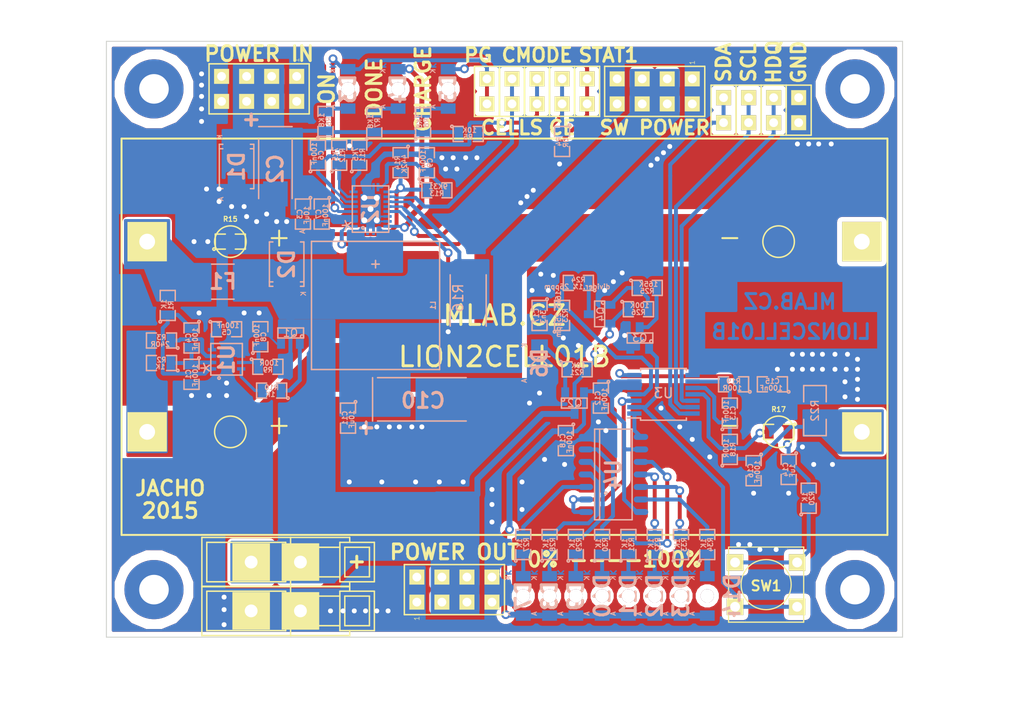
<source format=kicad_pcb>
(kicad_pcb (version 4) (host pcbnew "(2015-01-08 BZR 5360)-product")
  (layers (0 F.Cu signal) (31 B.Cu signal) (34 B.Paste user) (35 F.Paste user) (36 B.SilkS user) (37 F.SilkS user) (38 B.Mask user) (39 F.Mask user) (44 Edge.Cuts user))
  (net 0 "")
  (net 1 /BAT+)
  (net 2 "Net-(C1-Pad1)")
  (net 3 GND)
  (net 4 "Net-(C2-Pad1)")
  (net 5 "Net-(C4-Pad1)")
  (net 6 "Net-(C5-Pad1)")
  (net 7 /CMODE)
  (net 8 "Net-(C8-Pad1)")
  (net 9 "Net-(C9-Pad1)")
  (net 10 "Net-(C10-Pad1)")
  (net 11 /REGIN)
  (net 12 "Net-(C13-Pad1)")
  (net 13 "Net-(C13-Pad2)")
  (net 14 "Net-(C14-Pad1)")
  (net 15 "Net-(C17-Pad1)")
  (net 16 "Net-(D3-Pad1)")
  (net 17 /PG)
  (net 18 "Net-(D4-Pad1)")
  (net 19 "Net-(D4-Pad2)")
  (net 20 "Net-(D5-Pad1)")
  (net 21 /STAT1)
  (net 22 "Net-(D6-Pad2)")
  (net 23 "Net-(D7-Pad2)")
  (net 24 "Net-(D8-Pad2)")
  (net 25 "Net-(D9-Pad2)")
  (net 26 "Net-(D10-Pad2)")
  (net 27 "Net-(D11-Pad2)")
  (net 28 "Net-(D12-Pad2)")
  (net 29 "Net-(D13-Pad2)")
  (net 30 /CE)
  (net 31 /CELLS)
  (net 32 "Net-(L1-Pad1)")
  (net 33 "Net-(Q1-PadG)")
  (net 34 "Net-(Q3-PadD)")
  (net 35 "Net-(Q3-PadG)")
  (net 36 "Net-(Q4-PadD)")
  (net 37 "Net-(Q4-PadG)")
  (net 38 "Net-(R3-Pad1)")
  (net 39 "Net-(R10-Pad2)")
  (net 40 "Net-(R11-Pad1)")
  (net 41 "Net-(R12-Pad1)")
  (net 42 "Net-(R13-Pad1)")
  (net 43 "Net-(R17-Pad2)")
  (net 44 "Net-(R20-Pad1)")
  (net 45 "Net-(R27-Pad2)")
  (net 46 "Net-(R28-Pad2)")
  (net 47 "Net-(R29-Pad2)")
  (net 48 "Net-(R30-Pad2)")
  (net 49 "Net-(R31-Pad2)")
  (net 50 "Net-(R32-Pad2)")
  (net 51 "Net-(R33-Pad2)")
  (net 52 /P2)
  (net 53 /P1)
  (net 54 /BAT-MIDPOINT)
  (net 55 /BATTERY-)
  (net 56 /BATTERY+)
  (net 57 /SDA)
  (net 58 /SCL)
  (net 59 /HDQ)
  (net 60 "Net-(D14-Pad2)")
  (net 61 "Net-(R34-Pad2)")
  (module Mlab_Batery:2LION (layer F.Cu) (at 40.64 -30.734)
    (fp_text reference BT1 hide)
    (fp_text value 2x18650_LION hide)
    (fp_text user - (at 22.86 8.89) (layer F.SilkS) (effects (font (size 2 2) (thickness 0.2))))
    (fp_text user - (at 22.86 -10.16) (layer F.SilkS) (effects (font (size 2 2) (thickness 0.2))))
    (fp_text user + (at -22.86 8.89) (layer F.SilkS) (effects (font (size 2 2) (thickness 0.2))))
    (fp_text user + (at -22.86 -10.16) (layer F.SilkS) (effects (font (size 2 2) (thickness 0.2))))
    (pad 1 thru_hole rect (at -36.25 -9.65) (size 4 4) (drill 1.6) (layers *.Cu *.Mask F.SilkS) (net 1 /BAT+))
    (pad 2 thru_hole rect (at 36.25 -9.65) (size 4 4) (drill 1.6) (layers *.Cu *.Mask F.SilkS))
    (pad 3 thru_hole rect (at -36.25 9.65) (size 4 4) (drill 1.6) (layers *.Cu *.Mask F.SilkS) (net 54 /BAT-MIDPOINT))
    (pad 4 thru_hole rect (at 36.25 9.65) (size 4 4) (drill 1.6) (layers *.Cu *.Mask F.SilkS) (net 55 /BATTERY-))
  )
  (module Mlab_R:SMD-0805 (layer B.Cu) (at 8.89 -26.924 270)
    (fp_text reference C1 (at 0 0.3175 270) (layer B.SilkS) (effects (font (size 0.50038 0.50038) (thickness 0.10922)) (justify mirror)))
    (fp_text value 100nF (at 0.127 -0.381 270) (layer B.SilkS) (effects (font (size 0.50038 0.50038) (thickness 0.10922)) (justify mirror)))
    (pad 1 smd rect (at -0.9525 0 270) (size 0.889 1.397) (layers B.Cu B.Paste B.Mask) (net 2 "Net-(C1-Pad1)"))
    (pad 2 smd rect (at 0.9525 0 270) (size 0.889 1.397) (layers B.Cu B.Paste B.Mask) (net 3 GND))
  )
  (module Mlab_C:TantalC_SizeC_Reflow (layer B.Cu) (at 17.399 -47.752 270)
    (fp_text reference C2 (at 0 0 270) (layer B.SilkS) (effects (font (thickness 0.3048)) (justify mirror)))
    (fp_text value 47uF hide)
    (fp_text user + (at -4.99872 2.55016 270) (layer B.SilkS) (effects (font (thickness 0.3048)) (justify mirror)))
    (pad 2 smd rect (at 2.52476 0 270) (size 2.55016 2.49936) (layers B.Cu B.Paste B.Mask) (net 3 GND))
    (pad 1 smd rect (at -2.52476 0 270) (size 2.55016 2.49936) (layers B.Cu B.Paste B.Mask) (net 4 "Net-(C2-Pad1)"))
  )
  (module Mlab_R:SMD-0805 (layer B.Cu) (at 20.193 -43.18 270)
    (fp_text reference C3 (at 0 0.3175 270) (layer B.SilkS) (effects (font (size 0.50038 0.50038) (thickness 0.10922)) (justify mirror)))
    (fp_text value 10uF (at 0.127 -0.381 270) (layer B.SilkS) (effects (font (size 0.50038 0.50038) (thickness 0.10922)) (justify mirror)))
    (pad 1 smd rect (at -0.9525 0 270) (size 0.889 1.397) (layers B.Cu B.Paste B.Mask) (net 4 "Net-(C2-Pad1)"))
    (pad 2 smd rect (at 0.9525 0 270) (size 0.889 1.397) (layers B.Cu B.Paste B.Mask) (net 3 GND))
  )
  (module Mlab_R:SMD-0805 (layer B.Cu) (at 8.89 -30.607 270)
    (fp_text reference C4 (at 0 0.3175 270) (layer B.SilkS) (effects (font (size 0.50038 0.50038) (thickness 0.10922)) (justify mirror)))
    (fp_text value 100nF (at 0.127 -0.381 270) (layer B.SilkS) (effects (font (size 0.50038 0.50038) (thickness 0.10922)) (justify mirror)))
    (pad 1 smd rect (at -0.9525 0 270) (size 0.889 1.397) (layers B.Cu B.Paste B.Mask) (net 5 "Net-(C4-Pad1)"))
    (pad 2 smd rect (at 0.9525 0 270) (size 0.889 1.397) (layers B.Cu B.Paste B.Mask) (net 2 "Net-(C1-Pad1)"))
  )
  (module Mlab_R:SMD-0805 (layer B.Cu) (at 12.446 -31.496)
    (fp_text reference C5 (at 0 0.3175) (layer B.SilkS) (effects (font (size 0.50038 0.50038) (thickness 0.10922)) (justify mirror)))
    (fp_text value 100nF (at 0.127 -0.381) (layer B.SilkS) (effects (font (size 0.50038 0.50038) (thickness 0.10922)) (justify mirror)))
    (pad 1 smd rect (at -0.9525 0) (size 0.889 1.397) (layers B.Cu B.Paste B.Mask) (net 6 "Net-(C5-Pad1)"))
    (pad 2 smd rect (at 0.9525 0) (size 0.889 1.397) (layers B.Cu B.Paste B.Mask) (net 3 GND))
  )
  (module Mlab_R:SMD-0805 (layer B.Cu) (at 21.717 -49.149 90)
    (fp_text reference C6 (at 0 0.3175 90) (layer B.SilkS) (effects (font (size 0.50038 0.50038) (thickness 0.10922)) (justify mirror)))
    (fp_text value 100nF (at 0.127 -0.381 90) (layer B.SilkS) (effects (font (size 0.50038 0.50038) (thickness 0.10922)) (justify mirror)))
    (pad 1 smd rect (at -0.9525 0 90) (size 0.889 1.397) (layers B.Cu B.Paste B.Mask) (net 7 /CMODE))
    (pad 2 smd rect (at 0.9525 0 90) (size 0.889 1.397) (layers B.Cu B.Paste B.Mask) (net 3 GND))
  )
  (module Mlab_R:SMD-0805 (layer B.Cu) (at 22.098 -43.18 270)
    (fp_text reference C7 (at 0 0.3175 270) (layer B.SilkS) (effects (font (size 0.50038 0.50038) (thickness 0.10922)) (justify mirror)))
    (fp_text value 100nF (at 0.127 -0.381 270) (layer B.SilkS) (effects (font (size 0.50038 0.50038) (thickness 0.10922)) (justify mirror)))
    (pad 1 smd rect (at -0.9525 0 270) (size 0.889 1.397) (layers B.Cu B.Paste B.Mask) (net 4 "Net-(C2-Pad1)"))
    (pad 2 smd rect (at 0.9525 0 270) (size 0.889 1.397) (layers B.Cu B.Paste B.Mask) (net 3 GND))
  )
  (module Mlab_R:SMD-0805 (layer B.Cu) (at 15.875 -30.734 90)
    (fp_text reference C8 (at 0 0.3175 90) (layer B.SilkS) (effects (font (size 0.50038 0.50038) (thickness 0.10922)) (justify mirror)))
    (fp_text value 100nF (at 0.127 -0.381 90) (layer B.SilkS) (effects (font (size 0.50038 0.50038) (thickness 0.10922)) (justify mirror)))
    (pad 1 smd rect (at -0.9525 0 90) (size 0.889 1.397) (layers B.Cu B.Paste B.Mask) (net 8 "Net-(C8-Pad1)"))
    (pad 2 smd rect (at 0.9525 0 90) (size 0.889 1.397) (layers B.Cu B.Paste B.Mask) (net 3 GND))
  )
  (module Mlab_R:SMD-0805 (layer B.Cu) (at 32.766 -48.387 90)
    (fp_text reference C9 (at 0 0.3175 90) (layer B.SilkS) (effects (font (size 0.50038 0.50038) (thickness 0.10922)) (justify mirror)))
    (fp_text value 100nF (at 0.127 -0.381 90) (layer B.SilkS) (effects (font (size 0.50038 0.50038) (thickness 0.10922)) (justify mirror)))
    (pad 1 smd rect (at -0.9525 0 90) (size 0.889 1.397) (layers B.Cu B.Paste B.Mask) (net 9 "Net-(C9-Pad1)"))
    (pad 2 smd rect (at 0.9525 0 90) (size 0.889 1.397) (layers B.Cu B.Paste B.Mask) (net 3 GND))
  )
  (module Mlab_R:SMD-0805 (layer B.Cu) (at 24.765 -22.479 270)
    (fp_text reference C11 (at 0 0.3175 270) (layer B.SilkS) (effects (font (size 0.50038 0.50038) (thickness 0.10922)) (justify mirror)))
    (fp_text value 10uF (at 0.127 -0.381 270) (layer B.SilkS) (effects (font (size 0.50038 0.50038) (thickness 0.10922)) (justify mirror)))
    (pad 1 smd rect (at -0.9525 0 270) (size 0.889 1.397) (layers B.Cu B.Paste B.Mask) (net 10 "Net-(C10-Pad1)"))
    (pad 2 smd rect (at 0.9525 0 270) (size 0.889 1.397) (layers B.Cu B.Paste B.Mask) (net 3 GND))
  )
  (module Mlab_R:SMD-0805 (layer B.Cu) (at 50.419 -24.511 270)
    (fp_text reference C12 (at 0 0.3175 270) (layer B.SilkS) (effects (font (size 0.50038 0.50038) (thickness 0.10922)) (justify mirror)))
    (fp_text value 100nF (at 0.127 -0.381 270) (layer B.SilkS) (effects (font (size 0.50038 0.50038) (thickness 0.10922)) (justify mirror)))
    (pad 1 smd rect (at -0.9525 0 270) (size 0.889 1.397) (layers B.Cu B.Paste B.Mask) (net 11 /REGIN))
    (pad 2 smd rect (at 0.9525 0 270) (size 0.889 1.397) (layers B.Cu B.Paste B.Mask) (net 3 GND))
  )
  (module Mlab_R:SMD-0805 (layer B.Cu) (at 63.5 -22.987 90)
    (fp_text reference C13 (at 0 0.3175 90) (layer B.SilkS) (effects (font (size 0.50038 0.50038) (thickness 0.10922)) (justify mirror)))
    (fp_text value 100nF (at 0.127 -0.381 90) (layer B.SilkS) (effects (font (size 0.50038 0.50038) (thickness 0.10922)) (justify mirror)))
    (pad 1 smd rect (at -0.9525 0 90) (size 0.889 1.397) (layers B.Cu B.Paste B.Mask) (net 12 "Net-(C13-Pad1)"))
    (pad 2 smd rect (at 0.9525 0 90) (size 0.889 1.397) (layers B.Cu B.Paste B.Mask) (net 13 "Net-(C13-Pad2)"))
  )
  (module Mlab_R:SMD-0805 (layer B.Cu) (at 69.469 -17.272 270)
    (fp_text reference C14 (at 0 0.3175 270) (layer B.SilkS) (effects (font (size 0.50038 0.50038) (thickness 0.10922)) (justify mirror)))
    (fp_text value 1uF (at 0.127 -0.381 270) (layer B.SilkS) (effects (font (size 0.50038 0.50038) (thickness 0.10922)) (justify mirror)))
    (pad 1 smd rect (at -0.9525 0 270) (size 0.889 1.397) (layers B.Cu B.Paste B.Mask) (net 14 "Net-(C14-Pad1)"))
    (pad 2 smd rect (at 0.9525 0 270) (size 0.889 1.397) (layers B.Cu B.Paste B.Mask) (net 3 GND))
  )
  (module Mlab_R:SMD-0805 (layer B.Cu) (at 67.818 -25.908 180)
    (fp_text reference C15 (at 0 0.3175 180) (layer B.SilkS) (effects (font (size 0.50038 0.50038) (thickness 0.10922)) (justify mirror)))
    (fp_text value 100nF (at 0.127 -0.381 180) (layer B.SilkS) (effects (font (size 0.50038 0.50038) (thickness 0.10922)) (justify mirror)))
    (pad 1 smd rect (at -0.9525 0 180) (size 0.889 1.397) (layers B.Cu B.Paste B.Mask) (net 3 GND))
    (pad 2 smd rect (at 0.9525 0 180) (size 0.889 1.397) (layers B.Cu B.Paste B.Mask) (net 3 GND))
  )
  (module Mlab_R:SMD-0805 (layer B.Cu) (at 65.913 -17.145 270)
    (fp_text reference C16 (at 0 0.3175 270) (layer B.SilkS) (effects (font (size 0.50038 0.50038) (thickness 0.10922)) (justify mirror)))
    (fp_text value 100nF (at 0.127 -0.381 270) (layer B.SilkS) (effects (font (size 0.50038 0.50038) (thickness 0.10922)) (justify mirror)))
    (pad 1 smd rect (at -0.9525 0 270) (size 0.889 1.397) (layers B.Cu B.Paste B.Mask) (net 55 /BATTERY-))
    (pad 2 smd rect (at 0.9525 0 270) (size 0.889 1.397) (layers B.Cu B.Paste B.Mask) (net 3 GND))
  )
  (module Mlab_R:SMD-0805 (layer B.Cu) (at 44.196 -32.893 270)
    (fp_text reference C17 (at 0 0.3175 270) (layer B.SilkS) (effects (font (size 0.50038 0.50038) (thickness 0.10922)) (justify mirror)))
    (fp_text value 3n3 (at 0.127 -0.381 270) (layer B.SilkS) (effects (font (size 0.50038 0.50038) (thickness 0.10922)) (justify mirror)))
    (pad 1 smd rect (at -0.9525 0 270) (size 0.889 1.397) (layers B.Cu B.Paste B.Mask) (net 15 "Net-(C17-Pad1)"))
    (pad 2 smd rect (at 0.9525 0 270) (size 0.889 1.397) (layers B.Cu B.Paste B.Mask) (net 3 GND))
  )
  (module Mlab_R:SMD-0805 (layer B.Cu) (at 46.863 -20.193 270)
    (fp_text reference C18 (at 0 0.3175 270) (layer B.SilkS) (effects (font (size 0.50038 0.50038) (thickness 0.10922)) (justify mirror)))
    (fp_text value 100nF (at 0.127 -0.381 270) (layer B.SilkS) (effects (font (size 0.50038 0.50038) (thickness 0.10922)) (justify mirror)))
    (pad 1 smd rect (at -0.9525 0 270) (size 0.889 1.397) (layers B.Cu B.Paste B.Mask) (net 11 /REGIN))
    (pad 2 smd rect (at 0.9525 0 270) (size 0.889 1.397) (layers B.Cu B.Paste B.Mask) (net 3 GND))
  )
  (module Mlab_D:SMA_Standard (layer B.Cu) (at 13.462 -48.006 90)
    (fp_text reference D1 (at 0 0 90) (layer B.SilkS) (effects (font (thickness 0.3048)) (justify mirror)))
    (fp_text value M4 hide)
    (fp_text user A (at -3.29946 -1.6002 90) (layer B.SilkS) (effects (font (size 0.50038 0.50038) (thickness 0.09906)) (justify mirror)))
    (fp_text user K (at 2.99974 -1.69926 90) (layer B.SilkS) (effects (font (size 0.50038 0.50038) (thickness 0.09906)) (justify mirror)))
    (pad 1 smd rect (at -1.99898 0 90) (size 2.49936 1.80086) (layers B.Cu B.Paste B.Mask) (net 3 GND))
    (pad 2 smd rect (at 1.99898 0 90) (size 2.49936 1.80086) (layers B.Cu B.Paste B.Mask) (net 4 "Net-(C2-Pad1)"))
  )
  (module Mlab_D:SMA_Standard (layer B.Cu) (at 18.542 -38.1 270)
    (fp_text reference D2 (at 0 0 270) (layer B.SilkS) (effects (font (thickness 0.3048)) (justify mirror)))
    (fp_text value M4 hide)
    (fp_text user A (at -3.29946 -1.6002 270) (layer B.SilkS) (effects (font (size 0.50038 0.50038) (thickness 0.09906)) (justify mirror)))
    (fp_text user K (at 2.99974 -1.69926 270) (layer B.SilkS) (effects (font (size 0.50038 0.50038) (thickness 0.09906)) (justify mirror)))
    (pad 1 smd rect (at -1.99898 0 270) (size 2.49936 1.80086) (layers B.Cu B.Paste B.Mask) (net 3 GND))
    (pad 2 smd rect (at 1.99898 0 270) (size 2.49936 1.80086) (layers B.Cu B.Paste B.Mask) (net 56 /BATTERY+))
  )
  (module Mlab_D:LED_1206 (layer B.Cu) (at 24.765 -55.88 90)
    (fp_text reference D3 (at 0 0 90) (layer B.SilkS) (effects (font (thickness 0.3048)) (justify mirror)))
    (fp_text value LED hide)
    (fp_line (start 2.21488 -1.50622) (end 2.53492 -1.81102) (layer B.Cu) (width 0.15))
    (fp_line (start 2.25298 -1.52146) (end 2.5273 -1.24968) (layer B.Cu) (width 0.15))
    (fp_line (start 2.2225 -1.24968) (end 2.21742 -1.81864) (layer B.Cu) (width 0.15))
    (fp_text user A (at -1.80086 -1.5494 90) (layer B.SilkS) (effects (font (size 0.50038 0.50038) (thickness 0.09906)) (justify mirror)))
    (fp_text user K (at 1.80086 -1.5494 90) (layer B.SilkS) (effects (font (size 0.50038 0.50038) (thickness 0.09906)) (justify mirror)))
    (pad 1 smd rect (at -2 0 90) (size 1.05 1.5) (layers B.Cu B.Paste B.Mask) (net 16 "Net-(D3-Pad1)"))
    (pad 2 smd rect (at 2 0 90) (size 1.05 1.5) (layers B.Cu B.Paste B.Mask) (net 17 /PG))
    (pad "" thru_hole circle (at 0 0 90) (size 1.35 1.35) (drill 1.35) (layers *.Cu *.Mask B.SilkS))
  )
  (module Mlab_D:LED_1206 (layer B.Cu) (at 29.845 -55.88 90)
    (fp_text reference D4 (at 0 0 90) (layer B.SilkS) (effects (font (thickness 0.3048)) (justify mirror)))
    (fp_text value LED hide)
    (fp_line (start 2.21488 -1.50622) (end 2.53492 -1.81102) (layer B.Cu) (width 0.15))
    (fp_line (start 2.25298 -1.52146) (end 2.5273 -1.24968) (layer B.Cu) (width 0.15))
    (fp_line (start 2.2225 -1.24968) (end 2.21742 -1.81864) (layer B.Cu) (width 0.15))
    (fp_text user A (at -1.80086 -1.5494 90) (layer B.SilkS) (effects (font (size 0.50038 0.50038) (thickness 0.09906)) (justify mirror)))
    (fp_text user K (at 1.80086 -1.5494 90) (layer B.SilkS) (effects (font (size 0.50038 0.50038) (thickness 0.09906)) (justify mirror)))
    (pad 1 smd rect (at -2 0 90) (size 1.05 1.5) (layers B.Cu B.Paste B.Mask) (net 18 "Net-(D4-Pad1)"))
    (pad 2 smd rect (at 2 0 90) (size 1.05 1.5) (layers B.Cu B.Paste B.Mask) (net 19 "Net-(D4-Pad2)"))
    (pad "" thru_hole circle (at 0 0 90) (size 1.35 1.35) (drill 1.35) (layers *.Cu *.Mask B.SilkS))
  )
  (module Mlab_D:LED_1206 (layer B.Cu) (at 34.925 -55.88 90)
    (fp_text reference D5 (at 0 0 90) (layer B.SilkS) (effects (font (thickness 0.3048)) (justify mirror)))
    (fp_text value LED hide)
    (fp_line (start 2.21488 -1.50622) (end 2.53492 -1.81102) (layer B.Cu) (width 0.15))
    (fp_line (start 2.25298 -1.52146) (end 2.5273 -1.24968) (layer B.Cu) (width 0.15))
    (fp_line (start 2.2225 -1.24968) (end 2.21742 -1.81864) (layer B.Cu) (width 0.15))
    (fp_text user A (at -1.80086 -1.5494 90) (layer B.SilkS) (effects (font (size 0.50038 0.50038) (thickness 0.09906)) (justify mirror)))
    (fp_text user K (at 1.80086 -1.5494 90) (layer B.SilkS) (effects (font (size 0.50038 0.50038) (thickness 0.09906)) (justify mirror)))
    (pad 1 smd rect (at -2 0 90) (size 1.05 1.5) (layers B.Cu B.Paste B.Mask) (net 20 "Net-(D5-Pad1)"))
    (pad 2 smd rect (at 2 0 90) (size 1.05 1.5) (layers B.Cu B.Paste B.Mask) (net 21 /STAT1))
    (pad "" thru_hole circle (at 0 0 90) (size 1.35 1.35) (drill 1.35) (layers *.Cu *.Mask B.SilkS))
  )
  (module Mlab_D:MiniMELF_Standard (layer B.Cu) (at 44.196 -28.067 90)
    (fp_text reference D6 (at 0 0 90) (layer B.SilkS) (effects (font (thickness 0.3048)) (justify mirror)))
    (fp_text value BZV55C-5,6V hide)
    (fp_text user A (at -1.80086 -1.5494 90) (layer B.SilkS) (effects (font (size 0.50038 0.50038) (thickness 0.09906)) (justify mirror)))
    (fp_text user K (at 1.80086 -1.5494 90) (layer B.SilkS) (effects (font (size 0.50038 0.50038) (thickness 0.09906)) (justify mirror)))
    (pad 1 smd rect (at -1.75006 0 90) (size 1.30048 1.69926) (layers B.Cu B.Paste B.Mask) (net 3 GND))
    (pad 2 smd rect (at 1.75006 0 90) (size 1.30048 1.69926) (layers B.Cu B.Paste B.Mask) (net 22 "Net-(D6-Pad2)"))
  )
  (module Mlab_D:LED_1206 (layer B.Cu) (at 42.545 -4.445 90)
    (fp_text reference D7 (at 0 0 90) (layer B.SilkS) (effects (font (thickness 0.3048)) (justify mirror)))
    (fp_text value ORAGE hide)
    (fp_line (start 2.21488 -1.50622) (end 2.53492 -1.81102) (layer B.Cu) (width 0.15))
    (fp_line (start 2.25298 -1.52146) (end 2.5273 -1.24968) (layer B.Cu) (width 0.15))
    (fp_line (start 2.2225 -1.24968) (end 2.21742 -1.81864) (layer B.Cu) (width 0.15))
    (fp_text user A (at -1.80086 -1.5494 90) (layer B.SilkS) (effects (font (size 0.50038 0.50038) (thickness 0.09906)) (justify mirror)))
    (fp_text user K (at 1.80086 -1.5494 90) (layer B.SilkS) (effects (font (size 0.50038 0.50038) (thickness 0.09906)) (justify mirror)))
    (pad 1 smd rect (at -2 0 90) (size 1.05 1.5) (layers B.Cu B.Paste B.Mask) (net 11 /REGIN))
    (pad 2 smd rect (at 2 0 90) (size 1.05 1.5) (layers B.Cu B.Paste B.Mask) (net 23 "Net-(D7-Pad2)"))
    (pad "" thru_hole circle (at 0 0 90) (size 1.35 1.35) (drill 1.35) (layers *.Cu *.Mask B.SilkS))
  )
  (module Mlab_D:LED_1206 (layer B.Cu) (at 45.212 -4.445 90)
    (fp_text reference D8 (at 0 0 90) (layer B.SilkS) (effects (font (thickness 0.3048)) (justify mirror)))
    (fp_text value ORAGE hide)
    (fp_line (start 2.21488 -1.50622) (end 2.53492 -1.81102) (layer B.Cu) (width 0.15))
    (fp_line (start 2.25298 -1.52146) (end 2.5273 -1.24968) (layer B.Cu) (width 0.15))
    (fp_line (start 2.2225 -1.24968) (end 2.21742 -1.81864) (layer B.Cu) (width 0.15))
    (fp_text user A (at -1.80086 -1.5494 90) (layer B.SilkS) (effects (font (size 0.50038 0.50038) (thickness 0.09906)) (justify mirror)))
    (fp_text user K (at 1.80086 -1.5494 90) (layer B.SilkS) (effects (font (size 0.50038 0.50038) (thickness 0.09906)) (justify mirror)))
    (pad 1 smd rect (at -2 0 90) (size 1.05 1.5) (layers B.Cu B.Paste B.Mask) (net 11 /REGIN))
    (pad 2 smd rect (at 2 0 90) (size 1.05 1.5) (layers B.Cu B.Paste B.Mask) (net 24 "Net-(D8-Pad2)"))
    (pad "" thru_hole circle (at 0 0 90) (size 1.35 1.35) (drill 1.35) (layers *.Cu *.Mask B.SilkS))
  )
  (module Mlab_D:LED_1206 (layer B.Cu) (at 47.879 -4.445 90)
    (fp_text reference D9 (at 0 0 90) (layer B.SilkS) (effects (font (thickness 0.3048)) (justify mirror)))
    (fp_text value ORAGE hide)
    (fp_line (start 2.21488 -1.50622) (end 2.53492 -1.81102) (layer B.Cu) (width 0.15))
    (fp_line (start 2.25298 -1.52146) (end 2.5273 -1.24968) (layer B.Cu) (width 0.15))
    (fp_line (start 2.2225 -1.24968) (end 2.21742 -1.81864) (layer B.Cu) (width 0.15))
    (fp_text user A (at -1.80086 -1.5494 90) (layer B.SilkS) (effects (font (size 0.50038 0.50038) (thickness 0.09906)) (justify mirror)))
    (fp_text user K (at 1.80086 -1.5494 90) (layer B.SilkS) (effects (font (size 0.50038 0.50038) (thickness 0.09906)) (justify mirror)))
    (pad 1 smd rect (at -2 0 90) (size 1.05 1.5) (layers B.Cu B.Paste B.Mask) (net 11 /REGIN))
    (pad 2 smd rect (at 2 0 90) (size 1.05 1.5) (layers B.Cu B.Paste B.Mask) (net 25 "Net-(D9-Pad2)"))
    (pad "" thru_hole circle (at 0 0 90) (size 1.35 1.35) (drill 1.35) (layers *.Cu *.Mask B.SilkS))
  )
  (module Mlab_D:LED_1206 (layer B.Cu) (at 50.546 -4.445 90)
    (fp_text reference D10 (at 0 0 90) (layer B.SilkS) (effects (font (thickness 0.3048)) (justify mirror)))
    (fp_text value ORAGE hide)
    (fp_line (start 2.21488 -1.50622) (end 2.53492 -1.81102) (layer B.Cu) (width 0.15))
    (fp_line (start 2.25298 -1.52146) (end 2.5273 -1.24968) (layer B.Cu) (width 0.15))
    (fp_line (start 2.2225 -1.24968) (end 2.21742 -1.81864) (layer B.Cu) (width 0.15))
    (fp_text user A (at -1.80086 -1.5494 90) (layer B.SilkS) (effects (font (size 0.50038 0.50038) (thickness 0.09906)) (justify mirror)))
    (fp_text user K (at 1.80086 -1.5494 90) (layer B.SilkS) (effects (font (size 0.50038 0.50038) (thickness 0.09906)) (justify mirror)))
    (pad 1 smd rect (at -2 0 90) (size 1.05 1.5) (layers B.Cu B.Paste B.Mask) (net 11 /REGIN))
    (pad 2 smd rect (at 2 0 90) (size 1.05 1.5) (layers B.Cu B.Paste B.Mask) (net 26 "Net-(D10-Pad2)"))
    (pad "" thru_hole circle (at 0 0 90) (size 1.35 1.35) (drill 1.35) (layers *.Cu *.Mask B.SilkS))
  )
  (module Mlab_D:LED_1206 (layer B.Cu) (at 53.213 -4.445 90)
    (fp_text reference D11 (at 0 0 90) (layer B.SilkS) (effects (font (thickness 0.3048)) (justify mirror)))
    (fp_text value ORAGE hide)
    (fp_line (start 2.21488 -1.50622) (end 2.53492 -1.81102) (layer B.Cu) (width 0.15))
    (fp_line (start 2.25298 -1.52146) (end 2.5273 -1.24968) (layer B.Cu) (width 0.15))
    (fp_line (start 2.2225 -1.24968) (end 2.21742 -1.81864) (layer B.Cu) (width 0.15))
    (fp_text user A (at -1.80086 -1.5494 90) (layer B.SilkS) (effects (font (size 0.50038 0.50038) (thickness 0.09906)) (justify mirror)))
    (fp_text user K (at 1.80086 -1.5494 90) (layer B.SilkS) (effects (font (size 0.50038 0.50038) (thickness 0.09906)) (justify mirror)))
    (pad 1 smd rect (at -2 0 90) (size 1.05 1.5) (layers B.Cu B.Paste B.Mask) (net 11 /REGIN))
    (pad 2 smd rect (at 2 0 90) (size 1.05 1.5) (layers B.Cu B.Paste B.Mask) (net 27 "Net-(D11-Pad2)"))
    (pad "" thru_hole circle (at 0 0 90) (size 1.35 1.35) (drill 1.35) (layers *.Cu *.Mask B.SilkS))
  )
  (module Mlab_D:LED_1206 (layer B.Cu) (at 55.88 -4.445 90)
    (fp_text reference D12 (at 0 0 90) (layer B.SilkS) (effects (font (thickness 0.3048)) (justify mirror)))
    (fp_text value ORAGE hide)
    (fp_line (start 2.21488 -1.50622) (end 2.53492 -1.81102) (layer B.Cu) (width 0.15))
    (fp_line (start 2.25298 -1.52146) (end 2.5273 -1.24968) (layer B.Cu) (width 0.15))
    (fp_line (start 2.2225 -1.24968) (end 2.21742 -1.81864) (layer B.Cu) (width 0.15))
    (fp_text user A (at -1.80086 -1.5494 90) (layer B.SilkS) (effects (font (size 0.50038 0.50038) (thickness 0.09906)) (justify mirror)))
    (fp_text user K (at 1.80086 -1.5494 90) (layer B.SilkS) (effects (font (size 0.50038 0.50038) (thickness 0.09906)) (justify mirror)))
    (pad 1 smd rect (at -2 0 90) (size 1.05 1.5) (layers B.Cu B.Paste B.Mask) (net 11 /REGIN))
    (pad 2 smd rect (at 2 0 90) (size 1.05 1.5) (layers B.Cu B.Paste B.Mask) (net 28 "Net-(D12-Pad2)"))
    (pad "" thru_hole circle (at 0 0 90) (size 1.35 1.35) (drill 1.35) (layers *.Cu *.Mask B.SilkS))
  )
  (module Mlab_D:LED_1206 (layer B.Cu) (at 58.547 -4.445 90)
    (fp_text reference D13 (at 0 0 90) (layer B.SilkS) (effects (font (thickness 0.3048)) (justify mirror)))
    (fp_text value ORAGE hide)
    (fp_line (start 2.21488 -1.50622) (end 2.53492 -1.81102) (layer B.Cu) (width 0.15))
    (fp_line (start 2.25298 -1.52146) (end 2.5273 -1.24968) (layer B.Cu) (width 0.15))
    (fp_line (start 2.2225 -1.24968) (end 2.21742 -1.81864) (layer B.Cu) (width 0.15))
    (fp_text user A (at -1.80086 -1.5494 90) (layer B.SilkS) (effects (font (size 0.50038 0.50038) (thickness 0.09906)) (justify mirror)))
    (fp_text user K (at 1.80086 -1.5494 90) (layer B.SilkS) (effects (font (size 0.50038 0.50038) (thickness 0.09906)) (justify mirror)))
    (pad 1 smd rect (at -2 0 90) (size 1.05 1.5) (layers B.Cu B.Paste B.Mask) (net 11 /REGIN))
    (pad 2 smd rect (at 2 0 90) (size 1.05 1.5) (layers B.Cu B.Paste B.Mask) (net 29 "Net-(D13-Pad2)"))
    (pad "" thru_hole circle (at 0 0 90) (size 1.35 1.35) (drill 1.35) (layers *.Cu *.Mask B.SilkS))
  )
  (module Mlab_F:2410 (layer B.Cu) (at 12.065 -36.322)
    (fp_text reference F1 (at 0 0) (layer B.SilkS) (effects (font (thickness 0.3048)) (justify mirror)))
    (fp_text value FUSE hide)
    (pad 1 smd rect (at -2.5 0) (size 2 3.18) (layers B.Cu B.Paste B.Mask) (net 1 /BAT+))
    (pad 2 smd rect (at 2.5 0) (size 2 3.18) (layers B.Cu B.Paste B.Mask) (net 56 /BATTERY+))
  )
  (module Mlab_Pin_Headers:Straight_2x04 (layer F.Cu) (at 15.748 -55.88 270)
    (fp_text reference J1 hide)
    (fp_text value JUMP_4X2 hide)
    (fp_text user 1 (at -2.921 -3.81 270) (layer F.SilkS) (effects (font (size 0.5 0.5) (thickness 0.05))))
    (pad 1 thru_hole rect (at -1.27 -3.81 270) (size 1.524 1.524) (drill 0.889) (layers *.Cu *.Mask F.SilkS) (net 3 GND))
    (pad 2 thru_hole rect (at 1.27 -3.81 270) (size 1.524 1.524) (drill 0.889) (layers *.Cu *.Mask F.SilkS) (net 3 GND))
    (pad 3 thru_hole rect (at -1.27 -1.27 270) (size 1.524 1.524) (drill 0.889) (layers *.Cu *.Mask F.SilkS) (net 4 "Net-(C2-Pad1)"))
    (pad 4 thru_hole rect (at 1.27 -1.27 270) (size 1.524 1.524) (drill 0.889) (layers *.Cu *.Mask F.SilkS) (net 4 "Net-(C2-Pad1)"))
    (pad 5 thru_hole rect (at -1.27 1.27 270) (size 1.524 1.524) (drill 0.889) (layers *.Cu *.Mask F.SilkS) (net 4 "Net-(C2-Pad1)"))
    (pad 6 thru_hole rect (at 1.27 1.27 270) (size 1.524 1.524) (drill 0.889) (layers *.Cu *.Mask F.SilkS) (net 4 "Net-(C2-Pad1)"))
    (pad 7 thru_hole rect (at -1.27 3.81 270) (size 1.524 1.524) (drill 0.889) (layers *.Cu *.Mask F.SilkS) (net 3 GND))
    (pad 8 thru_hole rect (at 1.27 3.81 270) (size 1.524 1.524) (drill 0.889) (layers *.Cu *.Mask F.SilkS) (net 3 GND))
  )
  (module Mlab_Pin_Headers:Straight_1x02 (layer F.Cu) (at 49.022 -55.626)
    (fp_text reference J2 hide)
    (fp_text value JUMP_2x1 hide)
    (pad 2 thru_hole rect (at 0 1.27) (size 1.524 1.524) (drill 0.889) (layers *.Cu *.Mask F.SilkS) (net 21 /STAT1))
    (pad 1 thru_hole rect (at 0 -1.27) (size 1.524 1.524) (drill 0.889) (layers *.Cu *.Mask F.SilkS) (net 21 /STAT1))
  )
  (module Mlab_Pin_Headers:Straight_1x02 (layer F.Cu) (at 38.862 -55.626 180)
    (fp_text reference J3 hide)
    (fp_text value JUMP_2x1 hide)
    (pad 2 thru_hole rect (at 0 1.27 180) (size 1.524 1.524) (drill 0.889) (layers *.Cu *.Mask F.SilkS) (net 17 /PG))
    (pad 1 thru_hole rect (at 0 -1.27 180) (size 1.524 1.524) (drill 0.889) (layers *.Cu *.Mask F.SilkS) (net 17 /PG))
  )
  (module Mlab_Pin_Headers:Straight_1x02 (layer F.Cu) (at 43.942 -55.626)
    (fp_text reference J4 hide)
    (fp_text value JUMP_2x1 hide)
    (pad 2 thru_hole rect (at 0 1.27) (size 1.524 1.524) (drill 0.889) (layers *.Cu *.Mask F.SilkS) (net 7 /CMODE))
    (pad 1 thru_hole rect (at 0 -1.27) (size 1.524 1.524) (drill 0.889) (layers *.Cu *.Mask F.SilkS) (net 7 /CMODE))
  )
  (module Mlab_Pin_Headers:Straight_1x02 (layer F.Cu) (at 46.482 -55.626)
    (fp_text reference J5 hide)
    (fp_text value JUMP_2x1 hide)
    (pad 2 thru_hole rect (at 0 1.27) (size 1.524 1.524) (drill 0.889) (layers *.Cu *.Mask F.SilkS) (net 30 /CE))
    (pad 1 thru_hole rect (at 0 -1.27) (size 1.524 1.524) (drill 0.889) (layers *.Cu *.Mask F.SilkS) (net 30 /CE))
  )
  (module Mlab_Pin_Headers:Straight_1x02 (layer F.Cu) (at 41.402 -55.626)
    (fp_text reference J6 hide)
    (fp_text value JUMP_2x1 hide)
    (pad 2 thru_hole rect (at 0 1.27) (size 1.524 1.524) (drill 0.889) (layers *.Cu *.Mask F.SilkS) (net 31 /CELLS))
    (pad 1 thru_hole rect (at 0 -1.27) (size 1.524 1.524) (drill 0.889) (layers *.Cu *.Mask F.SilkS) (net 31 /CELLS))
  )
  (module Mlab_Pin_Headers:Straight_2x04 (layer F.Cu) (at 35.56 -5.08 90)
    (fp_text reference J7 hide)
    (fp_text value JUMP_4X2 hide)
    (fp_text user 1 (at -2.921 -3.81 90) (layer F.SilkS) (effects (font (size 0.5 0.5) (thickness 0.05))))
    (pad 1 thru_hole rect (at -1.27 -3.81 90) (size 1.524 1.524) (drill 0.889) (layers *.Cu *.Mask F.SilkS) (net 3 GND))
    (pad 2 thru_hole rect (at 1.27 -3.81 90) (size 1.524 1.524) (drill 0.889) (layers *.Cu *.Mask F.SilkS) (net 3 GND))
    (pad 3 thru_hole rect (at -1.27 -1.27 90) (size 1.524 1.524) (drill 0.889) (layers *.Cu *.Mask F.SilkS) (net 56 /BATTERY+))
    (pad 4 thru_hole rect (at 1.27 -1.27 90) (size 1.524 1.524) (drill 0.889) (layers *.Cu *.Mask F.SilkS) (net 56 /BATTERY+))
    (pad 5 thru_hole rect (at -1.27 1.27 90) (size 1.524 1.524) (drill 0.889) (layers *.Cu *.Mask F.SilkS) (net 56 /BATTERY+))
    (pad 6 thru_hole rect (at 1.27 1.27 90) (size 1.524 1.524) (drill 0.889) (layers *.Cu *.Mask F.SilkS) (net 56 /BATTERY+))
    (pad 7 thru_hole rect (at -1.27 3.81 90) (size 1.524 1.524) (drill 0.889) (layers *.Cu *.Mask F.SilkS) (net 3 GND))
    (pad 8 thru_hole rect (at 1.27 3.81 90) (size 1.524 1.524) (drill 0.889) (layers *.Cu *.Mask F.SilkS) (net 3 GND))
  )
  (module Mlab_Con:WAGO256 (layer F.Cu) (at 17.399 -7.874)
    (fp_text reference J8 hide)
    (fp_text value CONN1_1 hide)
    (pad 1 thru_hole rect (at -2.46 0 90) (size 3.81 3.81) (drill 1.3) (layers *.Cu *.Mask F.SilkS) (net 56 /BATTERY+))
    (pad 1 thru_hole rect (at 2.54 0 90) (size 3.81 3.81) (drill 1.3) (layers *.Cu *.Mask F.SilkS) (net 56 /BATTERY+))
  )
  (module Mlab_Con:WAGO256 (layer F.Cu) (at 17.399 -2.921)
    (fp_text reference J9 hide)
    (fp_text value CONN1_1 hide)
    (pad 1 thru_hole rect (at -2.46 0 90) (size 3.81 3.81) (drill 1.3) (layers *.Cu *.Mask F.SilkS) (net 3 GND))
    (pad 1 thru_hole rect (at 2.54 0 90) (size 3.81 3.81) (drill 1.3) (layers *.Cu *.Mask F.SilkS) (net 3 GND))
  )
  (module Mlab_Pin_Headers:Straight_1x02 (layer F.Cu) (at 62.865 -53.721)
    (fp_text reference J10 hide)
    (fp_text value JUMP_2x1 hide)
    (pad 2 thru_hole rect (at 0 1.27) (size 1.524 1.524) (drill 0.889) (layers *.Cu *.Mask F.SilkS) (net 57 /SDA))
    (pad 1 thru_hole rect (at 0 -1.27) (size 1.524 1.524) (drill 0.889) (layers *.Cu *.Mask F.SilkS) (net 57 /SDA))
  )
  (module Mlab_Pin_Headers:Straight_1x02 (layer F.Cu) (at 65.405 -53.721)
    (fp_text reference J11 hide)
    (fp_text value JUMP_2x1 hide)
    (pad 2 thru_hole rect (at 0 1.27) (size 1.524 1.524) (drill 0.889) (layers *.Cu *.Mask F.SilkS) (net 58 /SCL))
    (pad 1 thru_hole rect (at 0 -1.27) (size 1.524 1.524) (drill 0.889) (layers *.Cu *.Mask F.SilkS) (net 58 /SCL))
  )
  (module Mlab_Pin_Headers:Straight_1x02 (layer F.Cu) (at 67.945 -53.721)
    (fp_text reference J12 hide)
    (fp_text value JUMP_2x1 hide)
    (pad 2 thru_hole rect (at 0 1.27) (size 1.524 1.524) (drill 0.889) (layers *.Cu *.Mask F.SilkS) (net 59 /HDQ))
    (pad 1 thru_hole rect (at 0 -1.27) (size 1.524 1.524) (drill 0.889) (layers *.Cu *.Mask F.SilkS) (net 59 /HDQ))
  )
  (module Mlab_Pin_Headers:Straight_2x04 (layer F.Cu) (at 55.88 -55.626 270)
    (fp_text reference J13 hide)
    (fp_text value JUMP_4X2 hide)
    (fp_text user 1 (at -2.921 -3.81 270) (layer F.SilkS) (effects (font (size 0.5 0.5) (thickness 0.05))))
    (pad 1 thru_hole rect (at -1.27 -3.81 270) (size 1.524 1.524) (drill 0.889) (layers *.Cu *.Mask F.SilkS) (net 3 GND))
    (pad 2 thru_hole rect (at 1.27 -3.81 270) (size 1.524 1.524) (drill 0.889) (layers *.Cu *.Mask F.SilkS) (net 3 GND))
    (pad 3 thru_hole rect (at -1.27 -1.27 270) (size 1.524 1.524) (drill 0.889) (layers *.Cu *.Mask F.SilkS) (net 10 "Net-(C10-Pad1)"))
    (pad 4 thru_hole rect (at 1.27 -1.27 270) (size 1.524 1.524) (drill 0.889) (layers *.Cu *.Mask F.SilkS) (net 10 "Net-(C10-Pad1)"))
    (pad 5 thru_hole rect (at -1.27 1.27 270) (size 1.524 1.524) (drill 0.889) (layers *.Cu *.Mask F.SilkS) (net 10 "Net-(C10-Pad1)"))
    (pad 6 thru_hole rect (at 1.27 1.27 270) (size 1.524 1.524) (drill 0.889) (layers *.Cu *.Mask F.SilkS) (net 10 "Net-(C10-Pad1)"))
    (pad 7 thru_hole rect (at -1.27 3.81 270) (size 1.524 1.524) (drill 0.889) (layers *.Cu *.Mask F.SilkS) (net 3 GND))
    (pad 8 thru_hole rect (at 1.27 3.81 270) (size 1.524 1.524) (drill 0.889) (layers *.Cu *.Mask F.SilkS) (net 3 GND))
  )
  (module Mlab_L:DE1205-10 (layer B.Cu) (at 27.559 -33.909 90)
    (fp_text reference L1 (at 0 5.842 90) (layer B.SilkS) (effects (font (size 0.50038 0.50038) (thickness 0.11938)) (justify mirror)))
    (fp_text value DE1205-10 hide)
    (pad 1 smd rect (at 5 0 90) (size 3 5.5) (layers B.Cu B.Paste B.Mask) (net 32 "Net-(L1-Pad1)"))
    (pad 2 smd rect (at -5 0 90) (size 3 5.5) (layers B.Cu B.Paste B.Mask) (net 10 "Net-(C10-Pad1)"))
  )
  (module Mlab_Mechanical:MountingHole_3mm (layer F.Cu) (at 76.2 -5.08)
    (fp_text reference P1 hide)
    (fp_text value _ hide)
    (pad 1 thru_hole circle (at 0 0) (size 6 6) (drill 3) (layers *.Cu *.Adhes *.Mask) (clearance 1))
  )
  (module Mlab_Mechanical:MountingHole_3mm (layer F.Cu) (at 5.08 -55.88)
    (fp_text reference P2 hide)
    (fp_text value _ hide)
    (pad 1 thru_hole circle (at 0 0) (size 6 6) (drill 3) (layers *.Cu *.Adhes *.Mask) (clearance 1))
  )
  (module Mlab_Mechanical:MountingHole_3mm (layer F.Cu) (at 5.08 -5.08)
    (fp_text reference P3 hide)
    (fp_text value _ hide)
    (pad 1 thru_hole circle (at 0 0) (size 6 6) (drill 3) (layers *.Cu *.Adhes *.Mask) (clearance 1))
  )
  (module Mlab_Mechanical:MountingHole_3mm (layer F.Cu) (at 76.2 -55.88)
    (fp_text reference P4 hide)
    (fp_text value _ hide)
    (pad 1 thru_hole circle (at 0 0) (size 6 6) (drill 3) (layers *.Cu *.Adhes *.Mask) (clearance 1))
  )
  (module Mlab_T:SOT-23 (layer B.Cu) (at 18.923 -31.115 180)
    (fp_text reference Q1 (at 0 0 180) (layer B.SilkS) (effects (font (size 0.762 0.762) (thickness 0.11938)) (justify mirror)))
    (fp_text value IRLML6244 hide)
    (pad D smd rect (at 0 1.09982 180) (size 0.8001 1.00076) (layers B.Cu B.Paste B.Mask) (net 56 /BATTERY+))
    (pad S smd rect (at 0.9525 -1.09982 180) (size 0.8001 1.00076) (layers B.Cu B.Paste B.Mask) (net 3 GND))
    (pad G smd rect (at -0.9525 -1.09982 180) (size 0.8001 1.00076) (layers B.Cu B.Paste B.Mask) (net 33 "Net-(Q1-PadG)"))
  )
  (module Mlab_T:SOT-23 (layer B.Cu) (at 47.752 -24.003)
    (fp_text reference Q2 (at 0 0) (layer B.SilkS) (effects (font (size 0.762 0.762) (thickness 0.11938)) (justify mirror)))
    (fp_text value MMBF170LT1G hide)
    (pad D smd rect (at 0 1.09982) (size 0.8001 1.00076) (layers B.Cu B.Paste B.Mask) (net 56 /BATTERY+))
    (pad S smd rect (at 0.9525 -1.09982) (size 0.8001 1.00076) (layers B.Cu B.Paste B.Mask) (net 11 /REGIN))
    (pad G smd rect (at -0.9525 -1.09982) (size 0.8001 1.00076) (layers B.Cu B.Paste B.Mask) (net 22 "Net-(D6-Pad2)"))
  )
  (module Mlab_T:SOT-23 (layer B.Cu) (at 54.356 -30.607 180)
    (fp_text reference Q3 (at 0 0 180) (layer B.SilkS) (effects (font (size 0.762 0.762) (thickness 0.11938)) (justify mirror)))
    (fp_text value MMBF170LT1G hide)
    (pad D smd rect (at 0 1.09982 180) (size 0.8001 1.00076) (layers B.Cu B.Paste B.Mask) (net 34 "Net-(Q3-PadD)"))
    (pad S smd rect (at 0.9525 -1.09982 180) (size 0.8001 1.00076) (layers B.Cu B.Paste B.Mask) (net 3 GND))
    (pad G smd rect (at -0.9525 -1.09982 180) (size 0.8001 1.00076) (layers B.Cu B.Paste B.Mask) (net 35 "Net-(Q3-PadG)"))
  )
  (module Mlab_T:SOT-23 (layer B.Cu) (at 50.292 -33.02 270)
    (fp_text reference Q4 (at 0 -0.127 270) (layer B.SilkS) (effects (font (size 0.762 0.762) (thickness 0.11938)) (justify mirror)))
    (fp_text value BSS83P hide)
    (pad D smd rect (at 0 1.09982 270) (size 0.8001 1.00076) (layers B.Cu B.Paste B.Mask) (net 36 "Net-(Q4-PadD)"))
    (pad S smd rect (at 0.9525 -1.09982 270) (size 0.8001 1.00076) (layers B.Cu B.Paste B.Mask) (net 56 /BATTERY+))
    (pad G smd rect (at -0.9525 -1.09982 270) (size 0.8001 1.00076) (layers B.Cu B.Paste B.Mask) (net 37 "Net-(Q4-PadG)"))
  )
  (module Mlab_R:SMD-0805 (layer B.Cu) (at 6.477 -33.909 90)
    (fp_text reference R1 (at 0 0.3175 90) (layer B.SilkS) (effects (font (size 0.50038 0.50038) (thickness 0.10922)) (justify mirror)))
    (fp_text value 1K (at 0.127 -0.381 90) (layer B.SilkS) (effects (font (size 0.50038 0.50038) (thickness 0.10922)) (justify mirror)))
    (pad 1 smd rect (at -0.9525 0 90) (size 0.889 1.397) (layers B.Cu B.Paste B.Mask) (net 5 "Net-(C4-Pad1)"))
    (pad 2 smd rect (at 0.9525 0 90) (size 0.889 1.397) (layers B.Cu B.Paste B.Mask) (net 1 /BAT+))
  )
  (module Mlab_R:SMD-0805 (layer B.Cu) (at 5.842 -28.067 180)
    (fp_text reference R2 (at 0 0.3175 180) (layer B.SilkS) (effects (font (size 0.50038 0.50038) (thickness 0.10922)) (justify mirror)))
    (fp_text value 1K (at 0.127 -0.381 180) (layer B.SilkS) (effects (font (size 0.50038 0.50038) (thickness 0.10922)) (justify mirror)))
    (pad 1 smd rect (at -0.9525 0 180) (size 0.889 1.397) (layers B.Cu B.Paste B.Mask) (net 2 "Net-(C1-Pad1)"))
    (pad 2 smd rect (at 0.9525 0 180) (size 0.889 1.397) (layers B.Cu B.Paste B.Mask) (net 54 /BAT-MIDPOINT))
  )
  (module Mlab_R:SMD-0805 (layer B.Cu) (at 5.842 -30.353 180)
    (fp_text reference R3 (at 0 0.3175 180) (layer B.SilkS) (effects (font (size 0.50038 0.50038) (thickness 0.10922)) (justify mirror)))
    (fp_text value 240R (at 0.127 -0.381 180) (layer B.SilkS) (effects (font (size 0.50038 0.50038) (thickness 0.10922)) (justify mirror)))
    (pad 1 smd rect (at -0.9525 0 180) (size 0.889 1.397) (layers B.Cu B.Paste B.Mask) (net 38 "Net-(R3-Pad1)"))
    (pad 2 smd rect (at 0.9525 0 180) (size 0.889 1.397) (layers B.Cu B.Paste B.Mask) (net 54 /BAT-MIDPOINT))
  )
  (module Mlab_R:SMD-0805 (layer B.Cu) (at 46.482 -50.546 270)
    (fp_text reference R4 (at 0 0.3175 270) (layer B.SilkS) (effects (font (size 0.50038 0.50038) (thickness 0.10922)) (justify mirror)))
    (fp_text value 0R (at 0.127 -0.381 270) (layer B.SilkS) (effects (font (size 0.50038 0.50038) (thickness 0.10922)) (justify mirror)))
    (pad 1 smd rect (at -0.9525 0 270) (size 0.889 1.397) (layers B.Cu B.Paste B.Mask) (net 30 /CE))
    (pad 2 smd rect (at 0.9525 0 270) (size 0.889 1.397) (layers B.Cu B.Paste B.Mask) (net 3 GND))
  )
  (module Mlab_R:SMD-0805 (layer B.Cu) (at 36.957 -51.308)
    (fp_text reference R5 (at 0 0.3175) (layer B.SilkS) (effects (font (size 0.50038 0.50038) (thickness 0.10922)) (justify mirror)))
    (fp_text value 10K (at 0.127 -0.381) (layer B.SilkS) (effects (font (size 0.50038 0.50038) (thickness 0.10922)) (justify mirror)))
    (pad 1 smd rect (at -0.9525 0) (size 0.889 1.397) (layers B.Cu B.Paste B.Mask) (net 4 "Net-(C2-Pad1)"))
    (pad 2 smd rect (at 0.9525 0) (size 0.889 1.397) (layers B.Cu B.Paste B.Mask) (net 31 /CELLS))
  )
  (module Mlab_R:SMD-0805 (layer B.Cu) (at 22.479 -52.578 90)
    (fp_text reference R6 (at 0 0.3175 90) (layer B.SilkS) (effects (font (size 0.50038 0.50038) (thickness 0.10922)) (justify mirror)))
    (fp_text value 1K8 (at 0.127 -0.381 90) (layer B.SilkS) (effects (font (size 0.50038 0.50038) (thickness 0.10922)) (justify mirror)))
    (pad 1 smd rect (at -0.9525 0 90) (size 0.889 1.397) (layers B.Cu B.Paste B.Mask) (net 4 "Net-(C2-Pad1)"))
    (pad 2 smd rect (at 0.9525 0 90) (size 0.889 1.397) (layers B.Cu B.Paste B.Mask) (net 16 "Net-(D3-Pad1)"))
  )
  (module Mlab_R:SMD-0805 (layer B.Cu) (at 27.432 -52.451 90)
    (fp_text reference R7 (at 0 0.3175 90) (layer B.SilkS) (effects (font (size 0.50038 0.50038) (thickness 0.10922)) (justify mirror)))
    (fp_text value 1K8 (at 0.127 -0.381 90) (layer B.SilkS) (effects (font (size 0.50038 0.50038) (thickness 0.10922)) (justify mirror)))
    (pad 1 smd rect (at -0.9525 0 90) (size 0.889 1.397) (layers B.Cu B.Paste B.Mask) (net 4 "Net-(C2-Pad1)"))
    (pad 2 smd rect (at 0.9525 0 90) (size 0.889 1.397) (layers B.Cu B.Paste B.Mask) (net 18 "Net-(D4-Pad1)"))
  )
  (module Mlab_R:SMD-0805 (layer B.Cu) (at 32.385 -52.451 90)
    (fp_text reference R8 (at 0 0.3175 90) (layer B.SilkS) (effects (font (size 0.50038 0.50038) (thickness 0.10922)) (justify mirror)))
    (fp_text value 1K8 (at 0.127 -0.381 90) (layer B.SilkS) (effects (font (size 0.50038 0.50038) (thickness 0.10922)) (justify mirror)))
    (pad 1 smd rect (at -0.9525 0 90) (size 0.889 1.397) (layers B.Cu B.Paste B.Mask) (net 4 "Net-(C2-Pad1)"))
    (pad 2 smd rect (at 0.9525 0 90) (size 0.889 1.397) (layers B.Cu B.Paste B.Mask) (net 20 "Net-(D5-Pad1)"))
  )
  (module Mlab_R:SMD-0805 (layer B.Cu) (at 16.637 -27.686)
    (fp_text reference R9 (at 0 0.3175) (layer B.SilkS) (effects (font (size 0.50038 0.50038) (thickness 0.10922)) (justify mirror)))
    (fp_text value 100R (at 0.127 -0.381) (layer B.SilkS) (effects (font (size 0.50038 0.50038) (thickness 0.10922)) (justify mirror)))
    (pad 1 smd rect (at -0.9525 0) (size 0.889 1.397) (layers B.Cu B.Paste B.Mask) (net 8 "Net-(C8-Pad1)"))
    (pad 2 smd rect (at 0.9525 0) (size 0.889 1.397) (layers B.Cu B.Paste B.Mask) (net 56 /BATTERY+))
  )
  (module Mlab_R:SMD-0805 (layer B.Cu) (at 17.018 -25.273 180)
    (fp_text reference R10 (at 0 0.3175 180) (layer B.SilkS) (effects (font (size 0.50038 0.50038) (thickness 0.10922)) (justify mirror)))
    (fp_text value 1K (at 0.127 -0.381 180) (layer B.SilkS) (effects (font (size 0.50038 0.50038) (thickness 0.10922)) (justify mirror)))
    (pad 1 smd rect (at -0.9525 0 180) (size 0.889 1.397) (layers B.Cu B.Paste B.Mask) (net 33 "Net-(Q1-PadG)"))
    (pad 2 smd rect (at 0.9525 0 180) (size 0.889 1.397) (layers B.Cu B.Paste B.Mask) (net 39 "Net-(R10-Pad2)"))
  )
  (module Mlab_R:SMD-0805 (layer B.Cu) (at 25.908 -49.149 90)
    (fp_text reference R11 (at 0 0.3175 90) (layer B.SilkS) (effects (font (size 0.50038 0.50038) (thickness 0.10922)) (justify mirror)))
    (fp_text value 7K5 (at 0.127 -0.381 90) (layer B.SilkS) (effects (font (size 0.50038 0.50038) (thickness 0.10922)) (justify mirror)))
    (pad 1 smd rect (at -0.9525 0 90) (size 0.889 1.397) (layers B.Cu B.Paste B.Mask) (net 40 "Net-(R11-Pad1)"))
    (pad 2 smd rect (at 0.9525 0 90) (size 0.889 1.397) (layers B.Cu B.Paste B.Mask) (net 3 GND))
  )
  (module Mlab_R:SMD-0805 (layer B.Cu) (at 23.876 -49.149 90)
    (fp_text reference R12 (at 0 0.3175 90) (layer B.SilkS) (effects (font (size 0.50038 0.50038) (thickness 0.10922)) (justify mirror)))
    (fp_text value 7K5 (at 0.127 -0.381 90) (layer B.SilkS) (effects (font (size 0.50038 0.50038) (thickness 0.10922)) (justify mirror)))
    (pad 1 smd rect (at -0.9525 0 90) (size 0.889 1.397) (layers B.Cu B.Paste B.Mask) (net 41 "Net-(R12-Pad1)"))
    (pad 2 smd rect (at 0.9525 0 90) (size 0.889 1.397) (layers B.Cu B.Paste B.Mask) (net 3 GND))
  )
  (module Mlab_R:SMD-0805 (layer B.Cu) (at 33.782 -45.593)
    (fp_text reference R13 (at 0 0.3175) (layer B.SilkS) (effects (font (size 0.50038 0.50038) (thickness 0.10922)) (justify mirror)))
    (fp_text value 9K31 (at 0.127 -0.381) (layer B.SilkS) (effects (font (size 0.50038 0.50038) (thickness 0.10922)) (justify mirror)))
    (pad 1 smd rect (at -0.9525 0) (size 0.889 1.397) (layers B.Cu B.Paste B.Mask) (net 42 "Net-(R13-Pad1)"))
    (pad 2 smd rect (at 0.9525 0) (size 0.889 1.397) (layers B.Cu B.Paste B.Mask) (net 9 "Net-(C9-Pad1)"))
  )
  (module Mlab_R:SMD-0805 (layer B.Cu) (at 30.099 -48.387 270)
    (fp_text reference R14 (at 0 0.3175 270) (layer B.SilkS) (effects (font (size 0.50038 0.50038) (thickness 0.10922)) (justify mirror)))
    (fp_text value 442K (at 0.127 -0.381 270) (layer B.SilkS) (effects (font (size 0.50038 0.50038) (thickness 0.10922)) (justify mirror)))
    (pad 1 smd rect (at -0.9525 0 270) (size 0.889 1.397) (layers B.Cu B.Paste B.Mask) (net 3 GND))
    (pad 2 smd rect (at 0.9525 0 270) (size 0.889 1.397) (layers B.Cu B.Paste B.Mask) (net 42 "Net-(R13-Pad1)"))
  )
  (module Mlab_R:SMD-0805 (layer F.Cu) (at 12.827 -40.386)
    (fp_text reference R15 (at 0 -2.286) (layer F.SilkS) (effects (font (size 0.50038 0.50038) (thickness 0.10922))))
    (fp_text value NCP21XV103J03RA hide)
    (pad 1 smd rect (at -0.9525 0) (size 0.889 1.397) (layers F.Cu F.Paste F.Mask) (net 3 GND))
    (pad 2 smd rect (at 0.9525 0) (size 0.889 1.397) (layers F.Cu F.Paste F.Mask) (net 42 "Net-(R13-Pad1)"))
  )
  (module Resistors_SMD:R_2512 (layer B.Cu) (at 36.957 -34.417 270)
    (fp_text reference R16 (at -0.254 1.016 270) (layer B.SilkS) (effects (justify mirror)))
    (fp_text value 0R1)
    (pad 1 smd rect (at -3.1 0 270) (size 1 3.2) (layers B.Cu B.Paste B.Mask) (net 56 /BATTERY+))
    (pad 2 smd rect (at 3.1 0 270) (size 1 3.2) (layers B.Cu B.Paste B.Mask) (net 10 "Net-(C10-Pad1)"))
  )
  (module Mlab_R:SMD-0805 (layer F.Cu) (at 68.453 -21.082 180)
    (fp_text reference R17 (at 0 2.286 180) (layer F.SilkS) (effects (font (size 0.50038 0.50038) (thickness 0.10922))))
    (fp_text value "10K NTC" hide)
    (pad 1 smd rect (at -0.9525 0 180) (size 0.889 1.397) (layers F.Cu F.Paste F.Mask) (net 14 "Net-(C14-Pad1)"))
    (pad 2 smd rect (at 0.9525 0 180) (size 0.889 1.397) (layers F.Cu F.Paste F.Mask) (net 43 "Net-(R17-Pad2)"))
  )
  (module Mlab_R:SMD-0805 (layer B.Cu) (at 63.5 -19.304 90)
    (fp_text reference R18 (at 0 0.3175 90) (layer B.SilkS) (effects (font (size 0.50038 0.50038) (thickness 0.10922)) (justify mirror)))
    (fp_text value 100R (at 0.127 -0.381 90) (layer B.SilkS) (effects (font (size 0.50038 0.50038) (thickness 0.10922)) (justify mirror)))
    (pad 1 smd rect (at -0.9525 0 90) (size 0.889 1.397) (layers B.Cu B.Paste B.Mask) (net 55 /BATTERY-))
    (pad 2 smd rect (at 0.9525 0 90) (size 0.889 1.397) (layers B.Cu B.Paste B.Mask) (net 12 "Net-(C13-Pad1)"))
  )
  (module Mlab_R:SMD-0805 (layer B.Cu) (at 63.881 -25.908 180)
    (fp_text reference R19 (at 0 0.3175 180) (layer B.SilkS) (effects (font (size 0.50038 0.50038) (thickness 0.10922)) (justify mirror)))
    (fp_text value 100R (at 0.127 -0.381 180) (layer B.SilkS) (effects (font (size 0.50038 0.50038) (thickness 0.10922)) (justify mirror)))
    (pad 1 smd rect (at -0.9525 0 180) (size 0.889 1.397) (layers B.Cu B.Paste B.Mask) (net 3 GND))
    (pad 2 smd rect (at 0.9525 0 180) (size 0.889 1.397) (layers B.Cu B.Paste B.Mask) (net 13 "Net-(C13-Pad2)"))
  )
  (module Mlab_R:SMD-0805 (layer B.Cu) (at 71.501 -14.351 90)
    (fp_text reference R20 (at 0 0.3175 90) (layer B.SilkS) (effects (font (size 0.50038 0.50038) (thickness 0.10922)) (justify mirror)))
    (fp_text value 1K (at 0.127 -0.381 90) (layer B.SilkS) (effects (font (size 0.50038 0.50038) (thickness 0.10922)) (justify mirror)))
    (pad 1 smd rect (at -0.9525 0 90) (size 0.889 1.397) (layers B.Cu B.Paste B.Mask) (net 44 "Net-(R20-Pad1)"))
    (pad 2 smd rect (at 0.9525 0 90) (size 0.889 1.397) (layers B.Cu B.Paste B.Mask) (net 14 "Net-(C14-Pad1)"))
  )
  (module Mlab_R:SMD-0805 (layer B.Cu) (at 48.006 -27.432)
    (fp_text reference R21 (at 0 0.3175) (layer B.SilkS) (effects (font (size 0.50038 0.50038) (thickness 0.10922)) (justify mirror)))
    (fp_text value 10K (at 0.127 -0.381) (layer B.SilkS) (effects (font (size 0.50038 0.50038) (thickness 0.10922)) (justify mirror)))
    (pad 1 smd rect (at -0.9525 0) (size 0.889 1.397) (layers B.Cu B.Paste B.Mask) (net 22 "Net-(D6-Pad2)"))
    (pad 2 smd rect (at 0.9525 0) (size 0.889 1.397) (layers B.Cu B.Paste B.Mask) (net 56 /BATTERY+))
  )
  (module Mlab_R:SMD-1206 (layer B.Cu) (at 72.136 -23.241 90)
    (fp_text reference R22 (at 0 0 90) (layer B.SilkS) (effects (font (size 0.762 0.762) (thickness 0.127)) (justify mirror)))
    (fp_text value "0R01 75PPM" hide)
    (pad 1 smd rect (at -1.651 0 90) (size 1.524 2.032) (layers B.Cu B.Paste B.Mask) (net 55 /BATTERY-))
    (pad 2 smd rect (at 1.651 0 90) (size 1.524 2.032) (layers B.Cu B.Paste B.Mask) (net 3 GND))
  )
  (module Mlab_R:SMD-0805 (layer B.Cu) (at 46.482 -32.893 90)
    (fp_text reference R23 (at 0 0.3175 90) (layer B.SilkS) (effects (font (size 0.50038 0.50038) (thickness 0.10922)) (justify mirror)))
    (fp_text value "16k5 25ppm" (at 0.127 -0.381 90) (layer B.SilkS) (effects (font (size 0.50038 0.50038) (thickness 0.10922)) (justify mirror)))
    (pad 1 smd rect (at -0.9525 0 90) (size 0.889 1.397) (layers B.Cu B.Paste B.Mask) (net 3 GND))
    (pad 2 smd rect (at 0.9525 0 90) (size 0.889 1.397) (layers B.Cu B.Paste B.Mask) (net 15 "Net-(C17-Pad1)"))
  )
  (module Mlab_R:SMD-0805 (layer B.Cu) (at 48.133 -36.195 180)
    (fp_text reference R24 (at 0 0.3175 180) (layer B.SilkS) (effects (font (size 0.50038 0.50038) (thickness 0.10922)) (justify mirror)))
    (fp_text value "divider.1% 25ppm" (at 0.127 -0.381 180) (layer B.SilkS) (effects (font (size 0.50038 0.50038) (thickness 0.10922)) (justify mirror)))
    (pad 1 smd rect (at -0.9525 0 180) (size 0.889 1.397) (layers B.Cu B.Paste B.Mask) (net 36 "Net-(Q4-PadD)"))
    (pad 2 smd rect (at 0.9525 0 180) (size 0.889 1.397) (layers B.Cu B.Paste B.Mask) (net 15 "Net-(C17-Pad1)"))
  )
  (module Mlab_R:SMD-0805 (layer B.Cu) (at 55.118 -35.687)
    (fp_text reference R25 (at 0 0.3175) (layer B.SilkS) (effects (font (size 0.50038 0.50038) (thickness 0.10922)) (justify mirror)))
    (fp_text value 165K (at 0.127 -0.381) (layer B.SilkS) (effects (font (size 0.50038 0.50038) (thickness 0.10922)) (justify mirror)))
    (pad 1 smd rect (at -0.9525 0) (size 0.889 1.397) (layers B.Cu B.Paste B.Mask) (net 37 "Net-(Q4-PadG)"))
    (pad 2 smd rect (at 0.9525 0) (size 0.889 1.397) (layers B.Cu B.Paste B.Mask) (net 34 "Net-(Q3-PadD)"))
  )
  (module Mlab_R:SMD-0805 (layer B.Cu) (at 54.229 -33.528)
    (fp_text reference R26 (at 0 0.3175) (layer B.SilkS) (effects (font (size 0.50038 0.50038) (thickness 0.10922)) (justify mirror)))
    (fp_text value 100K (at 0.127 -0.381) (layer B.SilkS) (effects (font (size 0.50038 0.50038) (thickness 0.10922)) (justify mirror)))
    (pad 1 smd rect (at -0.9525 0) (size 0.889 1.397) (layers B.Cu B.Paste B.Mask) (net 56 /BATTERY+))
    (pad 2 smd rect (at 0.9525 0) (size 0.889 1.397) (layers B.Cu B.Paste B.Mask) (net 37 "Net-(Q4-PadG)"))
  )
  (module Mlab_R:SMD-0805 (layer B.Cu) (at 42.545 -9.652 90)
    (fp_text reference R27 (at 0 0.3175 90) (layer B.SilkS) (effects (font (size 0.50038 0.50038) (thickness 0.10922)) (justify mirror)))
    (fp_text value 1K (at 0.127 -0.381 90) (layer B.SilkS) (effects (font (size 0.50038 0.50038) (thickness 0.10922)) (justify mirror)))
    (pad 1 smd rect (at -0.9525 0 90) (size 0.889 1.397) (layers B.Cu B.Paste B.Mask) (net 23 "Net-(D7-Pad2)"))
    (pad 2 smd rect (at 0.9525 0 90) (size 0.889 1.397) (layers B.Cu B.Paste B.Mask) (net 45 "Net-(R27-Pad2)"))
  )
  (module Mlab_R:SMD-0805 (layer B.Cu) (at 45.212 -9.652 90)
    (fp_text reference R28 (at 0 0.3175 90) (layer B.SilkS) (effects (font (size 0.50038 0.50038) (thickness 0.10922)) (justify mirror)))
    (fp_text value 1K (at 0.127 -0.381 90) (layer B.SilkS) (effects (font (size 0.50038 0.50038) (thickness 0.10922)) (justify mirror)))
    (pad 1 smd rect (at -0.9525 0 90) (size 0.889 1.397) (layers B.Cu B.Paste B.Mask) (net 24 "Net-(D8-Pad2)"))
    (pad 2 smd rect (at 0.9525 0 90) (size 0.889 1.397) (layers B.Cu B.Paste B.Mask) (net 46 "Net-(R28-Pad2)"))
  )
  (module Mlab_R:SMD-0805 (layer B.Cu) (at 47.879 -9.652 90)
    (fp_text reference R29 (at 0 0.3175 90) (layer B.SilkS) (effects (font (size 0.50038 0.50038) (thickness 0.10922)) (justify mirror)))
    (fp_text value 1K (at 0.127 -0.381 90) (layer B.SilkS) (effects (font (size 0.50038 0.50038) (thickness 0.10922)) (justify mirror)))
    (pad 1 smd rect (at -0.9525 0 90) (size 0.889 1.397) (layers B.Cu B.Paste B.Mask) (net 25 "Net-(D9-Pad2)"))
    (pad 2 smd rect (at 0.9525 0 90) (size 0.889 1.397) (layers B.Cu B.Paste B.Mask) (net 47 "Net-(R29-Pad2)"))
  )
  (module Mlab_R:SMD-0805 (layer B.Cu) (at 50.546 -9.652 90)
    (fp_text reference R30 (at 0 0.3175 90) (layer B.SilkS) (effects (font (size 0.50038 0.50038) (thickness 0.10922)) (justify mirror)))
    (fp_text value 1K (at 0.127 -0.381 90) (layer B.SilkS) (effects (font (size 0.50038 0.50038) (thickness 0.10922)) (justify mirror)))
    (pad 1 smd rect (at -0.9525 0 90) (size 0.889 1.397) (layers B.Cu B.Paste B.Mask) (net 26 "Net-(D10-Pad2)"))
    (pad 2 smd rect (at 0.9525 0 90) (size 0.889 1.397) (layers B.Cu B.Paste B.Mask) (net 48 "Net-(R30-Pad2)"))
  )
  (module Mlab_R:SMD-0805 (layer B.Cu) (at 53.213 -9.652 90)
    (fp_text reference R31 (at 0 0.3175 90) (layer B.SilkS) (effects (font (size 0.50038 0.50038) (thickness 0.10922)) (justify mirror)))
    (fp_text value 1K (at 0.127 -0.381 90) (layer B.SilkS) (effects (font (size 0.50038 0.50038) (thickness 0.10922)) (justify mirror)))
    (pad 1 smd rect (at -0.9525 0 90) (size 0.889 1.397) (layers B.Cu B.Paste B.Mask) (net 27 "Net-(D11-Pad2)"))
    (pad 2 smd rect (at 0.9525 0 90) (size 0.889 1.397) (layers B.Cu B.Paste B.Mask) (net 49 "Net-(R31-Pad2)"))
  )
  (module Mlab_R:SMD-0805 (layer B.Cu) (at 55.88 -9.652 90)
    (fp_text reference R32 (at 0 0.3175 90) (layer B.SilkS) (effects (font (size 0.50038 0.50038) (thickness 0.10922)) (justify mirror)))
    (fp_text value 1K (at 0.127 -0.381 90) (layer B.SilkS) (effects (font (size 0.50038 0.50038) (thickness 0.10922)) (justify mirror)))
    (pad 1 smd rect (at -0.9525 0 90) (size 0.889 1.397) (layers B.Cu B.Paste B.Mask) (net 28 "Net-(D12-Pad2)"))
    (pad 2 smd rect (at 0.9525 0 90) (size 0.889 1.397) (layers B.Cu B.Paste B.Mask) (net 50 "Net-(R32-Pad2)"))
  )
  (module Mlab_R:SMD-0805 (layer B.Cu) (at 58.547 -9.652 90)
    (fp_text reference R33 (at 0 0.3175 90) (layer B.SilkS) (effects (font (size 0.50038 0.50038) (thickness 0.10922)) (justify mirror)))
    (fp_text value 1K (at 0.127 -0.381 90) (layer B.SilkS) (effects (font (size 0.50038 0.50038) (thickness 0.10922)) (justify mirror)))
    (pad 1 smd rect (at -0.9525 0 90) (size 0.889 1.397) (layers B.Cu B.Paste B.Mask) (net 29 "Net-(D13-Pad2)"))
    (pad 2 smd rect (at 0.9525 0 90) (size 0.889 1.397) (layers B.Cu B.Paste B.Mask) (net 51 "Net-(R33-Pad2)"))
  )
  (module Mlab_IO:SO-14 (layer B.Cu) (at 51.689 -16.764 90)
    (fp_text reference U4 (at 0 0 90) (layer B.SilkS) (effects (font (thickness 0.3048)) (justify mirror)))
    (fp_text value SN74HC164D hide)
    (pad 1 smd oval (at -3.81 -2.794 90) (size 0.6096 1.4732) (layers B.Cu B.Paste B.Mask) (net 53 /P1))
    (pad 2 smd oval (at -2.54 -2.794 90) (size 0.6096 1.4732) (layers B.Cu B.Paste B.Mask) (net 53 /P1))
    (pad 3 smd oval (at -1.27 -2.794 90) (size 0.6096 1.4732) (layers B.Cu B.Paste B.Mask) (net 45 "Net-(R27-Pad2)"))
    (pad 4 smd oval (at 0 -2.794 90) (size 0.6096 1.4732) (layers B.Cu B.Paste B.Mask) (net 46 "Net-(R28-Pad2)"))
    (pad 11 smd oval (at 0 2.794 90) (size 0.6096 1.4732) (layers B.Cu B.Paste B.Mask) (net 50 "Net-(R32-Pad2)"))
    (pad 12 smd oval (at -1.27 2.794 90) (size 0.6096 1.4732) (layers B.Cu B.Paste B.Mask) (net 51 "Net-(R33-Pad2)"))
    (pad 13 smd oval (at -2.54 2.794 90) (size 0.6096 1.4732) (layers B.Cu B.Paste B.Mask) (net 61 "Net-(R34-Pad2)"))
    (pad 14 smd oval (at -3.81 2.794 90) (size 0.6096 1.4732) (layers B.Cu B.Paste B.Mask) (net 11 /REGIN))
    (pad 5 smd oval (at 1.27 -2.794 90) (size 0.6096 1.4732) (layers B.Cu B.Paste B.Mask) (net 47 "Net-(R29-Pad2)"))
    (pad 6 smd oval (at 2.54 -2.794 90) (size 0.6096 1.4732) (layers B.Cu B.Paste B.Mask) (net 48 "Net-(R30-Pad2)"))
    (pad 7 smd oval (at 3.81 -2.794 90) (size 0.6096 1.4732) (layers B.Cu B.Paste B.Mask) (net 3 GND))
    (pad 10 smd oval (at 1.27 2.794 90) (size 0.6096 1.4732) (layers B.Cu B.Paste B.Mask) (net 49 "Net-(R31-Pad2)"))
    (pad 9 smd oval (at 2.54 2.794 90) (size 0.6096 1.4732) (layers B.Cu B.Paste B.Mask) (net 11 /REGIN))
    (pad 8 smd oval (at 3.81 2.794 90) (size 0.6096 1.4732) (layers B.Cu B.Paste B.Mask) (net 52 /P2))
  )
  (module Mlab_SW:SW_PUSH_SMALL (layer F.Cu) (at 67.183 -5.588)
    (fp_text reference SW1 (at 0 0.127) (layer F.SilkS) (effects (font (size 1.016 1.016) (thickness 0.2032))))
    (fp_text value SW_PUSH hide)
    (pad 1 thru_hole rect (at 3.15 -2.25) (size 1.6764 1.6764) (drill 1) (layers *.Cu *.Mask F.SilkS) (net 44 "Net-(R20-Pad1)"))
    (pad 2 thru_hole rect (at 3.15 2.25) (size 1.6764 1.6764) (drill 1) (layers *.Cu *.Mask F.SilkS) (net 35 "Net-(Q3-PadG)"))
    (pad 1 thru_hole rect (at -3.15 -2.25) (size 1.6764 1.6764) (drill 1) (layers *.Cu *.Mask F.SilkS) (net 44 "Net-(R20-Pad1)"))
    (pad 2 thru_hole rect (at -3.15 2.25) (size 1.6764 1.6764) (drill 1) (layers *.Cu *.Mask F.SilkS) (net 35 "Net-(Q3-PadG)"))
  )
  (module Mlab_IO:TSSOP-14_4.4x5mm_Pitch0.65mm (layer B.Cu) (at 56.769 -24.892)
    (fp_text reference U3 (at 0 -0.127) (layer B.SilkS) (effects (justify mirror)))
    (fp_text value BQ34Z100 hide)
    (pad 1 smd rect (at -2.95 1.95) (size 1.45 0.45) (layers B.Cu B.Paste B.Mask) (net 52 /P2))
    (pad 2 smd rect (at -2.95 1.3) (size 1.45 0.45) (layers B.Cu B.Paste B.Mask) (net 35 "Net-(Q3-PadG)"))
    (pad 3 smd rect (at -2.95 0.65) (size 1.45 0.45) (layers B.Cu B.Paste B.Mask) (net 53 /P1))
    (pad 4 smd rect (at -2.95 0) (size 1.45 0.45) (layers B.Cu B.Paste B.Mask) (net 15 "Net-(C17-Pad1)"))
    (pad 5 smd rect (at -2.95 -0.65) (size 1.45 0.45) (layers B.Cu B.Paste B.Mask) (net 11 /REGIN))
    (pad 6 smd rect (at -2.95 -1.3) (size 1.45 0.45) (layers B.Cu B.Paste B.Mask) (net 11 /REGIN))
    (pad 7 smd rect (at -2.95 -1.95) (size 1.45 0.45) (layers B.Cu B.Paste B.Mask) (net 14 "Net-(C14-Pad1)"))
    (pad 8 smd rect (at 2.95 -1.95) (size 1.45 0.45) (layers B.Cu B.Paste B.Mask) (net 3 GND))
    (pad 9 smd rect (at 2.95 -1.3) (size 1.45 0.45) (layers B.Cu B.Paste B.Mask) (net 13 "Net-(C13-Pad2)"))
    (pad 10 smd rect (at 2.95 -0.65) (size 1.45 0.45) (layers B.Cu B.Paste B.Mask) (net 12 "Net-(C13-Pad1)"))
    (pad 11 smd rect (at 2.95 0) (size 1.45 0.45) (layers B.Cu B.Paste B.Mask) (net 43 "Net-(R17-Pad2)"))
    (pad 12 smd rect (at 2.95 0.65) (size 1.45 0.45) (layers B.Cu B.Paste B.Mask) (net 59 /HDQ))
    (pad 13 smd rect (at 2.95 1.3) (size 1.45 0.45) (layers B.Cu B.Paste B.Mask) (net 58 /SCL))
    (pad 14 smd rect (at 2.95 1.95) (size 1.45 0.45) (layers B.Cu B.Paste B.Mask) (net 57 /SDA))
  )
  (module Mlab_IO:VSON-8 (layer B.Cu) (at 12.446 -28.448 90)
    (fp_text reference U1 (at 0 0 90) (layer B.SilkS) (effects (font (thickness 0.3048)) (justify mirror)))
    (fp_text value BQ29209 hide)
    (fp_text user * (at -0.889 -1.524 90) (layer B.SilkS) (effects (font (size 2 2)) (justify mirror)))
    (pad 2 smd rect (at -0.325 -1.475 90) (size 0.35 0.85) (layers B.Cu B.Paste B.Mask) (net 2 "Net-(C1-Pad1)"))
    (pad 3 smd rect (at 0.325 -1.475 90) (size 0.35 0.85) (layers B.Cu B.Paste B.Mask) (net 38 "Net-(R3-Pad1)"))
    (pad 4 smd rect (at 0.975 -1.475 90) (size 0.35 0.85) (layers B.Cu B.Paste B.Mask) (net 6 "Net-(C5-Pad1)"))
    (pad 5 smd rect (at 0.975 1.475 90) (size 0.35 0.85) (layers B.Cu B.Paste B.Mask) (net 3 GND))
    (pad 6 smd rect (at 0.325 1.475 90) (size 0.35 0.85) (layers B.Cu B.Paste B.Mask) (net 3 GND))
    (pad 7 smd rect (at -0.325 1.475 90) (size 0.35 0.85) (layers B.Cu B.Paste B.Mask) (net 8 "Net-(C8-Pad1)"))
    (pad 8 smd rect (at -0.975 1.475 90) (size 0.35 0.85) (layers B.Cu B.Paste B.Mask) (net 39 "Net-(R10-Pad2)"))
    (pad 1 smd rect (at -0.975 -1.475 90) (size 0.35 0.85) (layers B.Cu B.Paste B.Mask) (net 5 "Net-(C4-Pad1)"))
    (pad 9 smd rect (at 0 0 90) (size 2 1.4) (layers B.Cu B.Paste B.Mask) (net 3 GND))
  )
  (module Mlab_C:TantalC_SizeD_Reflow (layer B.Cu) (at 32.258 -24.384)
    (fp_text reference C10 (at 0.127 0.127) (layer B.SilkS) (effects (font (thickness 0.3048)) (justify mirror)))
    (fp_text value 100uF hide)
    (fp_text user + (at -5.6515 2.79908) (layer B.SilkS) (effects (font (thickness 0.3048)) (justify mirror)))
    (pad 2 smd rect (at 3.175 0) (size 2.55016 2.70002) (layers B.Cu B.Paste B.Mask) (net 3 GND))
    (pad 1 smd rect (at -3.175 0) (size 2.55016 2.70002) (layers B.Cu B.Paste B.Mask) (net 10 "Net-(C10-Pad1)"))
  )
  (module Mlab_Pin_Headers:Straight_1x02 (layer F.Cu) (at 70.485 -53.721)
    (fp_text reference J14 hide)
    (fp_text value JUMP_2x1 hide)
    (pad 2 thru_hole rect (at 0 1.27) (size 1.524 1.524) (drill 0.889) (layers *.Cu *.Mask F.SilkS) (net 3 GND))
    (pad 1 thru_hole rect (at 0 -1.27) (size 1.524 1.524) (drill 0.889) (layers *.Cu *.Mask F.SilkS) (net 3 GND))
  )
  (module Mlab_IO:VQFN-20 (layer B.Cu) (at 27.051 -43.688 90)
    (fp_text reference U2 (at 0 0 90) (layer B.SilkS) (effects (font (thickness 0.3048)) (justify mirror)))
    (fp_text value BQ24103 hide)
    (fp_text user * (at -1.651 -1.778 90) (layer B.SilkS) (effects (font (size 2 2)) (justify mirror)))
    (pad 2 smd rect (at -1.75 -1.725 90) (size 0.28 0.85) (layers B.Cu B.Paste B.Mask) (net 21 /STAT1))
    (pad 21 smd rect (at 0 0 90) (size 3.05 2.05) (layers B.Cu B.Paste B.Mask) (net 3 GND))
    (pad 3 smd rect (at -1.25 -1.725 90) (size 0.28 0.85) (layers B.Cu B.Paste B.Mask) (net 4 "Net-(C2-Pad1)"))
    (pad 4 smd rect (at -0.75 -1.725 90) (size 0.28 0.85) (layers B.Cu B.Paste B.Mask) (net 4 "Net-(C2-Pad1)"))
    (pad 5 smd rect (at -0.25 -1.725 90) (size 0.28 0.85) (layers B.Cu B.Paste B.Mask) (net 17 /PG))
    (pad 6 smd rect (at 0.25 -1.725 90) (size 0.28 0.85) (layers B.Cu B.Paste B.Mask) (net 4 "Net-(C2-Pad1)"))
    (pad 7 smd rect (at 0.75 -1.725 90) (size 0.28 0.85) (layers B.Cu B.Paste B.Mask) (net 7 /CMODE))
    (pad 8 smd rect (at 1.25 -1.725 90) (size 0.28 0.85) (layers B.Cu B.Paste B.Mask) (net 41 "Net-(R12-Pad1)"))
    (pad 9 smd rect (at 1.75 -1.725 90) (size 0.28 0.85) (layers B.Cu B.Paste B.Mask) (net 40 "Net-(R11-Pad1)"))
    (pad 10 smd rect (at 2.225 -0.75 90) (size 0.85 0.28) (layers B.Cu B.Paste B.Mask) (net 3 GND))
    (pad 11 smd rect (at 2.225 0.75 90) (size 0.85 0.28) (layers B.Cu B.Paste B.Mask) (net 9 "Net-(C9-Pad1)"))
    (pad 12 smd rect (at 1.75 1.725 90) (size 0.28 0.85) (layers B.Cu B.Paste B.Mask) (net 42 "Net-(R13-Pad1)"))
    (pad 13 smd rect (at 1.25 1.725 90) (size 0.28 0.85) (layers B.Cu B.Paste B.Mask) (net 31 /CELLS))
    (pad 14 smd rect (at 0.75 1.725 90) (size 0.28 0.85) (layers B.Cu B.Paste B.Mask) (net 56 /BATTERY+))
    (pad 15 smd rect (at 0.25 1.725 90) (size 0.28 0.85) (layers B.Cu B.Paste B.Mask) (net 10 "Net-(C10-Pad1)"))
    (pad 16 smd rect (at -0.25 1.725 90) (size 0.28 0.85) (layers B.Cu B.Paste B.Mask) (net 30 /CE))
    (pad 17 smd rect (at -0.75 1.725 90) (size 0.28 0.85) (layers B.Cu B.Paste B.Mask) (net 3 GND))
    (pad 18 smd rect (at -1.25 1.725 90) (size 0.28 0.85) (layers B.Cu B.Paste B.Mask) (net 3 GND))
    (pad 19 smd rect (at -1.75 1.725 90) (size 0.28 0.85) (layers B.Cu B.Paste B.Mask) (net 19 "Net-(D4-Pad2)"))
    (pad 20 smd rect (at -2.225 0.75 90) (size 0.85 0.28) (layers B.Cu B.Paste B.Mask) (net 32 "Net-(L1-Pad1)"))
    (pad 1 smd rect (at -2.225 -0.75 90) (size 0.85 0.28) (layers B.Cu B.Paste B.Mask) (net 32 "Net-(L1-Pad1)"))
    (pad 21 smd trapezoid (at -2.075 0.3 90) (size 1.125 0.28) (layers B.Cu B.Paste B.Mask) (net 3 GND))
    (pad 21 smd rect (at -2.075 -0.3 90) (size 1.125 0.28) (layers B.Cu B.Paste B.Mask) (net 3 GND))
    (pad 21 smd rect (at 2.075 -0.3 90) (size 1.125 0.28) (layers B.Cu B.Paste B.Mask) (net 3 GND))
    (pad 21 smd rect (at 2.075 0.3 90) (size 1.125 0.28) (layers B.Cu B.Paste B.Mask) (net 3 GND))
    (pad 21 smd rect (at -1.75 0 90) (size 0.45 0.4) (layers B.Cu B.Paste B.Mask) (net 3 GND))
    (pad 21 smd rect (at 1.75 0 90) (size 0.45 0.4) (layers B.Cu B.Paste B.Mask) (net 3 GND))
    (pad 21 thru_hole circle (at -1.143 0.635 90) (size 0.6 0.6) (drill 0.6) (layers *.Cu *.Mask) (net 3 GND))
    (pad 21 thru_hole circle (at 1.143 0.635 90) (size 0.6 0.6) (drill 0.6) (layers *.Cu *.Mask) (net 3 GND))
    (pad 21 thru_hole circle (at 1.143 -0.635 90) (size 0.6 0.6) (drill 0.6) (layers *.Cu *.Mask) (net 3 GND))
    (pad 21 thru_hole circle (at -1.143 -0.635 90) (size 0.6 0.6) (drill 0.6) (layers *.Cu *.Mask) (net 3 GND))
    (pad 21 thru_hole circle (at 0 0 90) (size 0.6 0.6) (drill 0.6) (layers *.Cu *.Mask) (net 3 GND))
  )
  (module Mlab_D:LED_1206 (layer B.Cu) (at 61.214 -4.445 90)
    (fp_text reference D14 (at 0 2.54 90) (layer B.SilkS) (effects (font (thickness 0.3048)) (justify mirror)))
    (fp_text value ORAGE hide)
    (fp_line (start 2.21488 -1.50622) (end 2.53492 -1.81102) (layer B.Cu) (width 0.15))
    (fp_line (start 2.25298 -1.52146) (end 2.5273 -1.24968) (layer B.Cu) (width 0.15))
    (fp_line (start 2.2225 -1.24968) (end 2.21742 -1.81864) (layer B.Cu) (width 0.15))
    (fp_text user A (at -1.80086 -1.5494 90) (layer B.SilkS) (effects (font (size 0.50038 0.50038) (thickness 0.09906)) (justify mirror)))
    (fp_text user K (at 1.80086 -1.5494 90) (layer B.SilkS) (effects (font (size 0.50038 0.50038) (thickness 0.09906)) (justify mirror)))
    (pad 1 smd rect (at -2 0 90) (size 1.05 1.5) (layers B.Cu B.Paste B.Mask) (net 11 /REGIN))
    (pad 2 smd rect (at 2 0 90) (size 1.05 1.5) (layers B.Cu B.Paste B.Mask) (net 60 "Net-(D14-Pad2)"))
    (pad "" thru_hole circle (at 0 0 90) (size 1.35 1.35) (drill 1.35) (layers *.Cu *.Mask B.SilkS))
  )
  (module Mlab_R:SMD-0805 (layer B.Cu) (at 61.214 -9.652 90)
    (fp_text reference R34 (at 0 0.3175 90) (layer B.SilkS) (effects (font (size 0.50038 0.50038) (thickness 0.10922)) (justify mirror)))
    (fp_text value 1K (at 0.127 -0.381 90) (layer B.SilkS) (effects (font (size 0.50038 0.50038) (thickness 0.10922)) (justify mirror)))
    (pad 1 smd rect (at -0.9525 0 90) (size 0.889 1.397) (layers B.Cu B.Paste B.Mask) (net 60 "Net-(D14-Pad2)"))
    (pad 2 smd rect (at 0.9525 0 90) (size 0.889 1.397) (layers B.Cu B.Paste B.Mask) (net 61 "Net-(R34-Pad2)"))
  )
  (gr_text LION2CELL01B (at 69.723 -31.242) (layer B.Cu) (effects (font (size 1.5 1.5) (thickness 0.3)) (justify mirror)))
  (gr_text MLAB.CZ (at 69.596 -34.29) (layer B.Cu) (effects (font (size 1.5 1.5) (thickness 0.3)) (justify mirror)))
  (gr_text 2015 (at 6.731 -13.081) (layer F.SilkS) (effects (font (size 1.5 1.5) (thickness 0.3))))
  (gr_text JACHO (at 6.731 -15.367) (layer F.SilkS) (effects (font (size 1.5 1.5) (thickness 0.3))))
  (gr_text LION2CELL01B (at 40.64 -28.702) (layer F.SilkS) (effects (font (size 2 2) (thickness 0.3))))
  (gr_text MLAB.CZ (at 40.64 -32.893) (layer F.SilkS) (effects (font (size 2 2) (thickness 0.3))))
  (gr_text STAT1 (at 51.181 -59.309) (layer F.SilkS) (effects (font (size 1.4 1.4) (thickness 0.3))))
  (gr_text CE (at 46.482 -51.943) (layer F.SilkS) (effects (font (size 1.4 1.4) (thickness 0.3))))
  (gr_text CMODE (at 43.942 -59.309) (layer F.SilkS) (effects (font (size 1.4 1.4) (thickness 0.3))))
  (gr_text CELLS (at 41.402 -51.943) (layer F.SilkS) (effects (font (size 1.4 1.4) (thickness 0.3))))
  (gr_text PG (at 37.973 -59.309) (layer F.SilkS) (effects (font (size 1.4 1.4) (thickness 0.3))))
  (gr_text "SW POWER" (at 55.88 -51.943) (layer F.SilkS) (effects (font (size 1.4 1.4) (thickness 0.3))))
  (gr_text SDA (at 62.865 -56.388 90) (layer F.SilkS) (effects (font (size 1.4 1.4) (thickness 0.3)) (justify left)))
  (gr_text GND (at 70.485 -56.261 90) (layer F.SilkS) (effects (font (size 1.4 1.4) (thickness 0.3)) (justify left)))
  (gr_text HDQ (at 67.945 -56.261 90) (layer F.SilkS) (effects (font (size 1.4 1.4) (thickness 0.3)) (justify left)))
  (gr_text SCL (at 65.405 -56.388 90) (layer F.SilkS) (effects (font (size 1.4 1.4) (thickness 0.3)) (justify left)))
  (gr_text "POWER IN" (at 15.748 -59.436) (layer F.SilkS) (effects (font (size 1.5 1.5) (thickness 0.3))))
  (gr_text "POWER OUT" (at 35.56 -8.89) (layer F.SilkS) (effects (font (size 1.5 1.5) (thickness 0.3))))
  (gr_text + (at 25.654 -8.001) (layer F.SilkS) (effects (font (size 1.5 1.5) (thickness 0.3))))
  (gr_text "0% ----100%" (at 51.816 -8.128) (layer F.SilkS) (effects (font (size 1.5 1.5) (thickness 0.3))))
  (gr_text CHARGE (at 32.385 -55.88 90) (layer F.SilkS) (effects (font (size 1.5 1.5) (thickness 0.3))))
  (gr_text DONE (at 27.432 -56.007 90) (layer F.SilkS) (effects (font (size 1.5 1.5) (thickness 0.3))))
  (gr_text ON (at 22.606 -55.88 90) (layer F.SilkS) (effects (font (size 1.5 1.5) (thickness 0.3))))
  (gr_line (start 0.254 -0.254) (end 0.254 -60.706) (angle 90) (layer Edge.Cuts) (width 0.1))
  (gr_line (start 0.254 -60.706) (end 81.026 -60.706) (angle 90) (layer Edge.Cuts) (width 0.1))
  (gr_line (start 81.026 -0.254) (end 81.026 -60.706) (angle 90) (layer Edge.Cuts) (width 0.1))
  (gr_line (start 0.254 -0.254) (end 81.026 -0.254) (angle 90) (layer Edge.Cuts) (width 0.1))
  (segment (start 2.413 -17.526) (end 3.473449 -17.526) (width 0.18) (layer F.Cu) (net 0))
  (segment (start 3.473449 -17.526) (end 4.523026 -17.526) (width 0.18) (layer F.Cu) (net 0))
  (segment (start 4.523026 -17.526) (end 5.516398 -17.526) (width 0.18) (layer F.Cu) (net 0))
  (segment (start 5.516398 -17.526) (end 6.535461 -17.526) (width 0.18) (layer F.Cu) (net 0))
  (segment (start 8.763 -28.0035) (end 8.89 -27.8765) (width 0.4) (layer B.Cu) (net 2))
  (segment (start 9.1365 -28.123) (end 8.89 -27.8765) (width 0.4) (layer B.Cu) (net 2))
  (segment (start 10.971 -28.123) (end 9.1365 -28.123) (width 0.4) (layer B.Cu) (net 2))
  (segment (start 8.6995 -28.067) (end 8.89 -27.8765) (width 0.4) (layer B.Cu) (net 2))
  (segment (start 6.7945 -28.067) (end 8.6995 -28.067) (width 0.4) (layer B.Cu) (net 2))
  (segment (start 8.89 -27.8765) (end 8.89 -29.6545) (width 0.4) (layer B.Cu) (net 2))
  (segment (start 12.954 -43.942) (end 14.478 -42.926) (width 0.18) (layer B.Cu) (net 3))
  (via (at 14.478 -42.926) (size 0.89) (layers F.Cu B.Cu) (net 3))
  (segment (start 12.192 -3.048) (end 12.192 -1.524) (width 0.18) (layer F.Cu) (net 3))
  (via (at 12.192 -1.524) (size 0.89) (layers F.Cu B.Cu) (net 3))
  (segment (start 12.192 -3.302) (end 12.192 -3.048) (width 0.18) (layer B.Cu) (net 3))
  (via (at 12.192 -3.048) (size 0.89) (layers F.Cu B.Cu) (net 3))
  (segment (start 12.192 -4.318) (end 12.192 -3.302) (width 0.18) (layer F.Cu) (net 3))
  (segment (start 14.939 -2.921) (end 13.589 -2.921) (width 0.18) (layer B.Cu) (net 3))
  (via (at 12.192 -4.318) (size 0.89) (layers F.Cu B.Cu) (net 3))
  (segment (start 13.589 -2.921) (end 12.192 -4.318) (width 0.18) (layer B.Cu) (net 3))
  (segment (start 46.736 -17.78) (end 45.212 -17.78) (width 0.18) (layer F.Cu) (net 3))
  (segment (start 45.212 -17.78) (end 44.704 -18.288) (width 0.18) (layer F.Cu) (net 3))
  (via (at 44.704 -18.288) (size 0.89) (layers F.Cu B.Cu) (net 3))
  (segment (start 42.418 -16.002) (end 44.958 -16.002) (width 0.18) (layer B.Cu) (net 3))
  (segment (start 44.958 -16.002) (end 46.736 -17.78) (width 0.18) (layer B.Cu) (net 3))
  (via (at 46.736 -17.78) (size 0.89) (layers F.Cu B.Cu) (net 3))
  (segment (start 42.418 -13.208) (end 42.418 -16.002) (width 0.18) (layer F.Cu) (net 3))
  (via (at 42.418 -16.002) (size 0.89) (layers F.Cu B.Cu) (net 3))
  (segment (start 42.418 -15.0495) (end 42.418 -13.208) (width 0.18) (layer B.Cu) (net 3))
  (via (at 42.418 -13.208) (size 0.89) (layers F.Cu B.Cu) (net 3))
  (segment (start 46.863 -19.2405) (end 46.609 -19.2405) (width 0.18) (layer B.Cu) (net 3))
  (segment (start 46.609 -19.2405) (end 42.418 -15.0495) (width 0.18) (layer B.Cu) (net 3))
  (segment (start 31.623 -16.002) (end 34.03092 -16.002) (width 0.18) (layer F.Cu) (net 3))
  (segment (start 36.449 -16.002) (end 34.03092 -16.002) (width 0.18) (layer B.Cu) (net 3))
  (via (at 34.03092 -16.002) (size 0.89) (layers F.Cu B.Cu) (net 3))
  (via (at 36.449 -16.002) (size 0.89) (layers F.Cu B.Cu) (net 3))
  (segment (start 24.892 -16.002) (end 31.623 -16.002) (width 0.18) (layer B.Cu) (net 3))
  (via (at 31.623 -16.002) (size 0.89) (layers F.Cu B.Cu) (net 3))
  (segment (start 28.194 -16.002) (end 24.892 -16.002) (width 0.18) (layer F.Cu) (net 3))
  (via (at 24.892 -16.002) (size 0.89) (layers F.Cu B.Cu) (net 3))
  (segment (start 28.956 -21.165736) (end 28.194 -16.002) (width 0.18) (layer B.Cu) (net 3))
  (via (at 28.194 -16.002) (size 0.89) (layers F.Cu B.Cu) (net 3))
  (segment (start 28.956 -21.59) (end 28.956 -21.165736) (width 0.18) (layer B.Cu) (net 3))
  (segment (start 12.446 -24.765) (end 10.666806 -24.765) (width 0.18) (layer B.Cu) (net 3))
  (segment (start 8.89 -24.765) (end 10.666806 -24.765) (width 0.18) (layer F.Cu) (net 3))
  (via (at 10.666806 -24.765) (size 0.89) (layers F.Cu B.Cu) (net 3))
  (via (at 8.89 -24.765) (size 0.89) (layers F.Cu B.Cu) (net 3))
  (segment (start 12.446 -26.035) (end 12.446 -24.765) (width 0.18) (layer F.Cu) (net 3))
  (via (at 12.446 -24.765) (size 0.89) (layers F.Cu B.Cu) (net 3))
  (segment (start 12.446 -28.448) (end 12.446 -26.035) (width 0.18) (layer B.Cu) (net 3))
  (via (at 12.446 -26.035) (size 0.89) (layers F.Cu B.Cu) (net 3))
  (segment (start 14.224 -33.147) (end 9.652 -33.147) (width 0.18) (layer B.Cu) (net 3))
  (via (at 9.652 -33.147) (size 0.89) (layers F.Cu B.Cu) (net 3))
  (segment (start 15.748 -33.147) (end 14.224 -33.147) (width 0.18) (layer F.Cu) (net 3))
  (via (at 14.224 -33.147) (size 0.89) (layers F.Cu B.Cu) (net 3))
  (segment (start 13.3985 -31.496) (end 14.097 -31.496) (width 0.18) (layer B.Cu) (net 3))
  (segment (start 14.097 -31.496) (end 15.748 -33.147) (width 0.18) (layer B.Cu) (net 3))
  (via (at 15.748 -33.147) (size 0.89) (layers F.Cu B.Cu) (net 3))
  (segment (start 73.787 -50.292) (end 75.057 -50.292) (width 0.18) (layer F.Cu) (net 3))
  (segment (start 72.517 -50.292) (end 73.787 -50.292) (width 0.18) (layer B.Cu) (net 3))
  (via (at 73.787 -50.292) (size 0.89) (layers F.Cu B.Cu) (net 3))
  (segment (start 71.501 -50.292) (end 72.517 -50.292) (width 0.18) (layer F.Cu) (net 3))
  (via (at 72.517 -50.292) (size 0.89) (layers F.Cu B.Cu) (net 3))
  (segment (start 70.358 -50.292) (end 71.501 -50.292) (width 0.18) (layer B.Cu) (net 3))
  (via (at 71.501 -50.292) (size 0.89) (layers F.Cu B.Cu) (net 3))
  (segment (start 70.485 -52.451) (end 70.485 -50.419) (width 0.18) (layer F.Cu) (net 3))
  (segment (start 70.485 -50.419) (end 70.358 -50.292) (width 0.18) (layer F.Cu) (net 3))
  (via (at 70.358 -50.292) (size 0.89) (layers F.Cu B.Cu) (net 3))
  (segment (start 39.37 -13.716) (end 39.37 -15.24) (width 0.18) (layer B.Cu) (net 3))
  (via (at 39.37 -15.24) (size 0.89) (layers F.Cu B.Cu) (net 3))
  (segment (start 39.37 -11.938) (end 39.37 -13.716) (width 0.18) (layer F.Cu) (net 3))
  (via (at 39.37 -13.716) (size 0.89) (layers F.Cu B.Cu) (net 3))
  (segment (start 39.37 -6.35) (end 39.37 -11.938) (width 0.18) (layer B.Cu) (net 3))
  (via (at 39.37 -11.938) (size 0.89) (layers F.Cu B.Cu) (net 3))
  (segment (start 17.526 -42.418) (end 18.542 -42.418) (width 0.18) (layer B.Cu) (net 3))
  (via (at 18.542 -42.418) (size 0.89) (layers F.Cu B.Cu) (net 3))
  (segment (start 16.51 -43.18) (end 17.526 -42.418) (width 0.18) (layer F.Cu) (net 3))
  (via (at 17.526 -42.418) (size 0.89) (layers F.Cu B.Cu) (net 3))
  (segment (start 10.541 -40.386) (end 9.144 -40.386) (width 0.18) (layer B.Cu) (net 3))
  (via (at 9.144 -40.386) (size 0.89) (layers F.Cu B.Cu) (net 3))
  (segment (start 11.8745 -40.386) (end 10.541 -40.386) (width 0.18) (layer F.Cu) (net 3))
  (via (at 10.541 -40.386) (size 0.89) (layers F.Cu B.Cu) (net 3))
  (segment (start 11.684 -45.72) (end 10.414 -45.72) (width 0.18) (layer B.Cu) (net 3))
  (via (at 10.414 -45.72) (size 0.89) (layers F.Cu B.Cu) (net 3))
  (segment (start 11.684 -44.45) (end 11.684 -45.72) (width 0.18) (layer F.Cu) (net 3))
  (via (at 11.684 -45.72) (size 0.89) (layers F.Cu B.Cu) (net 3))
  (segment (start 12.954 -43.942) (end 12.573 -43.942) (width 0.18) (layer B.Cu) (net 3))
  (segment (start 12.573 -43.942) (end 11.684 -44.45) (width 0.18) (layer B.Cu) (net 3))
  (via (at 11.684 -44.45) (size 0.89) (layers F.Cu B.Cu) (net 3))
  (segment (start 27.686 -21.59) (end 28.956 -21.59) (width 0.18) (layer B.Cu) (net 3))
  (segment (start 26.416 -21.59) (end 27.686 -21.59) (width 0.18) (layer F.Cu) (net 3))
  (via (at 27.686 -21.59) (size 0.89) (layers F.Cu B.Cu) (net 3))
  (segment (start 24.765 -21.5265) (end 26.3525 -21.5265) (width 0.18) (layer B.Cu) (net 3))
  (segment (start 26.3525 -21.5265) (end 26.416 -21.59) (width 0.18) (layer B.Cu) (net 3))
  (via (at 26.416 -21.59) (size 0.89) (layers F.Cu B.Cu) (net 3))
  (segment (start 76.454 -24.384) (end 76.2 -24.257) (width 0.18) (layer F.Cu) (net 3))
  (segment (start 76.454 -25.4) (end 76.454 -24.384) (width 0.18) (layer B.Cu) (net 3))
  (via (at 76.454 -24.384) (size 0.89) (layers F.Cu B.Cu) (net 3))
  (segment (start 76.454 -26.416) (end 76.454 -25.4) (width 0.18) (layer F.Cu) (net 3))
  (via (at 76.454 -25.4) (size 0.89) (layers F.Cu B.Cu) (net 3))
  (segment (start 76.454 -27.432) (end 76.454 -26.416) (width 0.18) (layer B.Cu) (net 3))
  (via (at 76.454 -26.416) (size 0.89) (layers F.Cu B.Cu) (net 3))
  (segment (start 76.454 -28.448) (end 76.454 -27.432) (width 0.18) (layer F.Cu) (net 3))
  (via (at 76.454 -27.432) (size 0.89) (layers F.Cu B.Cu) (net 3))
  (segment (start 75.438 -28.956) (end 76.454 -28.448) (width 0.18) (layer B.Cu) (net 3))
  (via (at 76.454 -28.448) (size 0.89) (layers F.Cu B.Cu) (net 3))
  (segment (start 74.168 -28.956) (end 75.438 -28.956) (width 0.18) (layer F.Cu) (net 3))
  (via (at 75.438 -28.956) (size 0.89) (layers F.Cu B.Cu) (net 3))
  (segment (start 72.898 -28.956) (end 74.168 -28.956) (width 0.18) (layer B.Cu) (net 3))
  (via (at 74.168 -28.956) (size 0.89) (layers F.Cu B.Cu) (net 3))
  (segment (start 71.882 -28.956) (end 72.898 -28.956) (width 0.18) (layer F.Cu) (net 3))
  (via (at 72.898 -28.956) (size 0.89) (layers F.Cu B.Cu) (net 3))
  (segment (start 70.866 -28.956) (end 71.882 -28.956) (width 0.18) (layer B.Cu) (net 3))
  (via (at 71.882 -28.956) (size 0.89) (layers F.Cu B.Cu) (net 3))
  (segment (start 69.85 -28.956) (end 70.866 -28.956) (width 0.18) (layer F.Cu) (net 3))
  (via (at 70.866 -28.956) (size 0.89) (layers F.Cu B.Cu) (net 3))
  (segment (start 69.85 -27.432) (end 69.85 -28.956) (width 0.18) (layer B.Cu) (net 3))
  (via (at 69.85 -28.956) (size 0.89) (layers F.Cu B.Cu) (net 3))
  (segment (start 64.389 -9.652) (end 63.627 -9.652) (width 0.18) (layer B.Cu) (net 3))
  (segment (start 65.532 -9.652) (end 64.389 -9.652) (width 0.18) (layer F.Cu) (net 3))
  (via (at 64.389 -9.652) (size 0.89) (layers F.Cu B.Cu) (net 3))
  (segment (start 66.548 -9.144) (end 66.294 -9.144) (width 0.18) (layer B.Cu) (net 3))
  (segment (start 66.294 -9.144) (end 65.532 -9.652) (width 0.18) (layer B.Cu) (net 3))
  (via (at 65.532 -9.652) (size 0.89) (layers F.Cu B.Cu) (net 3))
  (segment (start 66.548 -9.144) (end 68.199 -9.144) (width 0.18) (layer F.Cu) (net 3))
  (via (at 68.199 -9.144) (size 0.89) (layers F.Cu B.Cu) (net 3))
  (segment (start 65.913 -14.859) (end 66.548 -9.144) (width 0.18) (layer B.Cu) (net 3))
  (via (at 66.548 -9.144) (size 0.89) (layers F.Cu B.Cu) (net 3))
  (segment (start 58.42 -21.59) (end 59.69 -20.32) (width 0.18) (layer F.Cu) (net 3))
  (via (at 59.69 -20.32) (size 0.89) (layers F.Cu B.Cu) (net 3))
  (segment (start 56.515 -23.495) (end 58.42 -21.59) (width 0.18) (layer B.Cu) (net 3))
  (via (at 58.42 -21.59) (size 0.89) (layers F.Cu B.Cu) (net 3))
  (segment (start 61.468 -18.542) (end 56.515 -23.114) (width 0.18) (layer F.Cu) (net 3))
  (segment (start 56.515 -23.114) (end 56.515 -23.495) (width 0.18) (layer F.Cu) (net 3))
  (via (at 56.515 -23.495) (size 0.89) (layers F.Cu B.Cu) (net 3))
  (segment (start 65.913 -14.859) (end 64.77 -14.859) (width 0.18) (layer B.Cu) (net 3))
  (segment (start 64.77 -14.859) (end 61.468 -18.542) (width 0.18) (layer B.Cu) (net 3))
  (via (at 61.468 -18.542) (size 0.89) (layers F.Cu B.Cu) (net 3))
  (segment (start 74.168 -27.432) (end 75.311 -27.432) (width 0.18) (layer F.Cu) (net 3))
  (segment (start 72.898 -27.432) (end 74.168 -27.432) (width 0.18) (layer B.Cu) (net 3))
  (via (at 74.168 -27.432) (size 0.89) (layers F.Cu B.Cu) (net 3))
  (segment (start 72.644 -27.432) (end 72.898 -27.432) (width 0.18) (layer F.Cu) (net 3))
  (via (at 72.898 -27.432) (size 0.89) (layers F.Cu B.Cu) (net 3))
  (segment (start 71.882 -27.432) (end 72.644 -27.432) (width 0.18) (layer B.Cu) (net 3))
  (segment (start 70.866 -27.432) (end 71.882 -27.432) (width 0.18) (layer F.Cu) (net 3))
  (via (at 71.882 -27.432) (size 0.89) (layers F.Cu B.Cu) (net 3))
  (segment (start 69.85 -27.432) (end 70.866 -27.432) (width 0.18) (layer B.Cu) (net 3))
  (via (at 70.866 -27.432) (size 0.89) (layers F.Cu B.Cu) (net 3))
  (segment (start 68.326 -27.432) (end 69.85 -27.432) (width 0.18) (layer F.Cu) (net 3))
  (via (at 69.85 -27.432) (size 0.89) (layers F.Cu B.Cu) (net 3))
  (segment (start 52.578 -37.211) (end 52.07 -37.338) (width 0.18) (layer F.Cu) (net 3))
  (segment (start 52.07 -37.338) (end 51.816 -37.592) (width 0.18) (layer F.Cu) (net 3))
  (segment (start 51.689 -36.322) (end 52.578 -37.211) (width 0.18) (layer B.Cu) (net 3))
  (via (at 52.578 -37.211) (size 0.89) (layers F.Cu B.Cu) (net 3))
  (segment (start 50.8 -35.433) (end 51.689 -36.322) (width 0.18) (layer F.Cu) (net 3))
  (via (at 51.689 -36.322) (size 0.89) (layers F.Cu B.Cu) (net 3))
  (segment (start 55.499 -48.133) (end 50.8 -43.434) (width 0.18) (layer B.Cu) (net 3))
  (via (at 50.8 -35.433) (size 0.89) (layers F.Cu B.Cu) (net 3))
  (segment (start 50.8 -43.434) (end 50.8 -35.433) (width 0.18) (layer B.Cu) (net 3))
  (segment (start 56.134 -48.768) (end 55.499 -48.133) (width 0.18) (layer F.Cu) (net 3))
  (via (at 55.499 -48.133) (size 0.89) (layers F.Cu B.Cu) (net 3))
  (segment (start 56.769 -49.403) (end 56.134 -48.768) (width 0.18) (layer B.Cu) (net 3))
  (via (at 56.134 -48.768) (size 0.89) (layers F.Cu B.Cu) (net 3))
  (segment (start 57.404 -50.038) (end 56.769 -49.403) (width 0.18) (layer F.Cu) (net 3))
  (via (at 56.769 -49.403) (size 0.89) (layers F.Cu B.Cu) (net 3))
  (segment (start 59.69 -54.356) (end 59.69 -52.324) (width 0.18) (layer B.Cu) (net 3))
  (segment (start 59.69 -52.324) (end 57.404 -50.038) (width 0.18) (layer B.Cu) (net 3))
  (via (at 57.404 -50.038) (size 0.89) (layers F.Cu B.Cu) (net 3))
  (segment (start 42.926 -44.958) (end 43.561 -45.593) (width 0.18) (layer B.Cu) (net 3))
  (via (at 43.561 -45.593) (size 0.89) (layers F.Cu B.Cu) (net 3))
  (segment (start 42.291 -44.323) (end 42.926 -44.958) (width 0.18) (layer F.Cu) (net 3))
  (via (at 42.926 -44.958) (size 0.89) (layers F.Cu B.Cu) (net 3))
  (segment (start 52.07 -54.356) (end 52.07 -53.194) (width 0.18) (layer B.Cu) (net 3))
  (segment (start 52.07 -53.194) (end 43.199 -44.323) (width 0.18) (layer B.Cu) (net 3))
  (segment (start 43.199 -44.323) (end 42.291 -44.323) (width 0.18) (layer B.Cu) (net 3))
  (via (at 42.291 -44.323) (size 0.89) (layers F.Cu B.Cu) (net 3))
  (segment (start 9.906 -53.848) (end 9.906 -52.578) (width 0.18) (layer F.Cu) (net 3))
  (via (at 9.906 -52.578) (size 0.89) (layers F.Cu B.Cu) (net 3))
  (segment (start 9.906 -55.118) (end 9.906 -53.848) (width 0.18) (layer B.Cu) (net 3))
  (via (at 9.906 -53.848) (size 0.89) (layers F.Cu B.Cu) (net 3))
  (segment (start 9.906 -55.372) (end 9.906 -55.118) (width 0.18) (layer F.Cu) (net 3))
  (via (at 9.906 -55.118) (size 0.89) (layers F.Cu B.Cu) (net 3))
  (segment (start 9.906 -56.261) (end 9.906 -55.372) (width 0.18) (layer B.Cu) (net 3))
  (segment (start 9.906 -57.404) (end 9.906 -56.261) (width 0.18) (layer F.Cu) (net 3))
  (via (at 9.906 -56.261) (size 0.89) (layers F.Cu B.Cu) (net 3))
  (segment (start 11.938 -57.15) (end 9.906 -57.404) (width 0.18) (layer B.Cu) (net 3))
  (via (at 9.906 -57.404) (size 0.89) (layers F.Cu B.Cu) (net 3))
  (segment (start 70.485 -54.356) (end 70.485 -52.705) (width 0.18) (layer B.Cu) (net 3))
  (segment (start 70.485 -54.356) (end 70.485 -55.368) (width 0.18) (layer B.Cu) (net 3))
  (segment (start 70.485 -55.368) (end 70.485 -56.896) (width 0.18) (layer B.Cu) (net 3))
  (segment (start 59.69 -54.356) (end 59.69 -56.896) (width 0.18) (layer B.Cu) (net 3))
  (segment (start 52.07 -54.356) (end 52.07 -55.368) (width 0.18) (layer B.Cu) (net 3))
  (segment (start 52.07 -55.368) (end 52.07 -56.896) (width 0.18) (layer B.Cu) (net 3))
  (segment (start 30.099 -49.3395) (end 32.766 -49.3395) (width 0.18) (layer B.Cu) (net 3))
  (segment (start 46.482 -49.5935) (end 46.482 -48.514) (width 0.18) (layer B.Cu) (net 3))
  (segment (start 46.482 -48.514) (end 46.228 -48.26) (width 0.18) (layer B.Cu) (net 3))
  (via (at 46.228 -48.26) (size 0.89) (layers F.Cu B.Cu) (net 3))
  (segment (start 35.433 -24.384) (end 42.799 -24.384) (width 0.18) (layer B.Cu) (net 3))
  (segment (start 42.799 -24.384) (end 43.18 -24.003) (width 0.18) (layer B.Cu) (net 3))
  (segment (start 50.292 -20.574) (end 50.927 -21.209) (width 0.18) (layer B.Cu) (net 3))
  (segment (start 48.895 -20.574) (end 50.292 -20.574) (width 0.18) (layer B.Cu) (net 3))
  (segment (start 60.342 -27.94) (end 63.0555 -27.94) (width 0.18) (layer B.Cu) (net 3))
  (segment (start 63.0555 -27.94) (end 64.8335 -26.162) (width 0.18) (layer B.Cu) (net 3))
  (segment (start 64.8335 -26.162) (end 64.8335 -25.908) (width 0.18) (layer B.Cu) (net 3))
  (segment (start 59.719 -26.842) (end 59.719 -27.317) (width 0.18) (layer B.Cu) (net 3))
  (segment (start 59.719 -27.317) (end 60.342 -27.94) (width 0.18) (layer B.Cu) (net 3))
  (segment (start 36.703 -48.895) (end 37.846 -48.895) (width 0.18) (layer F.Cu) (net 3))
  (via (at 37.846 -48.895) (size 0.89) (layers F.Cu B.Cu) (net 3))
  (segment (start 35.814 -47.752) (end 35.814 -48.006) (width 0.18) (layer B.Cu) (net 3))
  (segment (start 35.814 -48.006) (end 36.703 -48.895) (width 0.18) (layer B.Cu) (net 3))
  (via (at 36.703 -48.895) (size 0.89) (layers F.Cu B.Cu) (net 3))
  (segment (start 34.671 -47.752) (end 35.814 -47.752) (width 0.18) (layer F.Cu) (net 3))
  (via (at 35.814 -47.752) (size 0.89) (layers F.Cu B.Cu) (net 3))
  (segment (start 35.433 -48.895) (end 35.433 -48.514) (width 0.18) (layer B.Cu) (net 3))
  (segment (start 35.433 -48.514) (end 34.671 -47.752) (width 0.18) (layer B.Cu) (net 3))
  (via (at 34.671 -47.752) (size 0.89) (layers F.Cu B.Cu) (net 3))
  (segment (start 34.29 -48.895) (end 35.433 -48.895) (width 0.18) (layer F.Cu) (net 3))
  (via (at 35.433 -48.895) (size 0.89) (layers F.Cu B.Cu) (net 3))
  (segment (start 32.766 -49.3395) (end 33.8455 -49.3395) (width 0.18) (layer B.Cu) (net 3))
  (segment (start 33.8455 -49.3395) (end 34.29 -48.895) (width 0.18) (layer B.Cu) (net 3))
  (via (at 34.29 -48.895) (size 0.89) (layers F.Cu B.Cu) (net 3))
  (segment (start 15.494 -42.418) (end 16.51 -43.18) (width 0.18) (layer F.Cu) (net 3))
  (via (at 16.51 -43.18) (size 0.89) (layers F.Cu B.Cu) (net 3))
  (segment (start 14.224 -43.942) (end 15.875 -43.942) (width 0.18) (layer B.Cu) (net 3))
  (segment (start 15.875 -43.942) (end 15.494 -42.418) (width 0.18) (layer B.Cu) (net 3))
  (via (at 15.494 -42.418) (size 0.89) (layers F.Cu B.Cu) (net 3))
  (segment (start 12.954 -43.942) (end 14.224 -43.942) (width 0.18) (layer F.Cu) (net 3))
  (via (at 14.224 -43.942) (size 0.89) (layers F.Cu B.Cu) (net 3))
  (segment (start 13.462 -46.00702) (end 12.954 -43.942) (width 0.18) (layer B.Cu) (net 3))
  (via (at 12.954 -43.942) (size 0.89) (layers F.Cu B.Cu) (net 3))
  (segment (start 23.876 -50.1015) (end 26.8605 -50.1015) (width 0.18) (layer B.Cu) (net 3))
  (segment (start 26.8605 -50.1015) (end 27.178 -50.419) (width 0.18) (layer B.Cu) (net 3))
  (segment (start 24.910607 -50.1015) (end 25.908 -50.1015) (width 0.18) (layer B.Cu) (net 3))
  (segment (start 23.876 -50.1015) (end 24.910607 -50.1015) (width 0.18) (layer B.Cu) (net 3))
  (via (at 24.910607 -50.1015) (size 0.89) (layers F.Cu B.Cu) (net 3))
  (segment (start 21.717 -50.1015) (end 23.876 -50.1015) (width 0.18) (layer B.Cu) (net 3))
  (segment (start 65.913 -14.859) (end 69.469 -14.859) (width 0.18) (layer F.Cu) (net 3))
  (via (at 69.469 -14.859) (size 0.89) (layers F.Cu B.Cu) (net 3))
  (segment (start 65.913 -16.1925) (end 65.913 -14.859) (width 0.18) (layer B.Cu) (net 3))
  (via (at 65.913 -14.859) (size 0.89) (layers F.Cu B.Cu) (net 3))
  (segment (start 44.196 -25.019) (end 43.18 -24.003) (width 0.18) (layer F.Cu) (net 3))
  (via (at 43.18 -24.003) (size 0.89) (layers F.Cu B.Cu) (net 3))
  (segment (start 44.196 -26.31694) (end 44.196 -25.019) (width 0.18) (layer B.Cu) (net 3))
  (via (at 44.196 -25.019) (size 0.89) (layers F.Cu B.Cu) (net 3))
  (segment (start 47.371 -29.845) (end 48.133 -29.845) (width 0.18) (layer F.Cu) (net 3))
  (via (at 48.133 -29.845) (size 0.89) (layers F.Cu B.Cu) (net 3))
  (segment (start 46.609 -30.607) (end 47.371 -29.845) (width 0.18) (layer F.Cu) (net 3))
  (segment (start 46.482 -31.9405) (end 46.482 -30.734) (width 0.18) (layer B.Cu) (net 3))
  (segment (start 46.482 -30.734) (end 46.609 -30.607) (width 0.18) (layer B.Cu) (net 3))
  (via (at 46.609 -30.607) (size 0.89) (layers F.Cu B.Cu) (net 3))
  (segment (start 53.4035 -29.50718) (end 53.4035 -30.2895) (width 0.18) (layer B.Cu) (net 3))
  (segment (start 53.4035 -30.2895) (end 52.832 -30.861) (width 0.18) (layer B.Cu) (net 3))
  (via (at 52.832 -30.861) (size 0.89) (layers F.Cu B.Cu) (net 3))
  (segment (start 68.7705 -25.908) (end 68.2625 -27.3685) (width 0.18) (layer B.Cu) (net 3))
  (segment (start 68.2625 -27.3685) (end 68.326 -27.432) (width 0.18) (layer B.Cu) (net 3))
  (via (at 68.326 -27.432) (size 0.89) (layers F.Cu B.Cu) (net 3))
  (segment (start 64.8335 -25.908) (end 66.8655 -25.908) (width 0.18) (layer B.Cu) (net 3))
  (segment (start 71.12 -25.908) (end 72.136 -24.892) (width 0.18) (layer B.Cu) (net 3))
  (segment (start 68.7705 -25.908) (end 71.12 -25.908) (width 0.18) (layer B.Cu) (net 3))
  (segment (start 17.54632 -30.01518) (end 15.875 -31.6865) (width 0.18) (layer B.Cu) (net 3))
  (segment (start 17.9705 -30.01518) (end 17.54632 -30.01518) (width 0.18) (layer B.Cu) (net 3))
  (segment (start 28.101 -42.438) (end 28.776 -42.438) (width 0.18) (layer B.Cu) (net 3))
  (segment (start 27.793 -42.438) (end 28.101 -42.438) (width 0.18) (layer B.Cu) (net 3))
  (segment (start 27.051 -43.18) (end 27.793 -42.438) (width 0.18) (layer B.Cu) (net 3))
  (segment (start 27.051 -43.688) (end 27.051 -43.18) (width 0.18) (layer B.Cu) (net 3))
  (segment (start 26.751 -43.388) (end 27.051 -43.688) (width 0.18) (layer B.Cu) (net 3))
  (segment (start 26.751 -41.613) (end 26.751 -43.388) (width 0.18) (layer B.Cu) (net 3))
  (segment (start 27.051 -41.938) (end 27.051 -43.688) (width 0.18) (layer B.Cu) (net 3))
  (segment (start 27.277 -41.938) (end 27.355999 -41.859001) (width 0.18) (layer B.Cu) (net 3))
  (segment (start 27.051 -41.938) (end 27.277 -41.938) (width 0.18) (layer B.Cu) (net 3))
  (segment (start 27.355999 -41.859001) (end 27.355999 -41.706999) (width 0.18) (layer B.Cu) (net 3))
  (segment (start 27.355999 -41.706999) (end 27.355999 -41.529) (width 0.18) (layer B.Cu) (net 3))
  (via (at 50.165 -22.098) (size 0.89) (layers F.Cu B.Cu) (net 3))
  (segment (start 51.054 -22.987) (end 50.165 -22.098) (width 0.18) (layer B.Cu) (net 3))
  (segment (start 51.054 -23.3045) (end 51.054 -22.987) (width 0.18) (layer B.Cu) (net 3))
  (via (at 50.927 -21.209) (size 0.89) (layers F.Cu B.Cu) (net 3))
  (segment (start 50.165 -21.971) (end 50.927 -21.209) (width 0.18) (layer F.Cu) (net 3))
  (segment (start 50.165 -22.098) (end 50.165 -21.971) (width 0.18) (layer F.Cu) (net 3))
  (segment (start 69.469 -14.859) (end 69.469 -16.3195) (width 0.18) (layer B.Cu) (net 3))
  (segment (start 20.32 -42.4815) (end 20.193 -42.6085) (width 0.18) (layer B.Cu) (net 3))
  (segment (start 22.098 -42.4815) (end 20.32 -42.4815) (width 0.18) (layer B.Cu) (net 3))
  (segment (start 18.2245 -42.6085) (end 16.51 -43.18) (width 0.18) (layer B.Cu) (net 3))
  (segment (start 20.193 -42.6085) (end 18.2245 -42.6085) (width 0.18) (layer B.Cu) (net 3))
  (segment (start 18.288 -42.418) (end 16.51 -43.18) (width 0.18) (layer B.Cu) (net 3))
  (segment (start 18.542 -40.09898) (end 18.288 -42.418) (width 0.18) (layer B.Cu) (net 3))
  (segment (start 12.771 -28.773) (end 12.446 -28.448) (width 0.18) (layer B.Cu) (net 3))
  (segment (start 13.921 -28.773) (end 12.771 -28.773) (width 0.18) (layer B.Cu) (net 3))
  (segment (start 13.921 -30.9735) (end 13.3985 -31.496) (width 0.18) (layer B.Cu) (net 3))
  (segment (start 13.921 -29.423) (end 13.921 -30.9735) (width 0.18) (layer B.Cu) (net 3))
  (segment (start 15.6845 -31.496) (end 15.875 -31.6865) (width 0.18) (layer B.Cu) (net 3))
  (segment (start 13.3985 -31.496) (end 15.6845 -31.496) (width 0.18) (layer B.Cu) (net 3))
  (segment (start 27.351 -43.988) (end 27.051 -43.688) (width 0.18) (layer B.Cu) (net 3))
  (segment (start 27.351 -45.763) (end 27.351 -43.988) (width 0.18) (layer B.Cu) (net 3))
  (segment (start 27.801 -42.938) (end 27.051 -43.688) (width 0.18) (layer B.Cu) (net 3))
  (segment (start 28.776 -42.938) (end 27.801 -42.938) (width 0.18) (layer B.Cu) (net 3))
  (segment (start 26.751 -45.738) (end 27.051 -45.438) (width 0.18) (layer B.Cu) (net 3))
  (segment (start 26.751 -45.763) (end 26.751 -45.738) (width 0.18) (layer B.Cu) (net 3))
  (segment (start 76.499999 -24.556999) (end 79.710001 -24.556999) (width 0.18) (layer F.Cu) (net 3))
  (segment (start 76.2 -24.257) (end 76.499999 -24.556999) (width 0.18) (layer F.Cu) (net 3))
  (segment (start 79.710001 -24.556999) (end 80.01 -24.257) (width 0.18) (layer F.Cu) (net 3))
  (segment (start 76.2 -24.257) (end 79.629 -24.257) (width 0.18) (layer F.Cu) (net 3))
  (segment (start 79.629 -24.257) (end 80.01 -23.876) (width 0.18) (layer F.Cu) (net 3))
  (segment (start 79.629 -24.257) (end 79.883 -24.003) (width 0.18) (layer F.Cu) (net 3))
  (segment (start 79.883 -19.590998) (end 80.01 -19.463998) (width 0.18) (layer F.Cu) (net 3))
  (segment (start 79.883 -24.003) (end 79.883 -19.590998) (width 0.18) (layer F.Cu) (net 3))
  (segment (start 80.01 -19.463998) (end 80.01 -18.034) (width 0.18) (layer F.Cu) (net 3))
  (segment (start 79.756 -17.78) (end 73.914 -17.78) (width 0.18) (layer F.Cu) (net 3))
  (via (at 73.914 -17.78) (size 0.89) (layers F.Cu B.Cu) (net 3))
  (segment (start 80.01 -18.034) (end 79.756 -17.78) (width 0.18) (layer F.Cu) (net 3))
  (via (at 72.009 -17.78) (size 0.89) (layers F.Cu B.Cu) (net 3))
  (segment (start 73.914 -17.78) (end 72.009 -17.78) (width 0.18) (layer B.Cu) (net 3))
  (via (at 70.866 -19.558) (size 0.89) (layers F.Cu B.Cu) (net 3))
  (segment (start 72.009 -19.05) (end 70.866 -19.558) (width 0.18) (layer F.Cu) (net 3))
  (segment (start 72.009 -17.78) (end 72.009 -19.05) (width 0.18) (layer F.Cu) (net 3))
  (segment (start 8.89 -25.9715) (end 8.89 -17.907) (width 0.18) (layer B.Cu) (net 3))
  (segment (start 8.89 -17.907) (end 8.509 -17.526) (width 0.18) (layer B.Cu) (net 3))
  (segment (start 8.509 -17.526) (end 6.535461 -17.526) (width 0.18) (layer B.Cu) (net 3))
  (segment (start 2.119999 -44.918999) (end 1.738999 -44.918999) (width 0.18) (layer F.Cu) (net 3))
  (segment (start 9.906 -52.578) (end 2.119999 -44.918999) (width 0.18) (layer F.Cu) (net 3))
  (segment (start 1.738999 -44.918999) (end 1.27 -44.45) (width 0.18) (layer F.Cu) (net 3))
  (segment (start 1.27 -44.45) (end 1.27 -35.814) (width 0.18) (layer F.Cu) (net 3))
  (segment (start 1.27 -35.814) (end 2.54 -35.814) (width 0.18) (layer F.Cu) (net 3))
  (segment (start 12.065 -3.71) (end 12.065 -4.445) (width 0.18) (layer B.Cu) (net 3))
  (segment (start 12.854 -2.921) (end 12.065 -3.71) (width 0.18) (layer B.Cu) (net 3))
  (segment (start 14.939 -2.921) (end 12.854 -2.921) (width 0.18) (layer B.Cu) (net 3))
  (segment (start 12.065 -4.445) (end 12.065 -3.556) (width 0.18) (layer F.Cu) (net 3))
  (segment (start 12.065 -3.556) (end 12.065 -3.175) (width 0.18) (layer B.Cu) (net 3))
  (segment (start 12.065 -1.27) (end 12.065 -1.977388) (width 0.18) (layer B.Cu) (net 3))
  (segment (start 12.065 -3.175) (end 12.065 -1.977388) (width 0.18) (layer F.Cu) (net 3))
  (segment (start 28.956 -21.59) (end 29.083 -21.59) (width 0.18) (layer F.Cu) (net 3))
  (via (at 29.972 -21.59) (size 0.89) (layers F.Cu B.Cu) (net 3))
  (segment (start 29.083 -21.59) (end 29.972 -21.59) (width 0.18) (layer B.Cu) (net 3))
  (via (at 31.242 -21.59) (size 0.89) (layers F.Cu B.Cu) (net 3))
  (segment (start 29.972 -21.59) (end 31.242 -21.59) (width 0.18) (layer F.Cu) (net 3))
  (via (at 32.258 -21.59) (size 0.89) (layers F.Cu B.Cu) (net 3))
  (segment (start 31.242 -21.59) (end 32.258 -21.59) (width 0.18) (layer B.Cu) (net 3))
  (segment (start 32.258 -21.844) (end 33.02 -21.336) (width 0.18) (layer F.Cu) (net 3))
  (segment (start 32.258 -21.59) (end 32.258 -21.844) (width 0.18) (layer F.Cu) (net 3))
  (via (at 28.956 -21.59) (size 0.89) (layers F.Cu B.Cu) (net 3))
  (via (at 75.311 -27.432) (size 0.89) (drill 0.5) (layers F.Cu B.Cu) (net 3))
  (segment (start 76.454 -27.432) (end 75.311 -27.432) (width 0.25) (layer B.Cu) (net 3))
  (via (at 75.184 -26.162) (size 0.89) (drill 0.5) (layers F.Cu B.Cu) (net 3))
  (segment (start 75.311 -26.289) (end 75.184 -26.162) (width 0.25) (layer F.Cu) (net 3))
  (segment (start 75.311 -27.432) (end 75.311 -26.289) (width 0.25) (layer F.Cu) (net 3))
  (via (at 75.184 -24.638) (size 0.89) (drill 0.5) (layers F.Cu B.Cu) (net 3))
  (segment (start 75.184 -26.162) (end 75.184 -24.638) (width 0.25) (layer B.Cu) (net 3))
  (segment (start 75.184 -24.638) (end 75.184 -24.13) (width 0.25) (layer F.Cu) (net 3))
  (via (at 22.987 -2.921) (size 0.89) (drill 0.5) (layers F.Cu B.Cu) (net 3))
  (segment (start 19.939 -2.921) (end 22.987 -2.921) (width 0.4) (layer B.Cu) (net 3))
  (via (at 24.257 -2.921) (size 0.89) (drill 0.5) (layers F.Cu B.Cu) (net 3))
  (segment (start 22.987 -2.921) (end 24.257 -2.921) (width 0.4) (layer F.Cu) (net 3))
  (via (at 25.4 -2.921) (size 0.89) (drill 0.5) (layers F.Cu B.Cu) (net 3))
  (segment (start 24.257 -2.921) (end 25.4 -2.921) (width 0.4) (layer B.Cu) (net 3))
  (via (at 26.543 -2.921) (size 0.89) (drill 0.5) (layers F.Cu B.Cu) (net 3))
  (segment (start 25.4 -2.921) (end 26.543 -2.921) (width 0.4) (layer F.Cu) (net 3))
  (via (at 27.686 -2.921) (size 0.89) (drill 0.5) (layers F.Cu B.Cu) (net 3))
  (segment (start 26.543 -2.921) (end 27.686 -2.921) (width 0.4) (layer B.Cu) (net 3))
  (via (at 28.829 -2.921) (size 0.89) (drill 0.5) (layers F.Cu B.Cu) (net 3))
  (segment (start 27.686 -2.921) (end 28.829 -2.921) (width 0.4) (layer F.Cu) (net 3))
  (via (at 43.434 -35.433) (size 0.89) (drill 0.5) (layers F.Cu B.Cu) (net 3))
  (segment (start 45.656999 -37.655999) (end 43.434 -35.433) (width 0.4) (layer B.Cu) (net 3))
  (segment (start 52.133001 -37.655999) (end 45.656999 -37.655999) (width 0.4) (layer B.Cu) (net 3))
  (segment (start 52.578 -37.211) (end 52.133001 -37.655999) (width 0.4) (layer B.Cu) (net 3))
  (via (at 45.085 -35.433) (size 0.89) (drill 0.5) (layers F.Cu B.Cu) (net 3))
  (segment (start 43.434 -35.433) (end 45.085 -35.433) (width 0.4) (layer F.Cu) (net 3))
  (via (at 44.323 -37.084) (size 0.89) (drill 0.5) (layers F.Cu B.Cu) (net 3))
  (segment (start 45.085 -36.322) (end 44.323 -37.084) (width 0.4) (layer B.Cu) (net 3))
  (segment (start 45.085 -35.433) (end 45.085 -36.322) (width 0.4) (layer B.Cu) (net 3))
  (via (at 45.593 -36.957) (size 0.89) (drill 0.5) (layers F.Cu B.Cu) (net 3))
  (segment (start 45.466 -37.084) (end 45.593 -36.957) (width 0.4) (layer F.Cu) (net 3))
  (segment (start 44.323 -37.084) (end 45.466 -37.084) (width 0.4) (layer F.Cu) (net 3))
  (segment (start 32.385 -51.4985) (end 35.814 -51.4985) (width 0.4) (layer B.Cu) (net 4))
  (segment (start 35.814 -51.4985) (end 36.0045 -51.308) (width 0.4) (layer B.Cu) (net 4))
  (segment (start 16.8275 -51.6255) (end 17.399 -51.054) (width 0.4) (layer B.Cu) (net 4))
  (segment (start 17.399 -51.054) (end 17.399 -50.27676) (width 0.4) (layer B.Cu) (net 4))
  (segment (start 22.479 -51.6255) (end 16.8275 -51.6255) (width 0.4) (layer B.Cu) (net 4))
  (segment (start 27.432 -51.4985) (end 22.606 -51.4985) (width 0.4) (layer B.Cu) (net 4))
  (segment (start 22.606 -51.4985) (end 22.479 -51.6255) (width 0.4) (layer B.Cu) (net 4))
  (segment (start 32.385 -51.4985) (end 27.432 -51.4985) (width 0.4) (layer B.Cu) (net 4))
  (segment (start 14.478 -50.13198) (end 14.224 -49.87798) (width 0.254) (layer B.Cu) (net 4))
  (segment (start 14.478 -54.61) (end 14.478 -50.13198) (width 0.254) (layer B.Cu) (net 4))
  (segment (start 18.52422 -49.87798) (end 18.796 -50.14976) (width 0.254) (layer B.Cu) (net 4))
  (segment (start 14.224 -49.87798) (end 18.52422 -49.87798) (width 0.254) (layer B.Cu) (net 4))
  (segment (start 22.987 -51.467) (end 23.489802 -51.467) (width 0.254) (layer B.Cu) (net 4))
  (segment (start 25.326 -42.438) (end 25.326 -42.938) (width 0.25) (layer B.Cu) (net 4))
  (segment (start 6.477 -32.112) (end 6.477 -32.9565) (width 0.4) (layer B.Cu) (net 5))
  (segment (start 5.969999 -31.604999) (end 6.477 -32.112) (width 0.4) (layer B.Cu) (net 5))
  (segment (start 6.045999 -26.988499) (end 5.969999 -27.064499) (width 0.4) (layer B.Cu) (net 5))
  (segment (start 10.236499 -26.988499) (end 6.045999 -26.988499) (width 0.4) (layer B.Cu) (net 5))
  (segment (start 5.969999 -27.064499) (end 5.969999 -31.604999) (width 0.4) (layer B.Cu) (net 5))
  (segment (start 10.721 -27.473) (end 10.236499 -26.988499) (width 0.4) (layer B.Cu) (net 5))
  (segment (start 10.971 -27.473) (end 10.721 -27.473) (width 0.4) (layer B.Cu) (net 5))
  (segment (start 7.493 -32.9565) (end 8.89 -31.5595) (width 0.4) (layer B.Cu) (net 5))
  (segment (start 6.477 -32.9565) (end 7.493 -32.9565) (width 0.4) (layer B.Cu) (net 5))
  (segment (start 10.971 -30.9735) (end 11.4935 -31.496) (width 0.4) (layer B.Cu) (net 6))
  (segment (start 10.971 -29.423) (end 10.971 -30.9735) (width 0.4) (layer B.Cu) (net 6))
  (segment (start 43.942 -54.356) (end 43.942 -56.896) (width 0.4) (layer B.Cu) (net 7))
  (segment (start 40.386 -52.451) (end 43.199 -52.451) (width 0.4) (layer F.Cu) (net 7))
  (segment (start 43.199 -52.451) (end 43.942 -53.194) (width 0.4) (layer F.Cu) (net 7))
  (segment (start 43.942 -53.194) (end 43.942 -54.356) (width 0.4) (layer F.Cu) (net 7))
  (segment (start 21.717 -48.1965) (end 21.971 -48.1965) (width 0.4) (layer B.Cu) (net 7))
  (segment (start 21.971 -48.1965) (end 22.8155 -49.041) (width 0.4) (layer B.Cu) (net 7))
  (segment (start 22.8155 -49.041) (end 26.9305 -49.041) (width 0.4) (layer B.Cu) (net 7))
  (segment (start 26.9305 -49.041) (end 28.118999 -50.229499) (width 0.4) (layer B.Cu) (net 7))
  (segment (start 28.118999 -50.229499) (end 37.008999 -50.229499) (width 0.4) (layer B.Cu) (net 7))
  (segment (start 37.225498 -52.451) (end 40.386 -52.451) (width 0.4) (layer B.Cu) (net 7))
  (segment (start 37.008999 -50.229499) (end 37.084999 -50.305499) (width 0.4) (layer B.Cu) (net 7))
  (via (at 40.386 -52.451) (size 0.89) (layers F.Cu B.Cu) (net 7))
  (segment (start 37.084999 -50.305499) (end 37.084999 -52.310501) (width 0.4) (layer B.Cu) (net 7))
  (segment (start 37.084999 -52.310501) (end 37.225498 -52.451) (width 0.4) (layer B.Cu) (net 7))
  (segment (start 21.717 -47.352) (end 21.717 -48.1965) (width 0.4) (layer B.Cu) (net 7))
  (segment (start 24.542875 -44.438) (end 24.13 -44.850875) (width 0.25) (layer B.Cu) (net 7))
  (segment (start 25.326 -44.438) (end 24.542875 -44.438) (width 0.25) (layer B.Cu) (net 7))
  (segment (start 21.717 -47.352) (end 22.974267 -46.094733) (width 0.4) (layer B.Cu) (net 7))
  (segment (start 22.974267 -46.006608) (end 24.13 -44.850875) (width 0.25) (layer B.Cu) (net 7))
  (segment (start 22.974267 -46.094733) (end 22.974267 -46.006608) (width 0.25) (layer B.Cu) (net 7))
  (segment (start 15.2475 -28.123) (end 15.6845 -27.686) (width 0.3) (layer B.Cu) (net 8))
  (segment (start 13.921 -28.123) (end 15.2475 -28.123) (width 0.3) (layer B.Cu) (net 8))
  (segment (start 15.6845 -29.591) (end 15.875 -29.7815) (width 0.4) (layer B.Cu) (net 8))
  (segment (start 15.6845 -27.686) (end 15.6845 -29.591) (width 0.4) (layer B.Cu) (net 8))
  (segment (start 28.702 -46.424) (end 28.702 -48.1205) (width 0.4) (layer B.Cu) (net 9))
  (segment (start 28.702 -48.1205) (end 28.8605 -48.279) (width 0.4) (layer B.Cu) (net 9))
  (segment (start 28.8605 -48.279) (end 31.6675 -48.279) (width 0.4) (layer B.Cu) (net 9))
  (segment (start 31.6675 -48.279) (end 32.512 -47.4345) (width 0.4) (layer B.Cu) (net 9))
  (segment (start 32.512 -47.4345) (end 32.766 -47.4345) (width 0.4) (layer B.Cu) (net 9))
  (segment (start 27.801 -45.913) (end 28.191 -45.913) (width 0.25) (layer B.Cu) (net 9))
  (segment (start 28.191 -45.913) (end 28.702 -46.424) (width 0.25) (layer B.Cu) (net 9))
  (segment (start 27.801 -46.198) (end 27.813 -46.21) (width 0.25) (layer B.Cu) (net 9))
  (segment (start 27.801 -45.913) (end 27.801 -46.198) (width 0.25) (layer B.Cu) (net 9))
  (segment (start 32.893 -47.4345) (end 34.7345 -45.593) (width 0.4) (layer B.Cu) (net 9))
  (segment (start 32.766 -47.4345) (end 32.893 -47.4345) (width 0.4) (layer B.Cu) (net 9))
  (segment (start 28.776 -43.938) (end 30.23 -43.938) (width 0.25) (layer B.Cu) (net 10))
  (segment (start 30.23 -43.938) (end 30.48 -43.688) (width 0.25) (layer B.Cu) (net 10))
  (via (at 34.925 -39.243) (size 0.89) (layers F.Cu B.Cu) (net 10))
  (segment (start 30.48 -43.688) (end 34.925 -39.243) (width 0.4) (layer B.Cu) (net 10))
  (via (at 34.925 -31.242) (size 0.89) (layers F.Cu B.Cu) (net 10))
  (segment (start 34.925 -39.243) (end 34.925 -31.242) (width 0.4) (layer F.Cu) (net 10))
  (segment (start 58.547 -2.445) (end 61.214 -2.445) (width 0.6) (layer B.Cu) (net 11))
  (segment (start 40.767 -2.54) (end 42.45 -2.54) (width 0.6) (layer B.Cu) (net 11))
  (segment (start 42.45 -2.54) (end 42.545 -2.445) (width 0.6) (layer B.Cu) (net 11))
  (segment (start 41.148 -11.176) (end 40.612001 -10.640001) (width 0.6) (layer F.Cu) (net 11))
  (segment (start 40.612001 -10.640001) (end 40.612001 -2.694999) (width 0.6) (layer F.Cu) (net 11))
  (segment (start 40.612001 -2.694999) (end 40.767 -2.54) (width 0.6) (layer F.Cu) (net 11))
  (via (at 40.767 -2.54) (size 0.89) (layers F.Cu B.Cu) (net 11))
  (segment (start 41.148 -16.729) (end 41.148 -11.176) (width 0.6) (layer B.Cu) (net 11))
  (via (at 41.148 -11.176) (size 0.89) (layers F.Cu B.Cu) (net 11))
  (segment (start 58.547 -2.445) (end 55.88 -2.445) (width 0.6) (layer B.Cu) (net 11))
  (segment (start 53.213 -2.445) (end 55.88 -2.445) (width 0.6) (layer B.Cu) (net 11))
  (segment (start 50.546 -2.445) (end 53.213 -2.445) (width 0.6) (layer B.Cu) (net 11))
  (segment (start 47.879 -2.445) (end 50.546 -2.445) (width 0.6) (layer B.Cu) (net 11))
  (segment (start 47.879 -2.445) (end 45.212 -2.445) (width 0.6) (layer B.Cu) (net 11))
  (segment (start 42.545 -2.445) (end 45.212 -2.445) (width 0.6) (layer B.Cu) (net 11))
  (segment (start 46.863 -21.1455) (end 45.5645 -21.1455) (width 0.6) (layer B.Cu) (net 11))
  (segment (start 45.5645 -21.1455) (end 41.148 -16.729) (width 0.6) (layer B.Cu) (net 11))
  (segment (start 52.485 -25.542) (end 53.819 -25.542) (width 0.4) (layer B.Cu) (net 11))
  (segment (start 52.1525 -25.2095) (end 52.485 -25.542) (width 0.4) (layer B.Cu) (net 11))
  (segment (start 51.054 -25.2095) (end 52.1525 -25.2095) (width 0.4) (layer B.Cu) (net 11))
  (segment (start 52.0365 -26.192) (end 53.819 -26.192) (width 0.4) (layer B.Cu) (net 11))
  (segment (start 51.054 -25.2095) (end 52.0365 -26.192) (width 0.4) (layer B.Cu) (net 11))
  (segment (start 48.81118 -25.2095) (end 48.7045 -25.10282) (width 0.4) (layer B.Cu) (net 11))
  (segment (start 51.054 -25.2095) (end 48.81118 -25.2095) (width 0.4) (layer B.Cu) (net 11))
  (segment (start 48.7045 -25.00249) (end 48.7045 -25.10282) (width 0.4) (layer B.Cu) (net 11))
  (segment (start 54.0512 -12.954) (end 52.77701 -14.22819) (width 0.4) (layer B.Cu) (net 11))
  (segment (start 54.483 -12.954) (end 54.0512 -12.954) (width 0.4) (layer B.Cu) (net 11))
  (segment (start 52.948333 -19.304) (end 52.77701 -19.475323) (width 0.4) (layer B.Cu) (net 11))
  (segment (start 54.483 -19.304) (end 52.948333 -19.304) (width 0.4) (layer B.Cu) (net 11))
  (segment (start 52.77701 -14.22819) (end 52.77701 -19.475323) (width 0.4) (layer B.Cu) (net 11))
  (segment (start 48.7045 -24.20244) (end 48.7045 -25.10282) (width 0.4) (layer B.Cu) (net 11))
  (segment (start 48.7045 -21.8885) (end 48.7045 -24.20244) (width 0.4) (layer B.Cu) (net 11))
  (segment (start 47.9615 -21.1455) (end 48.7045 -21.8885) (width 0.4) (layer B.Cu) (net 11))
  (segment (start 46.863 -21.1455) (end 47.9615 -21.1455) (width 0.4) (layer B.Cu) (net 11))
  (segment (start 50.8 -25.3365) (end 51.054 -25.3365) (width 0.4) (layer B.Cu) (net 11))
  (segment (start 50.673 -25.4635) (end 51.562 -24.5745) (width 0.4) (layer B.Cu) (net 11))
  (segment (start 50.419 -25.4635) (end 50.673 -25.4635) (width 0.4) (layer B.Cu) (net 11))
  (segment (start 51.562 -23.207955) (end 52.77701 -21.992945) (width 0.4) (layer B.Cu) (net 11))
  (segment (start 52.77701 -19.475323) (end 52.77701 -21.992945) (width 0.4) (layer B.Cu) (net 11))
  (segment (start 52.1525 -25.165) (end 52.1525 -25.2095) (width 0.4) (layer B.Cu) (net 11))
  (segment (start 51.562 -24.5745) (end 52.1525 -25.165) (width 0.4) (layer B.Cu) (net 11))
  (segment (start 51.562 -24.324945) (end 51.562 -24.5745) (width 0.4) (layer B.Cu) (net 11))
  (segment (start 51.562 -24.324945) (end 51.562 -23.207955) (width 0.4) (layer B.Cu) (net 11))
  (segment (start 63.5 -20.2565) (end 63.5 -22.0345) (width 0.4) (layer B.Cu) (net 12))
  (segment (start 60.844 -25.542) (end 59.719 -25.542) (width 0.4) (layer B.Cu) (net 12))
  (segment (start 61.003258 -25.542) (end 60.844 -25.542) (width 0.4) (layer B.Cu) (net 12))
  (segment (start 61.921009 -24.624249) (end 61.003258 -25.542) (width 0.4) (layer B.Cu) (net 12))
  (segment (start 61.92101 -22.51499) (end 61.921009 -24.624249) (width 0.4) (layer B.Cu) (net 12))
  (segment (start 62.4015 -22.0345) (end 61.92101 -22.51499) (width 0.4) (layer B.Cu) (net 12))
  (segment (start 63.5 -22.0345) (end 62.4015 -22.0345) (width 0.4) (layer B.Cu) (net 12))
  (segment (start 63.5 -23.9395) (end 63.5 -25.3365) (width 0.4) (layer B.Cu) (net 13))
  (segment (start 63.5 -25.3365) (end 62.9285 -25.908) (width 0.4) (layer B.Cu) (net 13))
  (segment (start 62.6445 -26.192) (end 62.9285 -25.908) (width 0.4) (layer B.Cu) (net 13))
  (segment (start 59.719 -26.192) (end 62.6445 -26.192) (width 0.4) (layer B.Cu) (net 13))
  (segment (start 69.469 -21.0185) (end 69.4055 -21.082) (width 0.4) (layer F.Cu) (net 14))
  (segment (start 71.501 -16.1925) (end 69.469 -18.2245) (width 0.4) (layer B.Cu) (net 14))
  (segment (start 71.501 -15.3035) (end 71.501 -16.1925) (width 0.4) (layer B.Cu) (net 14))
  (segment (start 69.4055 -21.336) (end 69.4055 -21.082) (width 0.4) (layer F.Cu) (net 14))
  (segment (start 64.017499 -26.724001) (end 69.4055 -21.336) (width 0.4) (layer F.Cu) (net 14))
  (segment (start 52.523999 -26.724001) (end 64.017499 -26.724001) (width 0.4) (layer F.Cu) (net 14))
  (segment (start 52.324 -26.924) (end 52.523999 -26.724001) (width 0.4) (layer F.Cu) (net 14))
  (via (at 69.342 -19.812) (size 0.89) (drill 0.5) (layers F.Cu B.Cu) (net 14))
  (segment (start 69.469 -19.685) (end 69.342 -19.812) (width 0.4) (layer B.Cu) (net 14))
  (segment (start 69.469 -18.2245) (end 69.469 -19.685) (width 0.4) (layer B.Cu) (net 14))
  (segment (start 69.342 -21.0185) (end 69.4055 -21.082) (width 0.4) (layer F.Cu) (net 14))
  (segment (start 69.342 -19.812) (end 69.342 -21.0185) (width 0.4) (layer F.Cu) (net 14))
  (via (at 52.324 -27.01701) (size 0.89) (drill 0.5) (layers F.Cu B.Cu) (net 14))
  (segment (start 52.49901 -26.842) (end 52.324 -27.01701) (width 0.4) (layer B.Cu) (net 14))
  (segment (start 53.819 -26.842) (end 52.49901 -26.842) (width 0.4) (layer B.Cu) (net 14))
  (segment (start 44.196 -33.8455) (end 46.482 -33.8455) (width 0.4) (layer B.Cu) (net 15))
  (segment (start 46.482 -35.4965) (end 47.1805 -36.195) (width 0.4) (layer B.Cu) (net 15))
  (segment (start 46.482 -33.8455) (end 46.482 -35.4965) (width 0.4) (layer B.Cu) (net 15))
  (segment (start 46.736 -33.8455) (end 46.482 -33.8455) (width 0.4) (layer B.Cu) (net 15))
  (segment (start 51.954701 -28.626799) (end 46.736 -33.8455) (width 0.4) (layer B.Cu) (net 15))
  (segment (start 54.558201 -28.626799) (end 51.954701 -28.626799) (width 0.4) (layer B.Cu) (net 15))
  (segment (start 55.499 -27.686) (end 54.558201 -28.626799) (width 0.4) (layer B.Cu) (net 15))
  (segment (start 55.499 -25.587998) (end 55.499 -27.686) (width 0.4) (layer B.Cu) (net 15))
  (segment (start 54.803002 -24.892) (end 55.499 -25.587998) (width 0.4) (layer B.Cu) (net 15))
  (segment (start 53.819 -24.892) (end 54.803002 -24.892) (width 0.4) (layer B.Cu) (net 15))
  (segment (start 24.765 -53.88) (end 22.8285 -53.88) (width 0.4) (layer B.Cu) (net 16))
  (segment (start 22.8285 -53.88) (end 22.479 -53.5305) (width 0.4) (layer B.Cu) (net 16))
  (segment (start 24.765 -57.88) (end 24.295168 -57.88) (width 0.4) (layer B.Cu) (net 17))
  (segment (start 38.862 -54.356) (end 38.862 -56.896) (width 0.4) (layer F.Cu) (net 17))
  (segment (start 24.733 -57.912) (end 24.765 -57.88) (width 0.4) (layer B.Cu) (net 17))
  (segment (start 38.134999 -58.785001) (end 38.862 -58.058) (width 0.4) (layer B.Cu) (net 17))
  (segment (start 26.820001 -58.785001) (end 38.134999 -58.785001) (width 0.4) (layer B.Cu) (net 17))
  (segment (start 38.862 -58.058) (end 38.862 -56.896) (width 0.4) (layer B.Cu) (net 17))
  (segment (start 25.915 -57.88) (end 26.820001 -58.785001) (width 0.4) (layer B.Cu) (net 17))
  (segment (start 24.765 -57.88) (end 25.915 -57.88) (width 0.4) (layer B.Cu) (net 17))
  (segment (start 24.765 -57.88) (end 24.389279 -57.88) (width 0.4) (layer B.Cu) (net 17))
  (segment (start 24.765 -57.88) (end 24.67 -57.88) (width 0.4) (layer B.Cu) (net 17))
  (segment (start 23.241 -44.45) (end 23.241 -56.731721) (width 0.4) (layer F.Cu) (net 17))
  (via (at 23.241 -58.934168) (size 0.89) (layers F.Cu B.Cu) (net 17))
  (segment (start 24.295168 -57.88) (end 23.241 -58.934168) (width 0.4) (layer B.Cu) (net 17))
  (segment (start 23.241 -58.934168) (end 23.241 -57.658) (width 0.4) (layer F.Cu) (net 17))
  (segment (start 23.241 -57.658) (end 23.241 -56.731721) (width 0.4) (layer F.Cu) (net 17))
  (via (at 23.421502 -43.815) (size 0.89) (drill 0.5) (layers F.Cu B.Cu) (net 17))
  (segment (start 23.241 -43.995502) (end 23.421502 -43.815) (width 0.4) (layer F.Cu) (net 17))
  (segment (start 23.241 -44.45) (end 23.241 -43.995502) (width 0.4) (layer F.Cu) (net 17))
  (segment (start 23.798502 -43.438) (end 23.421502 -43.815) (width 0.3) (layer B.Cu) (net 17))
  (segment (start 25.326 -43.438) (end 23.798502 -43.438) (width 0.3) (layer B.Cu) (net 17))
  (segment (start 29.845 -53.88) (end 27.9085 -53.88) (width 0.4) (layer B.Cu) (net 18))
  (segment (start 27.9085 -53.88) (end 27.432 -53.4035) (width 0.4) (layer B.Cu) (net 18))
  (segment (start 32.258 -56.642) (end 32.258 -44.069) (width 0.5) (layer F.Cu) (net 19))
  (segment (start 30.988 -57.912) (end 32.258 -56.642) (width 0.5) (layer F.Cu) (net 19))
  (segment (start 29.845 -57.88) (end 30.956 -57.88) (width 0.5) (layer B.Cu) (net 19))
  (segment (start 30.956 -57.88) (end 30.988 -57.912) (width 0.5) (layer B.Cu) (net 19))
  (segment (start 29.877 -57.912) (end 29.845 -57.88) (width 0.4) (layer B.Cu) (net 19))
  (via (at 30.988 -57.912) (size 0.89) (layers F.Cu B.Cu) (net 19))
  (via (at 30.494723 -41.8272) (size 0.89) (drill 0.5) (layers F.Cu B.Cu) (net 19))
  (segment (start 30.383923 -41.938) (end 30.494723 -41.8272) (width 0.3) (layer B.Cu) (net 19))
  (segment (start 28.776 -41.938) (end 30.383923 -41.938) (width 0.3) (layer B.Cu) (net 19))
  (segment (start 30.994524 -42.805524) (end 32.258 -44.069) (width 0.6) (layer F.Cu) (net 19))
  (segment (start 30.994524 -42.327001) (end 30.994524 -42.805524) (width 0.6) (layer F.Cu) (net 19))
  (segment (start 30.494723 -41.8272) (end 30.994524 -42.327001) (width 0.6) (layer F.Cu) (net 19))
  (segment (start 34.925 -53.88) (end 32.8615 -53.88) (width 0.4) (layer B.Cu) (net 20))
  (segment (start 32.8615 -53.88) (end 32.385 -53.4035) (width 0.4) (layer B.Cu) (net 20))
  (segment (start 36.576 -57.912) (end 37.020499 -58.356499) (width 0.4) (layer F.Cu) (net 21))
  (segment (start 49.022 -58.058) (end 49.022 -56.896) (width 0.4) (layer F.Cu) (net 21))
  (segment (start 37.020499 -58.356499) (end 48.723501 -58.356499) (width 0.4) (layer F.Cu) (net 21))
  (segment (start 48.723501 -58.356499) (end 49.022 -58.058) (width 0.4) (layer F.Cu) (net 21))
  (segment (start 34.925 -57.88) (end 36.544 -57.88) (width 0.4) (layer B.Cu) (net 21))
  (segment (start 36.544 -57.88) (end 36.576 -57.912) (width 0.4) (layer B.Cu) (net 21))
  (via (at 36.576 -57.912) (size 0.89) (layers F.Cu B.Cu) (net 21))
  (segment (start 49.022 -54.356) (end 49.022 -57.912) (width 0.4) (layer F.Cu) (net 21))
  (segment (start 24.651 -41.938) (end 24.13 -41.417) (width 0.25) (layer B.Cu) (net 21))
  (segment (start 25.326 -41.938) (end 24.651 -41.938) (width 0.25) (layer B.Cu) (net 21))
  (segment (start 24.13 -41.417) (end 24.13 -40.386) (width 0.4) (layer B.Cu) (net 21))
  (via (at 24.13 -40.132) (size 0.89) (layers F.Cu B.Cu) (net 21))
  (segment (start 24.13 -40.386) (end 24.13 -40.132) (width 0.4) (layer B.Cu) (net 21))
  (segment (start 49.022 -53.194) (end 49.022 -54.356) (width 0.4) (layer F.Cu) (net 21))
  (segment (start 35.96 -40.132) (end 49.022 -53.194) (width 0.4) (layer F.Cu) (net 21))
  (segment (start 24.13 -40.132) (end 35.96 -40.132) (width 0.4) (layer F.Cu) (net 21))
  (segment (start 46.7995 -27.178) (end 47.0535 -27.432) (width 0.4) (layer B.Cu) (net 22))
  (segment (start 46.7995 -25.10282) (end 46.7995 -27.178) (width 0.4) (layer B.Cu) (net 22))
  (segment (start 44.66844 -29.81706) (end 47.0535 -27.432) (width 0.4) (layer B.Cu) (net 22))
  (segment (start 44.196 -29.81706) (end 44.66844 -29.81706) (width 0.4) (layer B.Cu) (net 22))
  (segment (start 42.545 -6.445) (end 42.545 -8.6995) (width 0.4) (layer B.Cu) (net 23))
  (segment (start 45.212 -8.6995) (end 45.212 -6.445) (width 0.4) (layer B.Cu) (net 24))
  (segment (start 47.879 -6.445) (end 47.879 -8.6995) (width 0.4) (layer B.Cu) (net 25))
  (segment (start 50.546 -6.445) (end 50.546 -8.6995) (width 0.4) (layer B.Cu) (net 26))
  (segment (start 53.213 -6.445) (end 53.213 -8.6995) (width 0.4) (layer B.Cu) (net 27))
  (segment (start 55.88 -6.445) (end 55.88 -8.6995) (width 0.4) (layer B.Cu) (net 28))
  (segment (start 58.547 -6.445) (end 58.547 -8.6995) (width 0.4) (layer B.Cu) (net 29))
  (segment (start 46.482 -54.356) (end 46.482 -56.896) (width 0.4) (layer B.Cu) (net 30))
  (segment (start 46.482 -54.356) (end 46.482 -51.4985) (width 0.4) (layer B.Cu) (net 30))
  (segment (start 35.168871 -41.880871) (end 46.482 -53.194) (width 0.4) (layer F.Cu) (net 30))
  (segment (start 46.482 -53.194) (end 46.482 -54.356) (width 0.4) (layer F.Cu) (net 30))
  (via (at 31.496 -41.402) (size 0.89) (drill 0.5) (layers F.Cu B.Cu) (net 30))
  (segment (start 31.496 -41.921952) (end 31.496 -41.402) (width 0.3) (layer B.Cu) (net 30))
  (segment (start 29.979952 -43.438) (end 31.496 -41.921952) (width 0.3) (layer B.Cu) (net 30))
  (segment (start 28.776 -43.438) (end 29.979952 -43.438) (width 0.3) (layer B.Cu) (net 30))
  (segment (start 34.245001 -40.957001) (end 35.168871 -41.880871) (width 0.4) (layer F.Cu) (net 30))
  (segment (start 31.940999 -40.957001) (end 34.245001 -40.957001) (width 0.4) (layer F.Cu) (net 30))
  (segment (start 31.496 -41.402) (end 31.940999 -40.957001) (width 0.4) (layer F.Cu) (net 30))
  (segment (start 41.402 -54.356) (end 41.402 -51.353464) (width 0.4) (layer B.Cu) (net 31))
  (segment (start 41.402 -51.353464) (end 41.402 -50.433498) (width 0.4) (layer B.Cu) (net 31))
  (segment (start 37.9095 -51.308) (end 41.356536 -51.308) (width 0.4) (layer B.Cu) (net 31))
  (segment (start 41.356536 -51.308) (end 41.402 -51.353464) (width 0.4) (layer B.Cu) (net 31))
  (segment (start 41.402 -50.433498) (end 34.910502 -43.942) (width 0.4) (layer B.Cu) (net 31))
  (segment (start 34.910502 -43.942) (end 32.512 -43.942) (width 0.4) (layer B.Cu) (net 31))
  (segment (start 32.512 -43.942) (end 31.61099 -44.84301) (width 0.4) (layer B.Cu) (net 31))
  (segment (start 41.402 -56.896) (end 41.402 -54.356) (width 0.4) (layer B.Cu) (net 31))
  (segment (start 29.57899 -44.84301) (end 31.61099 -44.84301) (width 0.25) (layer B.Cu) (net 31))
  (segment (start 29.484 -44.938) (end 29.57899 -44.84301) (width 0.25) (layer B.Cu) (net 31))
  (segment (start 28.776 -44.938) (end 29.484 -44.938) (width 0.25) (layer B.Cu) (net 31))
  (segment (start 26.301 -40.167) (end 27.559 -38.909) (width 0.25) (layer B.Cu) (net 32))
  (segment (start 26.301 -41.463) (end 26.301 -40.167) (width 0.25) (layer B.Cu) (net 32))
  (segment (start 27.801 -39.151) (end 27.559 -38.909) (width 0.25) (layer B.Cu) (net 32))
  (segment (start 27.801 -41.463) (end 27.801 -39.151) (width 0.25) (layer B.Cu) (net 32))
  (segment (start 19.8755 -29.1148) (end 19.8755 -30.01518) (width 0.4) (layer B.Cu) (net 33))
  (segment (start 19.8755 -26.3335) (end 19.8755 -29.1148) (width 0.4) (layer B.Cu) (net 33))
  (segment (start 18.815 -25.273) (end 19.8755 -26.3335) (width 0.4) (layer B.Cu) (net 33))
  (segment (start 17.9705 -25.273) (end 18.815 -25.273) (width 0.4) (layer B.Cu) (net 33))
  (segment (start 56.0705 -34.5885) (end 56.0705 -35.687) (width 0.4) (layer B.Cu) (net 34))
  (segment (start 56.0705 -32.589998) (end 56.0705 -34.5885) (width 0.4) (layer B.Cu) (net 34))
  (segment (start 55.187322 -31.70682) (end 56.0705 -32.589998) (width 0.4) (layer B.Cu) (net 34))
  (segment (start 54.356 -31.70682) (end 55.187322 -31.70682) (width 0.4) (layer B.Cu) (net 34))
  (segment (start 54.678781 -23.592) (end 62.814799 -15.455982) (width 0.4) (layer B.Cu) (net 35))
  (segment (start 62.814799 -15.455982) (end 62.814799 -5.794401) (width 0.4) (layer B.Cu) (net 35))
  (segment (start 64.033 -4.5762) (end 64.033 -3.338) (width 0.4) (layer B.Cu) (net 35))
  (segment (start 62.814799 -5.794401) (end 64.033 -4.5762) (width 0.4) (layer B.Cu) (net 35))
  (segment (start 53.819 -23.592) (end 54.678781 -23.592) (width 0.4) (layer B.Cu) (net 35))
  (segment (start 54.678781 -23.592) (end 54.944 -23.592) (width 0.4) (layer B.Cu) (net 35))
  (segment (start 70.333 -3.338) (end 69.0948 -3.338) (width 0.4) (layer B.Cu) (net 35))
  (segment (start 69.0948 -3.338) (end 64.033 -3.338) (width 0.4) (layer B.Cu) (net 35))
  (segment (start 55.3085 -29.40685) (end 55.3085 -29.50718) (width 0.4) (layer B.Cu) (net 35))
  (segment (start 56.10855 -28.6068) (end 55.3085 -29.40685) (width 0.4) (layer B.Cu) (net 35))
  (segment (start 54.944 -23.592) (end 56.10855 -24.75655) (width 0.4) (layer B.Cu) (net 35))
  (segment (start 56.10855 -24.75655) (end 56.10855 -28.6068) (width 0.4) (layer B.Cu) (net 35))
  (segment (start 49.19218 -36.08832) (end 49.0855 -36.195) (width 0.4) (layer B.Cu) (net 36))
  (segment (start 49.19218 -33.02) (end 49.19218 -36.08832) (width 0.4) (layer B.Cu) (net 36))
  (segment (start 55.1815 -34.671) (end 54.1655 -35.687) (width 0.4) (layer B.Cu) (net 37))
  (segment (start 55.1815 -33.528) (end 55.1815 -34.671) (width 0.4) (layer B.Cu) (net 37))
  (segment (start 53.10632 -35.687) (end 54.1655 -35.687) (width 0.4) (layer B.Cu) (net 37))
  (segment (start 51.39182 -33.9725) (end 53.10632 -35.687) (width 0.4) (layer B.Cu) (net 37))
  (segment (start 7.639 -30.353) (end 6.7945 -30.353) (width 0.4) (layer B.Cu) (net 38))
  (segment (start 7.765001 -30.479001) (end 7.639 -30.353) (width 0.4) (layer B.Cu) (net 38))
  (segment (start 9.892501 -30.479001) (end 7.765001 -30.479001) (width 0.4) (layer B.Cu) (net 38))
  (segment (start 9.968501 -30.403001) (end 9.892501 -30.479001) (width 0.4) (layer B.Cu) (net 38))
  (segment (start 9.968501 -29.21) (end 9.968501 -30.403001) (width 0.4) (layer B.Cu) (net 38))
  (segment (start 10.405501 -28.773) (end 9.968501 -29.21) (width 0.4) (layer B.Cu) (net 38))
  (segment (start 10.971 -28.773) (end 10.405501 -28.773) (width 0.4) (layer B.Cu) (net 38))
  (segment (start 13.921 -26.998) (end 13.921 -27.473) (width 0.3) (layer B.Cu) (net 39))
  (segment (start 13.921 -26.673) (end 13.921 -26.998) (width 0.3) (layer B.Cu) (net 39))
  (segment (start 15.321 -25.273) (end 13.921 -26.673) (width 0.3) (layer B.Cu) (net 39))
  (segment (start 16.0655 -25.273) (end 15.321 -25.273) (width 0.3) (layer B.Cu) (net 39))
  (segment (start 25.326 -45.828) (end 25.4 -45.902) (width 0.25) (layer B.Cu) (net 40))
  (segment (start 25.326 -45.438) (end 25.326 -45.828) (width 0.25) (layer B.Cu) (net 40))
  (segment (start 25.908 -47.352) (end 25.908 -48.1965) (width 0.4) (layer B.Cu) (net 40))
  (segment (start 25.326 -46.77) (end 25.908 -47.352) (width 0.4) (layer B.Cu) (net 40))
  (segment (start 25.326 -45.828) (end 25.326 -46.77) (width 0.4) (layer B.Cu) (net 40))
  (segment (start 23.876 -46.736) (end 23.876 -48.1965) (width 0.4) (layer B.Cu) (net 41))
  (segment (start 23.876 -45.773998) (end 23.876 -46.736) (width 0.25) (layer B.Cu) (net 41))
  (segment (start 24.711998 -44.938) (end 23.876 -45.773998) (width 0.25) (layer B.Cu) (net 41))
  (segment (start 24.831675 -44.938) (end 24.711998 -44.938) (width 0.25) (layer B.Cu) (net 41))
  (segment (start 25.326 -44.938) (end 24.831675 -44.938) (width 0.25) (layer B.Cu) (net 41))
  (segment (start 28.776 -45.438) (end 29.69 -45.438) (width 0.25) (layer B.Cu) (net 42))
  (segment (start 29.9085 -45.6565) (end 33.147 -45.6565) (width 0.4) (layer B.Cu) (net 42))
  (segment (start 29.69 -45.438) (end 29.9085 -45.6565) (width 0.4) (layer B.Cu) (net 42))
  (segment (start 30.099 -45.847) (end 29.9085 -45.6565) (width 0.4) (layer B.Cu) (net 42))
  (segment (start 30.099 -47.4345) (end 30.099 -45.847) (width 0.4) (layer B.Cu) (net 42))
  (segment (start 14.624 -40.386) (end 15.386 -41.148) (width 0.4) (layer F.Cu) (net 42))
  (segment (start 13.7795 -40.386) (end 14.624 -40.386) (width 0.4) (layer F.Cu) (net 42))
  (segment (start 15.386 -41.148) (end 28.829 -41.148) (width 0.4) (layer F.Cu) (net 42))
  (segment (start 29.69 -42.009) (end 29.69 -45.438) (width 0.4) (layer F.Cu) (net 42))
  (segment (start 28.829 -41.148) (end 29.69 -42.009) (width 0.4) (layer F.Cu) (net 42))
  (via (at 30.099 -45.847) (size 0.89) (drill 0.5) (layers F.Cu B.Cu) (net 42))
  (segment (start 29.69 -45.438) (end 30.099 -45.847) (width 0.5) (layer F.Cu) (net 42))
  (segment (start 67.3735 -20.955) (end 67.5005 -21.082) (width 0.4) (layer F.Cu) (net 43))
  (segment (start 61.341 -20.588498) (end 62.497499 -19.431999) (width 0.4) (layer B.Cu) (net 43))
  (segment (start 62.497499 -19.431999) (end 65.024999 -19.431999) (width 0.4) (layer B.Cu) (net 43))
  (segment (start 65.024999 -19.431999) (end 66.548 -20.955) (width 0.4) (layer B.Cu) (net 43))
  (segment (start 60.877999 -24.847001) (end 61.341 -24.384) (width 0.4) (layer B.Cu) (net 43))
  (segment (start 59.719 -24.892) (end 60.833 -24.892) (width 0.4) (layer B.Cu) (net 43))
  (segment (start 60.833 -24.892) (end 60.877999 -24.847001) (width 0.4) (layer B.Cu) (net 43))
  (segment (start 61.341 -24.384) (end 61.341 -20.588498) (width 0.4) (layer B.Cu) (net 43))
  (via (at 66.548 -20.955) (size 0.89) (drill 0.5) (layers F.Cu B.Cu) (net 43))
  (segment (start 66.675 -21.082) (end 66.548 -20.955) (width 0.4) (layer F.Cu) (net 43))
  (segment (start 67.5005 -21.082) (end 66.675 -21.082) (width 0.4) (layer F.Cu) (net 43))
  (segment (start 71.501 -9.006) (end 70.333 -7.838) (width 0.4) (layer B.Cu) (net 44))
  (segment (start 71.501 -13.3985) (end 71.501 -9.006) (width 0.4) (layer B.Cu) (net 44))
  (segment (start 69.0948 -7.838) (end 64.033 -7.838) (width 0.4) (layer B.Cu) (net 44))
  (segment (start 70.333 -7.838) (end 69.0948 -7.838) (width 0.4) (layer B.Cu) (net 44))
  (segment (start 48.895 -15.494) (end 46.59 -15.494) (width 0.4) (layer B.Cu) (net 45))
  (segment (start 46.59 -15.494) (end 42.545 -11.449) (width 0.4) (layer B.Cu) (net 45))
  (segment (start 42.545 -11.449) (end 42.545 -10.6045) (width 0.4) (layer B.Cu) (net 45))
  (segment (start 48.073084 -11.811) (end 49.152267 -11.811) (width 0.4) (layer B.Cu) (net 46))
  (segment (start 48.073084 -11.811) (end 46.6725 -11.811) (width 0.4) (layer B.Cu) (net 46))
  (segment (start 46.6725 -11.811) (end 45.466 -10.6045) (width 0.4) (layer B.Cu) (net 46))
  (segment (start 45.466 -10.6045) (end 45.212 -10.6045) (width 0.4) (layer B.Cu) (net 46))
  (segment (start 49.3268 -16.764) (end 48.895 -16.764) (width 0.4) (layer B.Cu) (net 46))
  (segment (start 50.0316 -16.0592) (end 49.3268 -16.764) (width 0.4) (layer B.Cu) (net 46))
  (segment (start 50.0316 -12.690333) (end 50.0316 -16.0592) (width 0.4) (layer B.Cu) (net 46))
  (segment (start 49.152267 -11.811) (end 50.0316 -12.690333) (width 0.4) (layer B.Cu) (net 46))
  (segment (start 48.895 -18.034) (end 49.3268 -18.034) (width 0.4) (layer B.Cu) (net 47))
  (segment (start 49.3268 -18.034) (end 50.61161 -16.74919) (width 0.4) (layer B.Cu) (net 47))
  (segment (start 50.61161 -16.74919) (end 50.611609 -12.450084) (width 0.4) (layer B.Cu) (net 47))
  (segment (start 50.611609 -12.450084) (end 48.766025 -10.6045) (width 0.4) (layer B.Cu) (net 47))
  (segment (start 48.766025 -10.6045) (end 47.879 -10.6045) (width 0.4) (layer B.Cu) (net 47))
  (segment (start 48.895 -19.304) (end 50.0316 -19.304) (width 0.4) (layer B.Cu) (net 48))
  (segment (start 50.0316 -19.304) (end 51.6445 -17.6911) (width 0.4) (layer B.Cu) (net 48))
  (segment (start 51.6445 -17.6911) (end 51.6445 -12.5475) (width 0.4) (layer B.Cu) (net 48))
  (segment (start 51.6445 -12.5475) (end 50.546 -11.449) (width 0.4) (layer B.Cu) (net 48))
  (segment (start 50.546 -11.449) (end 50.546 -10.6045) (width 0.4) (layer B.Cu) (net 48))
  (segment (start 49.3268 -19.304) (end 48.895 -19.304) (width 0.4) (layer B.Cu) (net 48))
  (segment (start 57.15 -9.779) (end 54.0385 -9.779) (width 0.4) (layer B.Cu) (net 49))
  (segment (start 54.0385 -9.779) (end 53.213 -10.6045) (width 0.4) (layer B.Cu) (net 49))
  (segment (start 57.15 -16.51) (end 57.15 -9.779) (width 0.4) (layer F.Cu) (net 49))
  (via (at 57.15 -9.779) (size 0.89) (layers F.Cu B.Cu) (net 49))
  (segment (start 54.483 -18.034) (end 55.626 -18.034) (width 0.4) (layer B.Cu) (net 49))
  (segment (start 55.626 -18.034) (end 57.15 -16.51) (width 0.4) (layer B.Cu) (net 49))
  (via (at 57.15 -16.51) (size 0.89) (layers F.Cu B.Cu) (net 49))
  (segment (start 53.213 -10.6045) (end 53.644906 -10.6045) (width 0.4) (layer B.Cu) (net 49))
  (segment (start 55.88 -11.811) (end 55.88 -10.6045) (width 0.4) (layer B.Cu) (net 50))
  (segment (start 55.88 -16.51) (end 55.88 -11.811) (width 0.4) (layer F.Cu) (net 50))
  (via (at 55.88 -11.811) (size 0.89) (layers F.Cu B.Cu) (net 50))
  (segment (start 54.483 -16.764) (end 55.626 -16.764) (width 0.4) (layer B.Cu) (net 50))
  (segment (start 55.626 -16.764) (end 55.88 -16.51) (width 0.4) (layer B.Cu) (net 50))
  (via (at 55.88 -16.51) (size 0.89) (layers F.Cu B.Cu) (net 50))
  (segment (start 58.42 -11.811) (end 58.42 -10.7315) (width 0.4) (layer B.Cu) (net 51))
  (segment (start 58.42 -10.7315) (end 58.547 -10.6045) (width 0.4) (layer B.Cu) (net 51))
  (segment (start 58.42 -15.113) (end 58.42 -11.811) (width 0.4) (layer F.Cu) (net 51))
  (via (at 58.42 -11.811) (size 0.89) (layers F.Cu B.Cu) (net 51))
  (segment (start 54.483 -15.494) (end 58.039 -15.494) (width 0.4) (layer B.Cu) (net 51))
  (segment (start 58.039 -15.494) (end 58.42 -15.113) (width 0.4) (layer B.Cu) (net 51))
  (via (at 58.42 -15.113) (size 0.89) (layers F.Cu B.Cu) (net 51))
  (segment (start 53.819 -21.238) (end 54.483 -20.574) (width 0.4) (layer B.Cu) (net 52))
  (segment (start 53.819 -22.942) (end 53.819 -21.238) (width 0.4) (layer B.Cu) (net 52))
  (segment (start 49.3268 -14.224) (end 48.895 -14.224) (width 0.4) (layer B.Cu) (net 53))
  (segment (start 48.895 -14.224) (end 47.625 -14.224) (width 0.4) (layer B.Cu) (net 53))
  (segment (start 53.804 -24.257) (end 53.819 -24.242) (width 0.4) (layer B.Cu) (net 53))
  (segment (start 47.625 -13.081) (end 47.625 -14.224) (width 0.4) (layer B.Cu) (net 53))
  (segment (start 47.752 -12.954) (end 47.625 -13.081) (width 0.4) (layer B.Cu) (net 53))
  (segment (start 48.895 -12.954) (end 47.752 -12.954) (width 0.4) (layer B.Cu) (net 53))
  (segment (start 50.8 -14.224) (end 52.73251 -16.15651) (width 0.4) (layer F.Cu) (net 53))
  (segment (start 52.73251 -16.15651) (end 52.73251 -24.257) (width 0.4) (layer F.Cu) (net 53))
  (segment (start 47.625 -14.224) (end 50.8 -14.224) (width 0.4) (layer F.Cu) (net 53))
  (via (at 47.625 -14.224) (size 0.89) (layers F.Cu B.Cu) (net 53))
  (via (at 52.576971 -24.168153) (size 0.89) (drill 0.5) (layers F.Cu B.Cu) (net 53))
  (segment (start 52.650818 -24.242) (end 52.576971 -24.168153) (width 0.4) (layer B.Cu) (net 53))
  (segment (start 53.819 -24.242) (end 52.650818 -24.242) (width 0.4) (layer B.Cu) (net 53))
  (segment (start 65.913 -18.0975) (end 66.167 -18.0975) (width 0.4) (layer B.Cu) (net 55))
  (segment (start 66.167 -18.0975) (end 69.6595 -21.59) (width 0.4) (layer B.Cu) (net 55))
  (segment (start 69.6595 -21.59) (end 70.72 -21.59) (width 0.4) (layer B.Cu) (net 55))
  (segment (start 70.72 -21.59) (end 72.136 -21.59) (width 0.4) (layer B.Cu) (net 55))
  (segment (start 65.659 -18.3515) (end 65.913 -18.0975) (width 0.4) (layer B.Cu) (net 55))
  (segment (start 63.5 -18.3515) (end 65.659 -18.3515) (width 0.4) (layer B.Cu) (net 55))
  (segment (start 36.058546 -38.608) (end 36.058546 -38.415454) (width 0.4) (layer B.Cu) (net 56))
  (segment (start 36.058546 -38.415454) (end 36.957 -37.517) (width 0.4) (layer B.Cu) (net 56))
  (segment (start 36.058546 -38.344546) (end 36.886092 -37.517) (width 0.4) (layer B.Cu) (net 56))
  (segment (start 36.886092 -37.517) (end 36.957 -37.517) (width 0.4) (layer B.Cu) (net 56))
  (segment (start 36.058546 -39.315454) (end 33.254539 -42.119461) (width 0.4) (layer B.Cu) (net 56))
  (segment (start 36.058546 -39.315454) (end 36.058546 -38.608) (width 0.4) (layer B.Cu) (net 56))
  (segment (start 36.058546 -38.608) (end 36.058546 -38.344546) (width 0.4) (layer B.Cu) (net 56))
  (segment (start 33.254539 -42.119461) (end 31.036 -44.338) (width 0.4) (layer B.Cu) (net 56))
  (segment (start 18.923 -32.21482) (end 18.923 -35.72002) (width 0.4) (layer B.Cu) (net 56))
  (segment (start 18.923 -35.72002) (end 18.542 -36.10102) (width 0.4) (layer B.Cu) (net 56))
  (segment (start 37.889581 -14.732) (end 33.782 -14.732) (width 0.6) (layer B.Cu) (net 56))
  (segment (start 44.49318 -22.90318) (end 37.889581 -16.299581) (width 0.6) (layer B.Cu) (net 56))
  (segment (start 37.889581 -16.299581) (end 37.889581 -14.732) (width 0.6) (layer B.Cu) (net 56))
  (segment (start 47.752 -22.90318) (end 44.49318 -22.90318) (width 0.6) (layer B.Cu) (net 56))
  (segment (start 33.782 -14.732) (end 36.83 -11.684) (width 0.6) (layer B.Cu) (net 56))
  (segment (start 36.83 -11.684) (end 36.83 -6.35) (width 0.6) (layer B.Cu) (net 56))
  (segment (start 29.223 -44.413) (end 29.400875 -44.413) (width 0.25) (layer B.Cu) (net 56))
  (segment (start 29.198 -44.438) (end 29.223 -44.413) (width 0.25) (layer B.Cu) (net 56))
  (segment (start 28.776 -44.438) (end 29.198 -44.438) (width 0.25) (layer B.Cu) (net 56))
  (segment (start 29.400875 -44.413) (end 30.988 -44.413) (width 0.25) (layer B.Cu) (net 56))
  (segment (start 31.036 -44.338) (end 30.988 -44.338) (width 0.4) (layer B.Cu) (net 56))
  (segment (start 18.923 -31.31444) (end 18.923 -32.21482) (width 0.4) (layer B.Cu) (net 56))
  (segment (start 18.923 -28.175) (end 18.923 -31.31444) (width 0.4) (layer B.Cu) (net 56))
  (segment (start 18.434 -27.686) (end 18.923 -28.175) (width 0.4) (layer B.Cu) (net 56))
  (segment (start 17.5895 -27.686) (end 18.434 -27.686) (width 0.4) (layer B.Cu) (net 56))
  (segment (start 52.85232 -33.528) (end 51.39182 -32.0675) (width 0.4) (layer B.Cu) (net 56))
  (segment (start 53.2765 -33.528) (end 52.85232 -33.528) (width 0.4) (layer B.Cu) (net 56))
  (segment (start 48.9585 -27.432) (end 49.149 -27.432) (width 0.4) (layer B.Cu) (net 56))
  (via (at 51.308 -30.988) (size 0.89) (layers F.Cu B.Cu) (net 56))
  (segment (start 51.308 -31.98368) (end 51.39182 -32.0675) (width 0.4) (layer B.Cu) (net 56))
  (segment (start 51.308 -30.988) (end 51.308 -31.98368) (width 0.4) (layer B.Cu) (net 56))
  (segment (start 48.9585 -27.178) (end 48.9585 -27.432) (width 0.4) (layer B.Cu) (net 56))
  (segment (start 47.752 -25.9715) (end 48.9585 -27.178) (width 0.4) (layer B.Cu) (net 56))
  (segment (start 47.752 -22.90318) (end 47.752 -25.9715) (width 0.4) (layer B.Cu) (net 56))
  (via (at 49.784 -28.956) (size 0.89) (drill 0.5) (layers F.Cu B.Cu) (net 56))
  (segment (start 49.784 -29.464) (end 51.308 -30.988) (width 0.4) (layer F.Cu) (net 56))
  (segment (start 49.784 -28.956) (end 49.784 -29.464) (width 0.4) (layer F.Cu) (net 56))
  (segment (start 49.784 -28.2575) (end 48.9585 -27.432) (width 0.4) (layer B.Cu) (net 56))
  (segment (start 49.784 -28.956) (end 49.784 -28.2575) (width 0.4) (layer B.Cu) (net 56))
  (segment (start 62.865 -53.194) (end 62.865 -54.356) (width 0.4) (layer B.Cu) (net 57))
  (segment (start 58.394482 -22.942) (end 57.453979 -23.882503) (width 0.4) (layer B.Cu) (net 57))
  (segment (start 59.719 -22.942) (end 58.394482 -22.942) (width 0.4) (layer B.Cu) (net 57))
  (segment (start 57.453979 -48.201979) (end 57.453979 -47.057639) (width 0.4) (layer B.Cu) (net 57))
  (segment (start 61.703 -52.451) (end 57.453979 -48.201979) (width 0.4) (layer B.Cu) (net 57))
  (segment (start 62.865 -52.451) (end 61.703 -52.451) (width 0.4) (layer B.Cu) (net 57))
  (segment (start 57.453979 -23.882503) (end 57.453979 -47.057639) (width 0.4) (layer B.Cu) (net 57))
  (segment (start 65.405 -53.194) (end 65.405 -54.356) (width 0.4) (layer B.Cu) (net 58))
  (segment (start 58.56474 -23.592) (end 58.033989 -24.122751) (width 0.4) (layer B.Cu) (net 58))
  (segment (start 59.719 -23.592) (end 58.56474 -23.592) (width 0.4) (layer B.Cu) (net 58))
  (segment (start 65.405 -52.451) (end 65.405 -51.289) (width 0.4) (layer B.Cu) (net 58))
  (segment (start 65.405 -51.289) (end 58.033989 -43.917989) (width 0.4) (layer B.Cu) (net 58))
  (segment (start 58.033989 -43.917989) (end 58.033989 -42.819466) (width 0.4) (layer B.Cu) (net 58))
  (segment (start 58.033989 -24.122751) (end 58.033989 -42.819466) (width 0.4) (layer B.Cu) (net 58))
  (segment (start 67.945 -53.194) (end 67.945 -54.356) (width 0.4) (layer B.Cu) (net 59))
  (segment (start 58.734998 -24.242) (end 58.613999 -24.362999) (width 0.4) (layer B.Cu) (net 59))
  (segment (start 59.719 -24.242) (end 58.734998 -24.242) (width 0.4) (layer B.Cu) (net 59))
  (segment (start 58.613999 -41.957999) (end 58.613999 -41.604851) (width 0.4) (layer B.Cu) (net 59))
  (segment (start 67.945 -51.289) (end 58.613999 -41.957999) (width 0.4) (layer B.Cu) (net 59))
  (segment (start 67.945 -52.451) (end 67.945 -51.289) (width 0.4) (layer B.Cu) (net 59))
  (segment (start 58.613999 -24.362999) (end 58.613999 -41.604851) (width 0.4) (layer B.Cu) (net 59))
  (segment (start 61.214 -6.445) (end 61.214 -8.6995) (width 0.6) (layer B.Cu) (net 60))
  (segment (start 54.483 -14.224) (end 58.439 -14.224) (width 0.4) (layer B.Cu) (net 61))
  (segment (start 58.439 -14.224) (end 61.214 -11.449) (width 0.4) (layer B.Cu) (net 61))
  (segment (start 61.214 -11.449) (end 61.214 -10.6045) (width 0.4) (layer B.Cu) (net 61))
  (zone (net 4) (net_name "Net-(C2-Pad1)") (layer B.Cu) (priority 1) (connect_pads yes (clearance 0.2)) (min_thickness 0.254) (fill yes (arc_segments 16) (thermal_gap 0.508) (thermal_bridge_width 0.508))
    (polygon (pts (xy 13.208 -58.42) (xy 18.288 -58.42) (xy 18.288 -51.943) (xy 20.193 -51.943) (xy 20.193 -47.117) (xy 21.209 -47.117) (xy 24.13 -44.45) (xy 25.781 -44.45) (xy 25.781 -43.688) (xy 25.781 -42.164) (xy 23.241 -42.164) (xy 22.352 -43.053) (xy 19.304 -43.053) (xy 18.923 -43.053) (xy 18.923 -46.736) (xy 11.938 -46.736) (xy 11.938 -51.816) (xy 13.081 -51.816) (xy 13.081 -58.42)))
  )
  (zone (net 32) (net_name "Net-(L1-Pad1)") (layer B.Cu) (priority 2) (connect_pads yes (clearance 0.2)) (min_thickness 0.254) (fill yes (arc_segments 16) (thermal_gap 0.508) (thermal_bridge_width 0.508))
    (polygon (pts (xy 30.353 -37.211) (xy 24.638 -37.211) (xy 24.638 -42.164) (xy 25.654 -42.164) (xy 26.035 -41.91) (xy 26.035 -42.164) (xy 30.353 -42.164)))
  )
  (zone (net 10) (net_name "Net-(C10-Pad1)") (layer B.Cu) (priority 1) (connect_pads yes (clearance 0.3)) (min_thickness 0.254) (fill yes (arc_segments 16) (thermal_gap 0.508) (thermal_bridge_width 0.508))
    (polygon (pts (xy 58.42 -52.959) (xy 42.418 -36.957) (xy 42.418 -27.051) (xy 31.115 -27.051) (xy 31.115 -22.606) (xy 23.876 -22.606) (xy 23.876 -32.131) (xy 39.243 -32.131) (xy 39.243 -39.37) (xy 53.34 -53.467) (xy 53.34 -57.912) (xy 58.42 -57.912)))
  )
  (zone (net 56) (net_name /BATTERY+) (layer B.Cu) (priority 2) (connect_pads yes (clearance 0.5)) (min_thickness 0.254) (fill yes (arc_segments 16) (thermal_gap 0.508) (thermal_bridge_width 0.508))
    (polygon (pts (xy 39.116 -38.608) (xy 39.116 -32.512) (xy 17.78 -32.512) (xy 16.891 -34.29) (xy 13.081 -34.29) (xy 13.081 -38.354) (xy 13.081 -38.608)))
  )
  (zone (net 1) (net_name /BAT+) (layer B.Cu) (priority 1) (connect_pads yes (clearance 0.5)) (min_thickness 0.254) (fill yes (arc_segments 16) (thermal_gap 0.508) (thermal_bridge_width 0.508))
    (polygon (pts (xy 2.032 -42.672) (xy 6.731 -42.672) (xy 6.731 -40.64) (xy 9.144 -38.227) (xy 10.922 -38.227) (xy 10.922 -34.29) (xy 5.334 -34.29) (xy 4.064 -37.592) (xy 2.032 -37.592) (xy 2.032 -38.1)))
  )
  (zone (net 54) (net_name /BAT-MIDPOINT) (layer B.Cu) (priority 1) (connect_pads yes (clearance 0.5)) (min_thickness 0.254) (fill yes (arc_segments 16) (thermal_gap 0.508) (thermal_bridge_width 0.508))
    (polygon (pts (xy 2.286 -18.923) (xy 6.477 -18.923) (xy 6.477 -26.289) (xy 6.477 -31.369) (xy 2.286 -31.369)))
  )
  (zone (net 56) (net_name /BATTERY+) (layer B.Cu) (priority 1) (connect_pads yes (clearance 0.5)) (min_thickness 0.254) (fill yes (arc_segments 16) (thermal_gap 0.508) (thermal_bridge_width 0.508))
    (polygon (pts (xy 38.1 -2.54) (xy 33.147 -2.54) (xy 33.147 -8.001) (xy 25.654 -8.001) (xy 23.495 -5.842) (xy 23.495 -5.715) (xy 23.368 -5.715) (xy 12.827 -5.715) (xy 12.827 -10.033) (xy 17.653 -10.033) (xy 17.653 -36.83) (xy 13.208 -37.084) (xy 13.335 -38.1) (xy 21.082 -37.973) (xy 23.495 -37.973) (xy 23.495 -14.986) (xy 38.1 -14.986) (xy 38.1 -2.54)))
  )
  (zone (net 11) (net_name /REGIN) (layer B.Cu) (priority 1) (connect_pads yes (clearance 0.5)) (min_thickness 0.254) (fill yes (arc_segments 16) (thermal_gap 0.508) (thermal_bridge_width 0.508))
    (polygon (pts (xy 50.546 -26.416) (xy 54.61 -26.416) (xy 54.61 -25.273) (xy 52.832 -25.273) (xy 52.324 -24.765) (xy 50.038 -24.765) (xy 50.038 -26.416)))
  )
  (zone (net 55) (net_name /BATTERY-) (layer B.Cu) (priority 1) (connect_pads yes (clearance 0.5)) (min_thickness 0.254) (fill yes (arc_segments 16) (thermal_gap 0.508) (thermal_bridge_width 0.508))
    (polygon (pts (xy 79.121 -18.796) (xy 74.549 -18.796) (xy 72.771 -20.574) (xy 70.866 -20.574) (xy 70.866 -23.368) (xy 79.121 -23.368)))
  )
  (zone (net 54) (net_name /BAT-MIDPOINT) (layer F.Cu) (priority 1) (connect_pads yes (clearance 0.5)) (min_thickness 0.254) (fill yes (arc_segments 16) (thermal_gap 0.508) (thermal_bridge_width 0.508))
    (polygon (pts (xy 2.286 -18.542) (xy 16.002 -18.542) (xy 22.606 -25.146) (xy 42.418 -25.146) (xy 42.418 -38.354) (xy 79.248 -38.354) (xy 79.248 -43.18) (xy 37.592 -43.18) (xy 37.592 -30.099) (xy 21.844 -30.099) (xy 14.986 -23.241) (xy 2.286 -23.241) (xy 2.286 -22.86)))
  )
  (zone (net 3) (net_name GND) (layer B.Cu) (connect_pads yes (clearance 0.5)) (min_thickness 0.254) (fill yes (arc_segments 16) (thermal_gap 0.508) (thermal_bridge_width 0.508))
    (polygon (pts (xy -2.667 -62.611) (xy 89.154 -62.611) (xy 87.376 3.81) (xy -6.985 5.969)))
  )
  (zone (net 3) (net_name GND) (layer F.Cu) (connect_pads yes (clearance 0.5)) (min_thickness 0.254) (fill yes (arc_segments 16) (thermal_gap 0.508) (thermal_bridge_width 0.508))
    (polygon (pts (xy -8.509 -64.389) (xy 93.345 -64.897) (xy 92.456 7.112) (xy -10.541 8.763)))
  )
)
</source>
